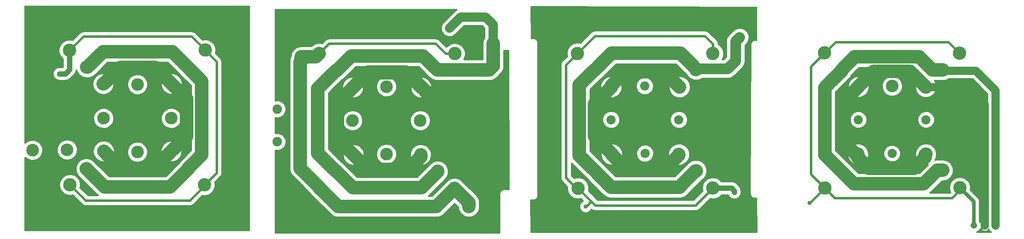
<source format=gbr>
G04 #@! TF.FileFunction,Copper,L2,Bot,Signal*
%FSLAX46Y46*%
G04 Gerber Fmt 4.6, Leading zero omitted, Abs format (unit mm)*
G04 Created by KiCad (PCBNEW 4.0.6) date 05/08/17 10:58:46*
%MOMM*%
%LPD*%
G01*
G04 APERTURE LIST*
%ADD10C,0.100000*%
%ADD11C,2.540000*%
%ADD12C,3.175000*%
%ADD13C,1.524000*%
%ADD14C,2.184400*%
%ADD15C,3.000000*%
%ADD16C,2.250000*%
%ADD17C,1.006400*%
%ADD18C,0.609600*%
%ADD19C,0.812800*%
%ADD20C,3.200000*%
%ADD21C,1.930400*%
%ADD22C,1.270000*%
%ADD23C,2.540000*%
%ADD24C,2.184400*%
%ADD25C,0.406400*%
G04 APERTURE END LIST*
D10*
D11*
X225707100Y-117285900D03*
D12*
X225707100Y-117285900D03*
D11*
X249703100Y-117110900D03*
D12*
X249703100Y-117110900D03*
D11*
X249700100Y-93294900D03*
D12*
X249700100Y-93294900D03*
D11*
X225779100Y-93237900D03*
D12*
X225779100Y-93237900D03*
D11*
X245730100Y-113257900D03*
D12*
X245730100Y-113257900D03*
D11*
X229670100Y-113285900D03*
D12*
X229670100Y-113285900D03*
D11*
X245697100Y-97322900D03*
D12*
X245697100Y-97322900D03*
D11*
X229771100Y-97283900D03*
D12*
X229771100Y-97283900D03*
D11*
X253761100Y-121206900D03*
D12*
X253761100Y-121206900D03*
D11*
X221799100Y-121302900D03*
D12*
X221799100Y-121302900D03*
D11*
X253667100Y-89292900D03*
D12*
X253667100Y-89292900D03*
D11*
X221779100Y-89231900D03*
D12*
X221779100Y-89231900D03*
D11*
X191385100Y-93155900D03*
D12*
X191385100Y-93155900D03*
D11*
X167376100Y-117190900D03*
D12*
X167376100Y-117190900D03*
D11*
X171471100Y-113312900D03*
D12*
X171471100Y-113312900D03*
D11*
X187502100Y-97344900D03*
D12*
X187502100Y-97344900D03*
D11*
X195380100Y-89398900D03*
D12*
X195380100Y-89398900D03*
D11*
X163489100Y-121348900D03*
D12*
X163489100Y-121348900D03*
D11*
X130325100Y-117333900D03*
D12*
X130325100Y-117333900D03*
D11*
X106321100Y-117338900D03*
D12*
X106321100Y-117338900D03*
D11*
X130194100Y-93289900D03*
D12*
X130194100Y-93289900D03*
D11*
X106259100Y-93409900D03*
D12*
X106259100Y-93409900D03*
D11*
X126306100Y-113411900D03*
D12*
X126306100Y-113411900D03*
D11*
X110398100Y-113399900D03*
D12*
X110398100Y-113399900D03*
D11*
X126394100Y-97417900D03*
D12*
X126394100Y-97417900D03*
D11*
X110263100Y-97419900D03*
D12*
X110263100Y-97419900D03*
D11*
X134288100Y-121406900D03*
D12*
X134288100Y-121406900D03*
D11*
X102400100Y-121407900D03*
D12*
X102400100Y-121407900D03*
D11*
X134339100Y-89424900D03*
D12*
X134339100Y-89424900D03*
D11*
X102272100Y-89399900D03*
D12*
X102272100Y-89399900D03*
D11*
X71401300Y-116571300D03*
D12*
X71401300Y-116571300D03*
D11*
X47261300Y-116752300D03*
D12*
X47261300Y-116752300D03*
D11*
X71290300Y-92702300D03*
D12*
X71290300Y-92702300D03*
D11*
X47340300Y-92642300D03*
D12*
X47340300Y-92642300D03*
D11*
X67356300Y-112598300D03*
D12*
X67356300Y-112598300D03*
D11*
X51364300Y-112586300D03*
D12*
X51364300Y-112586300D03*
D11*
X67405300Y-96581300D03*
D12*
X67405300Y-96581300D03*
D11*
X51258300Y-96607300D03*
D12*
X51258300Y-96607300D03*
D11*
X43241300Y-88630300D03*
D12*
X43241300Y-88630300D03*
D11*
X43386300Y-120553300D03*
D12*
X43386300Y-120553300D03*
D11*
X75205300Y-120580300D03*
D12*
X75205300Y-120580300D03*
D11*
X75370300Y-88548300D03*
D12*
X75370300Y-88548300D03*
D11*
X187325100Y-113335900D03*
D12*
X187325100Y-113335900D03*
D11*
X171340500Y-97318500D03*
D12*
X171340500Y-97318500D03*
D11*
X167453500Y-93243700D03*
D12*
X167453500Y-93243700D03*
D11*
X191409300Y-117206700D03*
D12*
X191409300Y-117206700D03*
D11*
X163367300Y-89364100D03*
D12*
X163367300Y-89364100D03*
D11*
X195379300Y-121331900D03*
D12*
X195379300Y-121331900D03*
D13*
X262165100Y-130188900D03*
X259625100Y-130188900D03*
X257085100Y-130188900D03*
D14*
X245755100Y-105089900D03*
X229753100Y-105089900D03*
X237728700Y-113090900D03*
X171307700Y-105089900D03*
X179257700Y-97113500D03*
X187309700Y-105089900D03*
X179308700Y-113090900D03*
D15*
X110188100Y-105272900D03*
X118189100Y-97246500D03*
X126190100Y-105272900D03*
X118189100Y-113273900D03*
X51333700Y-104744900D03*
X59334700Y-96743900D03*
X67335700Y-104744900D03*
X59334700Y-112771300D03*
X237761100Y-97108900D03*
D16*
X92380100Y-102598900D03*
X92380100Y-110332900D03*
D15*
X34515100Y-112298900D03*
X42719100Y-112232900D03*
D17*
X218230100Y-124855900D03*
X240254100Y-93581900D03*
X178435100Y-93406900D03*
X135635100Y-97457900D03*
X70962100Y-101268900D03*
X60193100Y-117182900D03*
X236378100Y-90185900D03*
X201688100Y-85543900D03*
X171363300Y-89333900D03*
X200429100Y-122324900D03*
X165296100Y-125708900D03*
X143477100Y-86995900D03*
X133095100Y-83372900D03*
X98090100Y-90185900D03*
X137696100Y-125708900D03*
X74554100Y-95963900D03*
X64568100Y-121066900D03*
X49653000Y-119144000D03*
X40890100Y-94183900D03*
D18*
X253761100Y-121206900D02*
X253761100Y-121801900D01*
X253761100Y-121801900D02*
X251891100Y-123671900D01*
X251891100Y-123671900D02*
X224168100Y-123671900D01*
X224168100Y-123671900D02*
X221799100Y-121302900D01*
X221779100Y-89231900D02*
X221809100Y-89231900D01*
X221809100Y-89231900D02*
X224351100Y-86689900D01*
X224351100Y-86689900D02*
X251064100Y-86689900D01*
X251064100Y-86689900D02*
X253667100Y-89292900D01*
X218230100Y-124855900D02*
X218246100Y-124855900D01*
X218246100Y-124855900D02*
X221799100Y-121302900D01*
X224168100Y-123671900D02*
X224149100Y-123671900D01*
X224149100Y-123671900D02*
X218513100Y-118035900D01*
X218513100Y-118035900D02*
X218513100Y-92497900D01*
X218513100Y-92497900D02*
X221779100Y-89231900D01*
D19*
X257085100Y-130188900D02*
X257085100Y-124530900D01*
X257085100Y-124530900D02*
X253761100Y-121206900D01*
D20*
X229670100Y-113285900D02*
X229670100Y-114077900D01*
X229670100Y-114077900D02*
X232231100Y-116638900D01*
X232231100Y-116638900D02*
X242891100Y-116638900D01*
X242891100Y-116638900D02*
X245520100Y-114009900D01*
X245520100Y-114009900D02*
X245520100Y-113467900D01*
X245520100Y-113467900D02*
X245730100Y-113257900D01*
X229670100Y-113285900D02*
X229159100Y-113285900D01*
X229159100Y-113285900D02*
X227528100Y-111654900D01*
X227528100Y-111654900D02*
X227528100Y-111652900D01*
X227528100Y-111652900D02*
X226380100Y-110504900D01*
X226380100Y-110504900D02*
X226380100Y-100674900D01*
X226380100Y-100674900D02*
X229771100Y-97283900D01*
X229771100Y-97283900D02*
X229771100Y-97190900D01*
X229771100Y-97190900D02*
X233380100Y-93581900D01*
X233380100Y-93581900D02*
X240254100Y-93581900D01*
X240254100Y-93581900D02*
X241956100Y-93581900D01*
X241956100Y-93581900D02*
X245697100Y-97322900D01*
D21*
X259625100Y-130188900D02*
X259625100Y-101434900D01*
X259625100Y-101434900D02*
X255538100Y-97347900D01*
X255538100Y-97347900D02*
X245722100Y-97347900D01*
X245722100Y-97347900D02*
X245697100Y-97322900D01*
D20*
X187325100Y-113335900D02*
X187325100Y-113476900D01*
X187325100Y-113476900D02*
X183835100Y-116966900D01*
X183835100Y-116966900D02*
X175125100Y-116966900D01*
X175125100Y-116966900D02*
X171471100Y-113312900D01*
X171471100Y-113312900D02*
X171471100Y-113177900D01*
X171471100Y-113177900D02*
X168360100Y-110066900D01*
X168360100Y-110066900D02*
X168360100Y-110010900D01*
X168360100Y-110010900D02*
X167375100Y-109025900D01*
X167375100Y-109025900D02*
X167375100Y-101283900D01*
X167375100Y-101283900D02*
X171340500Y-97318500D01*
X171340500Y-97318500D02*
X171340500Y-97004500D01*
X171340500Y-97004500D02*
X174654100Y-93690900D01*
X174654100Y-93690900D02*
X183848100Y-93690900D01*
X183848100Y-93690900D02*
X187502100Y-97344900D01*
D22*
X174654100Y-93690900D02*
X178151100Y-93690900D01*
X178151100Y-93690900D02*
X178435100Y-93406900D01*
D20*
X110263100Y-97419900D02*
X110337100Y-97419900D01*
X110337100Y-97419900D02*
X113931100Y-93825900D01*
X113931100Y-93825900D02*
X122802100Y-93825900D01*
X122802100Y-93825900D02*
X126394100Y-97417900D01*
D23*
X113931100Y-93825900D02*
X122798100Y-93825900D01*
X122798100Y-93825900D02*
X127433100Y-98460900D01*
X127433100Y-98460900D02*
X134632100Y-98460900D01*
X134632100Y-98460900D02*
X135635100Y-97457900D01*
D20*
X126306100Y-113411900D02*
X126306100Y-113920900D01*
X126306100Y-113920900D02*
X123328100Y-116898900D01*
X123328100Y-116898900D02*
X113897100Y-116898900D01*
X113897100Y-116898900D02*
X110398100Y-113399900D01*
X127433100Y-98460900D02*
X127433100Y-98268900D01*
X127433100Y-98268900D02*
X123139100Y-93974900D01*
X123139100Y-93974900D02*
X113797100Y-93974900D01*
X113797100Y-93974900D02*
X106597100Y-101174900D01*
X106597100Y-101174900D02*
X106597100Y-109598900D01*
X106597100Y-109598900D02*
X110398100Y-113399900D01*
X51364300Y-112586300D02*
X51364300Y-112613100D01*
X51364300Y-112613100D02*
X54798100Y-116046900D01*
X54798100Y-116046900D02*
X54798100Y-116048900D01*
X54798100Y-116048900D02*
X55932100Y-117182900D01*
X55932100Y-117182900D02*
X60193100Y-117182900D01*
X60193100Y-117182900D02*
X62771700Y-117182900D01*
X62771700Y-117182900D02*
X67356300Y-112598300D01*
X67405300Y-96581300D02*
X67410500Y-96581300D01*
X67410500Y-96581300D02*
X70962100Y-100132900D01*
X70962100Y-100132900D02*
X70962100Y-101268900D01*
X70962100Y-101268900D02*
X70962100Y-108992500D01*
X70962100Y-108992500D02*
X67356300Y-112598300D01*
X51258300Y-96607300D02*
X51314700Y-96607300D01*
X51314700Y-96607300D02*
X54515100Y-93406900D01*
X54515100Y-93406900D02*
X54515100Y-93404900D01*
X54515100Y-93404900D02*
X55271100Y-92648900D01*
X55271100Y-92648900D02*
X63478100Y-92648900D01*
X63478100Y-92648900D02*
X67410500Y-96581300D01*
X249703100Y-117110900D02*
X248443100Y-117110900D01*
X248443100Y-117110900D02*
X245246100Y-120307900D01*
X245246100Y-120307900D02*
X228729100Y-120307900D01*
X228729100Y-120307900D02*
X225707100Y-117285900D01*
X249700100Y-93294900D02*
X247207100Y-93294900D01*
X247207100Y-93294900D02*
X244098100Y-90185900D01*
X244098100Y-90185900D02*
X236378100Y-90185900D01*
X236378100Y-90185900D02*
X228831100Y-90185900D01*
X228831100Y-90185900D02*
X225779100Y-93237900D01*
X225779100Y-93237900D02*
X225779100Y-93519900D01*
X225779100Y-93519900D02*
X222861100Y-96437900D01*
X222861100Y-96437900D02*
X222861100Y-96439900D01*
X222861100Y-96439900D02*
X221821100Y-97479900D01*
X221821100Y-97479900D02*
X221821100Y-113399900D01*
X221821100Y-113399900D02*
X225707100Y-117285900D01*
D21*
X262165100Y-130188900D02*
X262165100Y-98111900D01*
X262165100Y-98111900D02*
X257489100Y-93435900D01*
X257489100Y-93435900D02*
X249841100Y-93435900D01*
X249841100Y-93435900D02*
X249700100Y-93294900D01*
D20*
X191409300Y-117206700D02*
X191311300Y-117206700D01*
X191311300Y-117206700D02*
X188265100Y-120252900D01*
X188265100Y-120252900D02*
X188265100Y-120309900D01*
X188265100Y-120309900D02*
X187445100Y-121129900D01*
X187445100Y-121129900D02*
X171315100Y-121129900D01*
X171315100Y-121129900D02*
X167376100Y-117190900D01*
X191385100Y-93155900D02*
X191385100Y-93019900D01*
X191385100Y-93019900D02*
X187699100Y-89333900D01*
X187699100Y-89333900D02*
X171363300Y-89333900D01*
X171363300Y-89333900D02*
X167453500Y-93243700D01*
X167453500Y-93243700D02*
X167357300Y-93243700D01*
X167357300Y-93243700D02*
X163784100Y-96816900D01*
X163784100Y-96816900D02*
X163784100Y-113598900D01*
X163784100Y-113598900D02*
X167376100Y-117190900D01*
D23*
X191385100Y-93019900D02*
X198856100Y-93019900D01*
X198856100Y-93019900D02*
X200743100Y-91132900D01*
X200743100Y-91132900D02*
X200743100Y-86488900D01*
X200743100Y-86488900D02*
X201688100Y-85543900D01*
D18*
X195380100Y-89398900D02*
X195380100Y-87105900D01*
X195380100Y-87105900D02*
X193503100Y-85228900D01*
X193503100Y-85228900D02*
X167502500Y-85228900D01*
X167502500Y-85228900D02*
X163367300Y-89364100D01*
X163489100Y-121348900D02*
X163097100Y-121348900D01*
X163097100Y-121348900D02*
X160924100Y-119175900D01*
X160924100Y-119175900D02*
X160924100Y-119129900D01*
X160924100Y-119129900D02*
X160651100Y-118856900D01*
X160651100Y-118856900D02*
X160651100Y-92080300D01*
X160651100Y-92080300D02*
X163367300Y-89364100D01*
D22*
X200429100Y-122324900D02*
X200429100Y-121958900D01*
X200429100Y-121958900D02*
X199791100Y-121320900D01*
X199791100Y-121320900D02*
X195390300Y-121320900D01*
X195390300Y-121320900D02*
X195379300Y-121331900D01*
D18*
X163489100Y-121348900D02*
X166619100Y-124478900D01*
X166619100Y-124478900D02*
X167565100Y-125424900D01*
X167565100Y-125424900D02*
X191286300Y-125424900D01*
X191286300Y-125424900D02*
X195379300Y-121331900D01*
X165296100Y-125708900D02*
X165389100Y-125708900D01*
X165389100Y-125708900D02*
X166619100Y-124478900D01*
D20*
X130194100Y-93289900D02*
X142467100Y-93289900D01*
X142467100Y-93289900D02*
X143439100Y-92317900D01*
X143439100Y-92317900D02*
X143439100Y-87033900D01*
X143439100Y-87033900D02*
X143477100Y-86995900D01*
D24*
X133095100Y-83372900D02*
X133095100Y-83369900D01*
X133095100Y-83369900D02*
X135721100Y-80743900D01*
X135721100Y-80743900D02*
X141625100Y-80743900D01*
X141625100Y-80743900D02*
X143400100Y-82518900D01*
X143400100Y-82518900D02*
X143400100Y-86918900D01*
X143400100Y-86918900D02*
X143477100Y-86995900D01*
D20*
X130325100Y-117333900D02*
X130325100Y-117380900D01*
X130325100Y-117380900D02*
X126466100Y-121239900D01*
X126466100Y-121239900D02*
X110222100Y-121239900D01*
X110222100Y-121239900D02*
X106321100Y-117338900D01*
X106321100Y-117338900D02*
X106236100Y-117338900D01*
X106236100Y-117338900D02*
X101985100Y-113087900D01*
X101985100Y-113087900D02*
X101985100Y-97683900D01*
X101985100Y-97683900D02*
X106259100Y-93409900D01*
X106259100Y-93409900D02*
X106464100Y-93409900D01*
X106464100Y-93409900D02*
X109927100Y-89946900D01*
X109927100Y-89946900D02*
X126851100Y-89946900D01*
X126851100Y-89946900D02*
X130194100Y-93289900D01*
D18*
X134339100Y-89424900D02*
X132184100Y-89424900D01*
X132184100Y-89424900D02*
X129814100Y-87054900D01*
X129814100Y-87054900D02*
X104617100Y-87054900D01*
X104617100Y-87054900D02*
X102272100Y-89399900D01*
D20*
X98090100Y-90185900D02*
X98941100Y-90185900D01*
X98941100Y-90185900D02*
X101486100Y-90185900D01*
X101486100Y-90185900D02*
X102272100Y-89399900D01*
X102400100Y-121407900D02*
X102400100Y-121210900D01*
X102400100Y-121210900D02*
X98941100Y-117751900D01*
X98941100Y-117751900D02*
X98941100Y-117748900D01*
X98941100Y-117748900D02*
X97807100Y-116614900D01*
X97807100Y-116614900D02*
X97807100Y-91319900D01*
X97807100Y-91319900D02*
X98941100Y-90185900D01*
X102400100Y-121407900D02*
X102486100Y-121407900D01*
X102486100Y-121407900D02*
X106787100Y-125708900D01*
X106787100Y-125708900D02*
X129986100Y-125708900D01*
X129986100Y-125708900D02*
X134288100Y-121406900D01*
X137696100Y-125708900D02*
X137696100Y-124814900D01*
X137696100Y-124814900D02*
X134288100Y-121406900D01*
X71401300Y-116571300D02*
X71401300Y-116751700D01*
X71401300Y-116751700D02*
X67086100Y-121066900D01*
X67086100Y-121066900D02*
X64568100Y-121066900D01*
X64568100Y-121066900D02*
X51575900Y-121066900D01*
X51575900Y-121066900D02*
X49653000Y-119144000D01*
X49653000Y-119144000D02*
X47261300Y-116752300D01*
X71290300Y-92702300D02*
X71292500Y-92702300D01*
X71292500Y-92702300D02*
X74554100Y-95963900D01*
X74554100Y-95963900D02*
X74554100Y-113418500D01*
X74554100Y-113418500D02*
X71401300Y-116571300D01*
X47340300Y-92642300D02*
X47518700Y-92642300D01*
X47518700Y-92642300D02*
X51206100Y-88954900D01*
X51206100Y-88954900D02*
X67545100Y-88954900D01*
X67545100Y-88954900D02*
X71292500Y-92702300D01*
D18*
X43241300Y-88630300D02*
X43299700Y-88630300D01*
X43299700Y-88630300D02*
X46575100Y-85354900D01*
X46575100Y-85354900D02*
X72176900Y-85354900D01*
X72176900Y-85354900D02*
X75370300Y-88548300D01*
X75370300Y-88548300D02*
X75370300Y-88642100D01*
X75370300Y-88642100D02*
X78051100Y-91322900D01*
X78051100Y-91322900D02*
X78051100Y-117734500D01*
X78051100Y-117734500D02*
X75205300Y-120580300D01*
X75205300Y-120580300D02*
X75205300Y-120800700D01*
X75205300Y-120800700D02*
X71718100Y-124287900D01*
X71718100Y-124287900D02*
X47120900Y-124287900D01*
X47120900Y-124287900D02*
X43386300Y-120553300D01*
D22*
X40890100Y-94183900D02*
X42311100Y-94183900D01*
X42311100Y-94183900D02*
X43296100Y-93198900D01*
X43296100Y-93198900D02*
X43296100Y-88685100D01*
X43296100Y-88685100D02*
X43241300Y-88630300D01*
D25*
G36*
X245118830Y-94834370D02*
X244972880Y-94862211D01*
X244508722Y-95049743D01*
X244089829Y-95323858D01*
X243732157Y-95674117D01*
X243449329Y-96087177D01*
X243252117Y-96547306D01*
X243148035Y-97036977D01*
X243141045Y-97537538D01*
X243231415Y-98029924D01*
X243415702Y-98495379D01*
X243686886Y-98916176D01*
X244034639Y-99276285D01*
X244445715Y-99561990D01*
X244904456Y-99762408D01*
X245393388Y-99869907D01*
X245893888Y-99880391D01*
X246386893Y-99793461D01*
X246853624Y-99612428D01*
X247276303Y-99344188D01*
X247638831Y-98998957D01*
X247927399Y-98589886D01*
X248131015Y-98132556D01*
X248241925Y-97644386D01*
X248249909Y-97072595D01*
X248152673Y-96581519D01*
X247961906Y-96118681D01*
X247790104Y-95860100D01*
X249700100Y-95860100D01*
X249799523Y-95850351D01*
X249896888Y-95852391D01*
X250044907Y-95826291D01*
X250198350Y-95811246D01*
X250293984Y-95782372D01*
X250389893Y-95765461D01*
X250530027Y-95711107D01*
X250677622Y-95666545D01*
X250765826Y-95619646D01*
X250856624Y-95584428D01*
X250983527Y-95503893D01*
X251119660Y-95431510D01*
X251197077Y-95368370D01*
X251200339Y-95366300D01*
X256689502Y-95366300D01*
X260234700Y-98911498D01*
X260234700Y-128900702D01*
X260200351Y-128881369D01*
X259934211Y-128794267D01*
X259656192Y-128760760D01*
X259376978Y-128782136D01*
X259107300Y-128857572D01*
X258857520Y-128984171D01*
X258805815Y-129018719D01*
X258749467Y-129277912D01*
X259625100Y-130153545D01*
X259639243Y-130139403D01*
X259674598Y-130174758D01*
X259660455Y-130188900D01*
X259674598Y-130203043D01*
X259639243Y-130238398D01*
X259625100Y-130224255D01*
X258749467Y-131099888D01*
X258805815Y-131359081D01*
X259049849Y-131496431D01*
X259315989Y-131583533D01*
X259594008Y-131617040D01*
X259873222Y-131595664D01*
X260142900Y-131520228D01*
X260392680Y-131393629D01*
X260444385Y-131359081D01*
X260492859Y-131136106D01*
X260557229Y-131257167D01*
X260795345Y-131549126D01*
X261029336Y-131742700D01*
X257855594Y-131742700D01*
X257867624Y-131738034D01*
X258153616Y-131556538D01*
X258398908Y-131322949D01*
X258594158Y-131046164D01*
X258597287Y-131039136D01*
X258714112Y-131064533D01*
X259589745Y-130188900D01*
X258714112Y-129313267D01*
X258594379Y-129339297D01*
X258456700Y-129132073D01*
X258456700Y-124530900D01*
X258444342Y-124404862D01*
X258433295Y-124278592D01*
X258431281Y-124271661D01*
X258430578Y-124264488D01*
X258393973Y-124143247D01*
X258358611Y-124021532D01*
X258355291Y-124015128D01*
X258353207Y-124008224D01*
X258293725Y-123896353D01*
X258235421Y-123783874D01*
X258230922Y-123778238D01*
X258227535Y-123771868D01*
X258147451Y-123673676D01*
X258068415Y-123574669D01*
X258058511Y-123564625D01*
X258058347Y-123564424D01*
X258058161Y-123564270D01*
X258054968Y-123561032D01*
X256253420Y-121759484D01*
X256305925Y-121528386D01*
X256313909Y-120956595D01*
X256216673Y-120465519D01*
X256025906Y-120002681D01*
X255748872Y-119585713D01*
X255396125Y-119230494D01*
X254981100Y-118950557D01*
X254519606Y-118756562D01*
X254029221Y-118655901D01*
X253528623Y-118652406D01*
X253036880Y-118746211D01*
X252572722Y-118933743D01*
X252153829Y-119207858D01*
X251796157Y-119558117D01*
X251513329Y-119971177D01*
X251316117Y-120431306D01*
X251212035Y-120920977D01*
X251205045Y-121421538D01*
X251295415Y-121913924D01*
X251453570Y-122313378D01*
X251365048Y-122401900D01*
X246717905Y-122401900D01*
X246849304Y-122294733D01*
X247034468Y-122146919D01*
X247053236Y-122128410D01*
X247053628Y-122128091D01*
X247053928Y-122127728D01*
X247059970Y-122121770D01*
X249505640Y-119676100D01*
X249703100Y-119676100D01*
X249802523Y-119666351D01*
X249899888Y-119668391D01*
X250047907Y-119642291D01*
X250201350Y-119627246D01*
X250296984Y-119598372D01*
X250392893Y-119581461D01*
X250533027Y-119527107D01*
X250680622Y-119482545D01*
X250768826Y-119435646D01*
X250859624Y-119400428D01*
X250986527Y-119319893D01*
X251122660Y-119247510D01*
X251200077Y-119184370D01*
X251282303Y-119132188D01*
X251391146Y-119028538D01*
X251510628Y-118931091D01*
X251574307Y-118854116D01*
X251644831Y-118786957D01*
X251731469Y-118664139D01*
X251829747Y-118545342D01*
X251877261Y-118457467D01*
X251933399Y-118377886D01*
X251994534Y-118240575D01*
X252067863Y-118104955D01*
X252097403Y-118009525D01*
X252137015Y-117920556D01*
X252170315Y-117773985D01*
X252215906Y-117626705D01*
X252226348Y-117527358D01*
X252247925Y-117432386D01*
X252249701Y-117305162D01*
X252268237Y-117128808D01*
X252254302Y-116975687D01*
X252255909Y-116860595D01*
X252233552Y-116747686D01*
X252222863Y-116630229D01*
X252184457Y-116499735D01*
X252158673Y-116369519D01*
X252114813Y-116263106D01*
X252081512Y-116149959D01*
X252018493Y-116029414D01*
X251967906Y-115906681D01*
X251904209Y-115810810D01*
X251849568Y-115706291D01*
X251764333Y-115600280D01*
X251690872Y-115489713D01*
X251609768Y-115408041D01*
X251535865Y-115316124D01*
X251431666Y-115228691D01*
X251338125Y-115134494D01*
X251242700Y-115070129D01*
X251152353Y-114994319D01*
X251033150Y-114928787D01*
X250923100Y-114854557D01*
X250816998Y-114809956D01*
X250713640Y-114753134D01*
X250583980Y-114712004D01*
X250461606Y-114660562D01*
X250348855Y-114637418D01*
X250236435Y-114601756D01*
X250101256Y-114586593D01*
X249971221Y-114559901D01*
X249856128Y-114559097D01*
X249738916Y-114545950D01*
X249703100Y-114545700D01*
X248443100Y-114545700D01*
X248207283Y-114568822D01*
X247971228Y-114589474D01*
X247958273Y-114593238D01*
X247944850Y-114594554D01*
X247902162Y-114607442D01*
X247960399Y-114524886D01*
X248164015Y-114067556D01*
X248274925Y-113579386D01*
X248282909Y-113007595D01*
X248185673Y-112516519D01*
X247994906Y-112053681D01*
X247717872Y-111636713D01*
X247365125Y-111281494D01*
X246950100Y-111001557D01*
X246488606Y-110807562D01*
X245998221Y-110706901D01*
X245497623Y-110703406D01*
X245005880Y-110797211D01*
X244541722Y-110984743D01*
X244122829Y-111258858D01*
X243765157Y-111609117D01*
X243482329Y-112022177D01*
X243285117Y-112482306D01*
X243181035Y-112971977D01*
X243174045Y-113472538D01*
X243264415Y-113964924D01*
X243448702Y-114430379D01*
X243719886Y-114851176D01*
X244067639Y-115211285D01*
X244478715Y-115496990D01*
X244937456Y-115697408D01*
X245426388Y-115804907D01*
X245926888Y-115815391D01*
X246150255Y-115776005D01*
X244183560Y-117742700D01*
X229791641Y-117742700D01*
X227520970Y-115472030D01*
X225549478Y-113500538D01*
X227114045Y-113500538D01*
X227204415Y-113992924D01*
X227388702Y-114458379D01*
X227659886Y-114879176D01*
X228007639Y-115239285D01*
X228418715Y-115524990D01*
X228877456Y-115725408D01*
X229366388Y-115832907D01*
X229866888Y-115843391D01*
X230359893Y-115756461D01*
X230826624Y-115575428D01*
X231249303Y-115307188D01*
X231611831Y-114961957D01*
X231900399Y-114552886D01*
X232104015Y-114095556D01*
X232214925Y-113607386D01*
X232219721Y-113263892D01*
X235668596Y-113263892D01*
X235741431Y-113660740D01*
X235889961Y-114035884D01*
X236108527Y-114375033D01*
X236388806Y-114665270D01*
X236720121Y-114895540D01*
X237089852Y-115057071D01*
X237483917Y-115143712D01*
X237887305Y-115152162D01*
X238284653Y-115082099D01*
X238660824Y-114936192D01*
X239001491Y-114719998D01*
X239293678Y-114441752D01*
X239526255Y-114112053D01*
X239690364Y-113743459D01*
X239779753Y-113350008D01*
X239786188Y-112889162D01*
X239707819Y-112493369D01*
X239554066Y-112120336D01*
X239330785Y-111784271D01*
X239046482Y-111497976D01*
X238711984Y-111272354D01*
X238340034Y-111116001D01*
X237944797Y-111034870D01*
X237541330Y-111032053D01*
X237145000Y-111107657D01*
X236770903Y-111258803D01*
X236433287Y-111479732D01*
X236145014Y-111762030D01*
X235917063Y-112094944D01*
X235758117Y-112465794D01*
X235674229Y-112860454D01*
X235668596Y-113263892D01*
X232219721Y-113263892D01*
X232222909Y-113035595D01*
X232125673Y-112544519D01*
X231934906Y-112081681D01*
X231657872Y-111664713D01*
X231305125Y-111309494D01*
X230890100Y-111029557D01*
X230428606Y-110835562D01*
X229938221Y-110734901D01*
X229437623Y-110731406D01*
X228945880Y-110825211D01*
X228481722Y-111012743D01*
X228062829Y-111286858D01*
X227705157Y-111637117D01*
X227422329Y-112050177D01*
X227225117Y-112510306D01*
X227121035Y-112999977D01*
X227114045Y-113500538D01*
X225549478Y-113500538D01*
X224386300Y-112337360D01*
X224386300Y-105262892D01*
X227692996Y-105262892D01*
X227765831Y-105659740D01*
X227914361Y-106034884D01*
X228132927Y-106374033D01*
X228413206Y-106664270D01*
X228744521Y-106894540D01*
X229114252Y-107056071D01*
X229508317Y-107142712D01*
X229911705Y-107151162D01*
X230309053Y-107081099D01*
X230685224Y-106935192D01*
X231025891Y-106718998D01*
X231318078Y-106440752D01*
X231550655Y-106111053D01*
X231714764Y-105742459D01*
X231804153Y-105349008D01*
X231805355Y-105262892D01*
X243694996Y-105262892D01*
X243767831Y-105659740D01*
X243916361Y-106034884D01*
X244134927Y-106374033D01*
X244415206Y-106664270D01*
X244746521Y-106894540D01*
X245116252Y-107056071D01*
X245510317Y-107142712D01*
X245913705Y-107151162D01*
X246311053Y-107081099D01*
X246687224Y-106935192D01*
X247027891Y-106718998D01*
X247320078Y-106440752D01*
X247552655Y-106111053D01*
X247716764Y-105742459D01*
X247806153Y-105349008D01*
X247812588Y-104888162D01*
X247734219Y-104492369D01*
X247580466Y-104119336D01*
X247357185Y-103783271D01*
X247072882Y-103496976D01*
X246738384Y-103271354D01*
X246366434Y-103115001D01*
X245971197Y-103033870D01*
X245567730Y-103031053D01*
X245171400Y-103106657D01*
X244797303Y-103257803D01*
X244459687Y-103478732D01*
X244171414Y-103761030D01*
X243943463Y-104093944D01*
X243784517Y-104464794D01*
X243700629Y-104859454D01*
X243694996Y-105262892D01*
X231805355Y-105262892D01*
X231810588Y-104888162D01*
X231732219Y-104492369D01*
X231578466Y-104119336D01*
X231355185Y-103783271D01*
X231070882Y-103496976D01*
X230736384Y-103271354D01*
X230364434Y-103115001D01*
X229969197Y-103033870D01*
X229565730Y-103031053D01*
X229169400Y-103106657D01*
X228795303Y-103257803D01*
X228457687Y-103478732D01*
X228169414Y-103761030D01*
X227941463Y-104093944D01*
X227782517Y-104464794D01*
X227698629Y-104859454D01*
X227692996Y-105262892D01*
X224386300Y-105262892D01*
X224386300Y-98542440D01*
X224674970Y-98253770D01*
X224684169Y-98242571D01*
X225428202Y-97498538D01*
X227215045Y-97498538D01*
X227305415Y-97990924D01*
X227489702Y-98456379D01*
X227760886Y-98877176D01*
X228108639Y-99237285D01*
X228519715Y-99522990D01*
X228978456Y-99723408D01*
X229467388Y-99830907D01*
X229967888Y-99841391D01*
X230460893Y-99754461D01*
X230927624Y-99573428D01*
X231350303Y-99305188D01*
X231712831Y-98959957D01*
X232001399Y-98550886D01*
X232205015Y-98093556D01*
X232315925Y-97605386D01*
X232319963Y-97316181D01*
X235292660Y-97316181D01*
X235379932Y-97791689D01*
X235557902Y-98241190D01*
X235819791Y-98647563D01*
X236155624Y-98995328D01*
X236552609Y-99271240D01*
X236995625Y-99464789D01*
X237467798Y-99568603D01*
X237951143Y-99578727D01*
X238427249Y-99494777D01*
X238877981Y-99319949D01*
X239286172Y-99060904D01*
X239636274Y-98727506D01*
X239914950Y-98332457D01*
X240111587Y-97890803D01*
X240218695Y-97419366D01*
X240226406Y-96867175D01*
X240132503Y-96392931D01*
X239948274Y-95945959D01*
X239680737Y-95543283D01*
X239340081Y-95200240D01*
X238939282Y-94929898D01*
X238493607Y-94742553D01*
X238020030Y-94645342D01*
X237536591Y-94641967D01*
X237061704Y-94732556D01*
X236613456Y-94913660D01*
X236208922Y-95178380D01*
X235863510Y-95516633D01*
X235590376Y-95915534D01*
X235399925Y-96359891D01*
X235299410Y-96832777D01*
X235292660Y-97316181D01*
X232319963Y-97316181D01*
X232323909Y-97033595D01*
X232226673Y-96542519D01*
X232035906Y-96079681D01*
X231758872Y-95662713D01*
X231406125Y-95307494D01*
X230991100Y-95027557D01*
X230529606Y-94833562D01*
X230039221Y-94732901D01*
X229538623Y-94729406D01*
X229046880Y-94823211D01*
X228582722Y-95010743D01*
X228163829Y-95284858D01*
X227806157Y-95635117D01*
X227523329Y-96048177D01*
X227326117Y-96508306D01*
X227222035Y-96997977D01*
X227215045Y-97498538D01*
X225428202Y-97498538D01*
X227592970Y-95333770D01*
X227743365Y-95150676D01*
X227895681Y-94969153D01*
X227902180Y-94957331D01*
X227910741Y-94946909D01*
X228022702Y-94738103D01*
X228136866Y-94530440D01*
X228140945Y-94517582D01*
X228147319Y-94505694D01*
X228150962Y-94493778D01*
X229893640Y-92751100D01*
X243035560Y-92751100D01*
X245118830Y-94834370D01*
X245118830Y-94834370D01*
G37*
X245118830Y-94834370D02*
X244972880Y-94862211D01*
X244508722Y-95049743D01*
X244089829Y-95323858D01*
X243732157Y-95674117D01*
X243449329Y-96087177D01*
X243252117Y-96547306D01*
X243148035Y-97036977D01*
X243141045Y-97537538D01*
X243231415Y-98029924D01*
X243415702Y-98495379D01*
X243686886Y-98916176D01*
X244034639Y-99276285D01*
X244445715Y-99561990D01*
X244904456Y-99762408D01*
X245393388Y-99869907D01*
X245893888Y-99880391D01*
X246386893Y-99793461D01*
X246853624Y-99612428D01*
X247276303Y-99344188D01*
X247638831Y-98998957D01*
X247927399Y-98589886D01*
X248131015Y-98132556D01*
X248241925Y-97644386D01*
X248249909Y-97072595D01*
X248152673Y-96581519D01*
X247961906Y-96118681D01*
X247790104Y-95860100D01*
X249700100Y-95860100D01*
X249799523Y-95850351D01*
X249896888Y-95852391D01*
X250044907Y-95826291D01*
X250198350Y-95811246D01*
X250293984Y-95782372D01*
X250389893Y-95765461D01*
X250530027Y-95711107D01*
X250677622Y-95666545D01*
X250765826Y-95619646D01*
X250856624Y-95584428D01*
X250983527Y-95503893D01*
X251119660Y-95431510D01*
X251197077Y-95368370D01*
X251200339Y-95366300D01*
X256689502Y-95366300D01*
X260234700Y-98911498D01*
X260234700Y-128900702D01*
X260200351Y-128881369D01*
X259934211Y-128794267D01*
X259656192Y-128760760D01*
X259376978Y-128782136D01*
X259107300Y-128857572D01*
X258857520Y-128984171D01*
X258805815Y-129018719D01*
X258749467Y-129277912D01*
X259625100Y-130153545D01*
X259639243Y-130139403D01*
X259674598Y-130174758D01*
X259660455Y-130188900D01*
X259674598Y-130203043D01*
X259639243Y-130238398D01*
X259625100Y-130224255D01*
X258749467Y-131099888D01*
X258805815Y-131359081D01*
X259049849Y-131496431D01*
X259315989Y-131583533D01*
X259594008Y-131617040D01*
X259873222Y-131595664D01*
X260142900Y-131520228D01*
X260392680Y-131393629D01*
X260444385Y-131359081D01*
X260492859Y-131136106D01*
X260557229Y-131257167D01*
X260795345Y-131549126D01*
X261029336Y-131742700D01*
X257855594Y-131742700D01*
X257867624Y-131738034D01*
X258153616Y-131556538D01*
X258398908Y-131322949D01*
X258594158Y-131046164D01*
X258597287Y-131039136D01*
X258714112Y-131064533D01*
X259589745Y-130188900D01*
X258714112Y-129313267D01*
X258594379Y-129339297D01*
X258456700Y-129132073D01*
X258456700Y-124530900D01*
X258444342Y-124404862D01*
X258433295Y-124278592D01*
X258431281Y-124271661D01*
X258430578Y-124264488D01*
X258393973Y-124143247D01*
X258358611Y-124021532D01*
X258355291Y-124015128D01*
X258353207Y-124008224D01*
X258293725Y-123896353D01*
X258235421Y-123783874D01*
X258230922Y-123778238D01*
X258227535Y-123771868D01*
X258147451Y-123673676D01*
X258068415Y-123574669D01*
X258058511Y-123564625D01*
X258058347Y-123564424D01*
X258058161Y-123564270D01*
X258054968Y-123561032D01*
X256253420Y-121759484D01*
X256305925Y-121528386D01*
X256313909Y-120956595D01*
X256216673Y-120465519D01*
X256025906Y-120002681D01*
X255748872Y-119585713D01*
X255396125Y-119230494D01*
X254981100Y-118950557D01*
X254519606Y-118756562D01*
X254029221Y-118655901D01*
X253528623Y-118652406D01*
X253036880Y-118746211D01*
X252572722Y-118933743D01*
X252153829Y-119207858D01*
X251796157Y-119558117D01*
X251513329Y-119971177D01*
X251316117Y-120431306D01*
X251212035Y-120920977D01*
X251205045Y-121421538D01*
X251295415Y-121913924D01*
X251453570Y-122313378D01*
X251365048Y-122401900D01*
X246717905Y-122401900D01*
X246849304Y-122294733D01*
X247034468Y-122146919D01*
X247053236Y-122128410D01*
X247053628Y-122128091D01*
X247053928Y-122127728D01*
X247059970Y-122121770D01*
X249505640Y-119676100D01*
X249703100Y-119676100D01*
X249802523Y-119666351D01*
X249899888Y-119668391D01*
X250047907Y-119642291D01*
X250201350Y-119627246D01*
X250296984Y-119598372D01*
X250392893Y-119581461D01*
X250533027Y-119527107D01*
X250680622Y-119482545D01*
X250768826Y-119435646D01*
X250859624Y-119400428D01*
X250986527Y-119319893D01*
X251122660Y-119247510D01*
X251200077Y-119184370D01*
X251282303Y-119132188D01*
X251391146Y-119028538D01*
X251510628Y-118931091D01*
X251574307Y-118854116D01*
X251644831Y-118786957D01*
X251731469Y-118664139D01*
X251829747Y-118545342D01*
X251877261Y-118457467D01*
X251933399Y-118377886D01*
X251994534Y-118240575D01*
X252067863Y-118104955D01*
X252097403Y-118009525D01*
X252137015Y-117920556D01*
X252170315Y-117773985D01*
X252215906Y-117626705D01*
X252226348Y-117527358D01*
X252247925Y-117432386D01*
X252249701Y-117305162D01*
X252268237Y-117128808D01*
X252254302Y-116975687D01*
X252255909Y-116860595D01*
X252233552Y-116747686D01*
X252222863Y-116630229D01*
X252184457Y-116499735D01*
X252158673Y-116369519D01*
X252114813Y-116263106D01*
X252081512Y-116149959D01*
X252018493Y-116029414D01*
X251967906Y-115906681D01*
X251904209Y-115810810D01*
X251849568Y-115706291D01*
X251764333Y-115600280D01*
X251690872Y-115489713D01*
X251609768Y-115408041D01*
X251535865Y-115316124D01*
X251431666Y-115228691D01*
X251338125Y-115134494D01*
X251242700Y-115070129D01*
X251152353Y-114994319D01*
X251033150Y-114928787D01*
X250923100Y-114854557D01*
X250816998Y-114809956D01*
X250713640Y-114753134D01*
X250583980Y-114712004D01*
X250461606Y-114660562D01*
X250348855Y-114637418D01*
X250236435Y-114601756D01*
X250101256Y-114586593D01*
X249971221Y-114559901D01*
X249856128Y-114559097D01*
X249738916Y-114545950D01*
X249703100Y-114545700D01*
X248443100Y-114545700D01*
X248207283Y-114568822D01*
X247971228Y-114589474D01*
X247958273Y-114593238D01*
X247944850Y-114594554D01*
X247902162Y-114607442D01*
X247960399Y-114524886D01*
X248164015Y-114067556D01*
X248274925Y-113579386D01*
X248282909Y-113007595D01*
X248185673Y-112516519D01*
X247994906Y-112053681D01*
X247717872Y-111636713D01*
X247365125Y-111281494D01*
X246950100Y-111001557D01*
X246488606Y-110807562D01*
X245998221Y-110706901D01*
X245497623Y-110703406D01*
X245005880Y-110797211D01*
X244541722Y-110984743D01*
X244122829Y-111258858D01*
X243765157Y-111609117D01*
X243482329Y-112022177D01*
X243285117Y-112482306D01*
X243181035Y-112971977D01*
X243174045Y-113472538D01*
X243264415Y-113964924D01*
X243448702Y-114430379D01*
X243719886Y-114851176D01*
X244067639Y-115211285D01*
X244478715Y-115496990D01*
X244937456Y-115697408D01*
X245426388Y-115804907D01*
X245926888Y-115815391D01*
X246150255Y-115776005D01*
X244183560Y-117742700D01*
X229791641Y-117742700D01*
X227520970Y-115472030D01*
X225549478Y-113500538D01*
X227114045Y-113500538D01*
X227204415Y-113992924D01*
X227388702Y-114458379D01*
X227659886Y-114879176D01*
X228007639Y-115239285D01*
X228418715Y-115524990D01*
X228877456Y-115725408D01*
X229366388Y-115832907D01*
X229866888Y-115843391D01*
X230359893Y-115756461D01*
X230826624Y-115575428D01*
X231249303Y-115307188D01*
X231611831Y-114961957D01*
X231900399Y-114552886D01*
X232104015Y-114095556D01*
X232214925Y-113607386D01*
X232219721Y-113263892D01*
X235668596Y-113263892D01*
X235741431Y-113660740D01*
X235889961Y-114035884D01*
X236108527Y-114375033D01*
X236388806Y-114665270D01*
X236720121Y-114895540D01*
X237089852Y-115057071D01*
X237483917Y-115143712D01*
X237887305Y-115152162D01*
X238284653Y-115082099D01*
X238660824Y-114936192D01*
X239001491Y-114719998D01*
X239293678Y-114441752D01*
X239526255Y-114112053D01*
X239690364Y-113743459D01*
X239779753Y-113350008D01*
X239786188Y-112889162D01*
X239707819Y-112493369D01*
X239554066Y-112120336D01*
X239330785Y-111784271D01*
X239046482Y-111497976D01*
X238711984Y-111272354D01*
X238340034Y-111116001D01*
X237944797Y-111034870D01*
X237541330Y-111032053D01*
X237145000Y-111107657D01*
X236770903Y-111258803D01*
X236433287Y-111479732D01*
X236145014Y-111762030D01*
X235917063Y-112094944D01*
X235758117Y-112465794D01*
X235674229Y-112860454D01*
X235668596Y-113263892D01*
X232219721Y-113263892D01*
X232222909Y-113035595D01*
X232125673Y-112544519D01*
X231934906Y-112081681D01*
X231657872Y-111664713D01*
X231305125Y-111309494D01*
X230890100Y-111029557D01*
X230428606Y-110835562D01*
X229938221Y-110734901D01*
X229437623Y-110731406D01*
X228945880Y-110825211D01*
X228481722Y-111012743D01*
X228062829Y-111286858D01*
X227705157Y-111637117D01*
X227422329Y-112050177D01*
X227225117Y-112510306D01*
X227121035Y-112999977D01*
X227114045Y-113500538D01*
X225549478Y-113500538D01*
X224386300Y-112337360D01*
X224386300Y-105262892D01*
X227692996Y-105262892D01*
X227765831Y-105659740D01*
X227914361Y-106034884D01*
X228132927Y-106374033D01*
X228413206Y-106664270D01*
X228744521Y-106894540D01*
X229114252Y-107056071D01*
X229508317Y-107142712D01*
X229911705Y-107151162D01*
X230309053Y-107081099D01*
X230685224Y-106935192D01*
X231025891Y-106718998D01*
X231318078Y-106440752D01*
X231550655Y-106111053D01*
X231714764Y-105742459D01*
X231804153Y-105349008D01*
X231805355Y-105262892D01*
X243694996Y-105262892D01*
X243767831Y-105659740D01*
X243916361Y-106034884D01*
X244134927Y-106374033D01*
X244415206Y-106664270D01*
X244746521Y-106894540D01*
X245116252Y-107056071D01*
X245510317Y-107142712D01*
X245913705Y-107151162D01*
X246311053Y-107081099D01*
X246687224Y-106935192D01*
X247027891Y-106718998D01*
X247320078Y-106440752D01*
X247552655Y-106111053D01*
X247716764Y-105742459D01*
X247806153Y-105349008D01*
X247812588Y-104888162D01*
X247734219Y-104492369D01*
X247580466Y-104119336D01*
X247357185Y-103783271D01*
X247072882Y-103496976D01*
X246738384Y-103271354D01*
X246366434Y-103115001D01*
X245971197Y-103033870D01*
X245567730Y-103031053D01*
X245171400Y-103106657D01*
X244797303Y-103257803D01*
X244459687Y-103478732D01*
X244171414Y-103761030D01*
X243943463Y-104093944D01*
X243784517Y-104464794D01*
X243700629Y-104859454D01*
X243694996Y-105262892D01*
X231805355Y-105262892D01*
X231810588Y-104888162D01*
X231732219Y-104492369D01*
X231578466Y-104119336D01*
X231355185Y-103783271D01*
X231070882Y-103496976D01*
X230736384Y-103271354D01*
X230364434Y-103115001D01*
X229969197Y-103033870D01*
X229565730Y-103031053D01*
X229169400Y-103106657D01*
X228795303Y-103257803D01*
X228457687Y-103478732D01*
X228169414Y-103761030D01*
X227941463Y-104093944D01*
X227782517Y-104464794D01*
X227698629Y-104859454D01*
X227692996Y-105262892D01*
X224386300Y-105262892D01*
X224386300Y-98542440D01*
X224674970Y-98253770D01*
X224684169Y-98242571D01*
X225428202Y-97498538D01*
X227215045Y-97498538D01*
X227305415Y-97990924D01*
X227489702Y-98456379D01*
X227760886Y-98877176D01*
X228108639Y-99237285D01*
X228519715Y-99522990D01*
X228978456Y-99723408D01*
X229467388Y-99830907D01*
X229967888Y-99841391D01*
X230460893Y-99754461D01*
X230927624Y-99573428D01*
X231350303Y-99305188D01*
X231712831Y-98959957D01*
X232001399Y-98550886D01*
X232205015Y-98093556D01*
X232315925Y-97605386D01*
X232319963Y-97316181D01*
X235292660Y-97316181D01*
X235379932Y-97791689D01*
X235557902Y-98241190D01*
X235819791Y-98647563D01*
X236155624Y-98995328D01*
X236552609Y-99271240D01*
X236995625Y-99464789D01*
X237467798Y-99568603D01*
X237951143Y-99578727D01*
X238427249Y-99494777D01*
X238877981Y-99319949D01*
X239286172Y-99060904D01*
X239636274Y-98727506D01*
X239914950Y-98332457D01*
X240111587Y-97890803D01*
X240218695Y-97419366D01*
X240226406Y-96867175D01*
X240132503Y-96392931D01*
X239948274Y-95945959D01*
X239680737Y-95543283D01*
X239340081Y-95200240D01*
X238939282Y-94929898D01*
X238493607Y-94742553D01*
X238020030Y-94645342D01*
X237536591Y-94641967D01*
X237061704Y-94732556D01*
X236613456Y-94913660D01*
X236208922Y-95178380D01*
X235863510Y-95516633D01*
X235590376Y-95915534D01*
X235399925Y-96359891D01*
X235299410Y-96832777D01*
X235292660Y-97316181D01*
X232319963Y-97316181D01*
X232323909Y-97033595D01*
X232226673Y-96542519D01*
X232035906Y-96079681D01*
X231758872Y-95662713D01*
X231406125Y-95307494D01*
X230991100Y-95027557D01*
X230529606Y-94833562D01*
X230039221Y-94732901D01*
X229538623Y-94729406D01*
X229046880Y-94823211D01*
X228582722Y-95010743D01*
X228163829Y-95284858D01*
X227806157Y-95635117D01*
X227523329Y-96048177D01*
X227326117Y-96508306D01*
X227222035Y-96997977D01*
X227215045Y-97498538D01*
X225428202Y-97498538D01*
X227592970Y-95333770D01*
X227743365Y-95150676D01*
X227895681Y-94969153D01*
X227902180Y-94957331D01*
X227910741Y-94946909D01*
X228022702Y-94738103D01*
X228136866Y-94530440D01*
X228140945Y-94517582D01*
X228147319Y-94505694D01*
X228150962Y-94493778D01*
X229893640Y-92751100D01*
X243035560Y-92751100D01*
X245118830Y-94834370D01*
G36*
X205605100Y-78440309D02*
X205605100Y-86135136D01*
X205375580Y-86117947D01*
X205340159Y-86118761D01*
X205304944Y-86114955D01*
X205233964Y-86121203D01*
X205162710Y-86122841D01*
X205128124Y-86130519D01*
X205092838Y-86133625D01*
X205024424Y-86153540D01*
X204954845Y-86168987D01*
X204922407Y-86183238D01*
X204888398Y-86193138D01*
X204825152Y-86225965D01*
X204759903Y-86254630D01*
X204730853Y-86274908D01*
X204699412Y-86291227D01*
X204643747Y-86335712D01*
X204585307Y-86376506D01*
X204560749Y-86402041D01*
X204533076Y-86424156D01*
X204487104Y-86478615D01*
X204437709Y-86529975D01*
X204418582Y-86559788D01*
X204395728Y-86586861D01*
X204361211Y-86649209D01*
X204322731Y-86709187D01*
X204309756Y-86742153D01*
X204292599Y-86773145D01*
X204270853Y-86841000D01*
X204244751Y-86907321D01*
X204238426Y-86942183D01*
X204227617Y-86975912D01*
X204219464Y-87046708D01*
X204206743Y-87116826D01*
X204207310Y-87152241D01*
X204203256Y-87187440D01*
X204203105Y-87202673D01*
X204098105Y-122695672D01*
X204107106Y-122790357D01*
X204114125Y-122885203D01*
X204117172Y-122896241D01*
X204118256Y-122907643D01*
X204145476Y-122998774D01*
X204170783Y-123090452D01*
X204175916Y-123100689D01*
X204179194Y-123111662D01*
X204223598Y-123195773D01*
X204266230Y-123280786D01*
X204273254Y-123289831D01*
X204278601Y-123299959D01*
X204338488Y-123373833D01*
X204396828Y-123448958D01*
X204405477Y-123456468D01*
X204412687Y-123465362D01*
X204485765Y-123526182D01*
X204557604Y-123588560D01*
X204567550Y-123594249D01*
X204576348Y-123601571D01*
X204659843Y-123647037D01*
X204742433Y-123694275D01*
X204753291Y-123697922D01*
X204763347Y-123703398D01*
X204854128Y-123731794D01*
X204944276Y-123762075D01*
X204955630Y-123763543D01*
X204966563Y-123766963D01*
X205061126Y-123777185D01*
X205155444Y-123789381D01*
X205170673Y-123789744D01*
X205612914Y-123797215D01*
X205696327Y-131734900D01*
X152376222Y-131734900D01*
X152292448Y-124182524D01*
X152880686Y-124209735D01*
X152902134Y-124208629D01*
X152923483Y-124210873D01*
X153008272Y-124203157D01*
X153093330Y-124198771D01*
X153114153Y-124193521D01*
X153135533Y-124191575D01*
X153217212Y-124167536D01*
X153299794Y-124146714D01*
X153319199Y-124137520D01*
X153339796Y-124131458D01*
X153415263Y-124092004D01*
X153492214Y-124055545D01*
X153509462Y-124042758D01*
X153528491Y-124032810D01*
X153594856Y-123979451D01*
X153663263Y-123928738D01*
X153677699Y-123912845D01*
X153694433Y-123899390D01*
X153749176Y-123834150D01*
X153806423Y-123771122D01*
X153817496Y-123752729D01*
X153831299Y-123736279D01*
X153872327Y-123661650D01*
X153916242Y-123588703D01*
X153923532Y-123568509D01*
X153933877Y-123549691D01*
X153959627Y-123468517D01*
X153988538Y-123388426D01*
X153991767Y-123367199D01*
X153998259Y-123346732D01*
X154007753Y-123262089D01*
X154020555Y-123177921D01*
X154019600Y-123156479D01*
X154021994Y-123135133D01*
X154022100Y-123119900D01*
X154022100Y-92080300D01*
X159330300Y-92080300D01*
X159330300Y-118856900D01*
X159342206Y-118978328D01*
X159352839Y-119099863D01*
X159354776Y-119106530D01*
X159355454Y-119113445D01*
X159390720Y-119230251D01*
X159424756Y-119347403D01*
X159427953Y-119353571D01*
X159429960Y-119360218D01*
X159487232Y-119467930D01*
X159543384Y-119576259D01*
X159547717Y-119581687D01*
X159550978Y-119587820D01*
X159628102Y-119682384D01*
X159704205Y-119777716D01*
X159713739Y-119787384D01*
X159713899Y-119787581D01*
X159714081Y-119787731D01*
X159717153Y-119790847D01*
X159810808Y-119884501D01*
X159816384Y-119895259D01*
X159820717Y-119900687D01*
X159823978Y-119906820D01*
X159901102Y-120001384D01*
X159977205Y-120096716D01*
X159986739Y-120106384D01*
X159986899Y-120106581D01*
X159987081Y-120106731D01*
X159990153Y-120109847D01*
X160897771Y-121017465D01*
X160889307Y-121057286D01*
X160882178Y-121567809D01*
X160974346Y-122069994D01*
X161162300Y-122544713D01*
X161438882Y-122973883D01*
X161793555Y-123341158D01*
X162212812Y-123632549D01*
X162680682Y-123836956D01*
X163179344Y-123946594D01*
X163689804Y-123957287D01*
X164148681Y-123876375D01*
X164617000Y-124344694D01*
X164588855Y-124356065D01*
X164339557Y-124519201D01*
X164126694Y-124727652D01*
X163958373Y-124973478D01*
X163841006Y-125247317D01*
X163779063Y-125538737D01*
X163774903Y-125836638D01*
X163828685Y-126129674D01*
X163938361Y-126406683D01*
X164099752Y-126657114D01*
X164306712Y-126871427D01*
X164551357Y-127041460D01*
X164824370Y-127160736D01*
X165115350Y-127224712D01*
X165413216Y-127230952D01*
X165706620Y-127179217D01*
X165984388Y-127071478D01*
X166235939Y-126911839D01*
X166451692Y-126706380D01*
X166623428Y-126462927D01*
X166659427Y-126382072D01*
X166725470Y-126436320D01*
X166818892Y-126514710D01*
X166824975Y-126518054D01*
X166830345Y-126522465D01*
X166937897Y-126580133D01*
X167044782Y-126638894D01*
X167051402Y-126640994D01*
X167057523Y-126644276D01*
X167174190Y-126679945D01*
X167290490Y-126716837D01*
X167297393Y-126717611D01*
X167304035Y-126719642D01*
X167425430Y-126731973D01*
X167546659Y-126745571D01*
X167560234Y-126745666D01*
X167560490Y-126745692D01*
X167560729Y-126745669D01*
X167565100Y-126745700D01*
X191286300Y-126745700D01*
X191407728Y-126733794D01*
X191529263Y-126723161D01*
X191535930Y-126721224D01*
X191542845Y-126720546D01*
X191659651Y-126685280D01*
X191776803Y-126651244D01*
X191782971Y-126648047D01*
X191789618Y-126646040D01*
X191897330Y-126588768D01*
X192005659Y-126532616D01*
X192011087Y-126528283D01*
X192017220Y-126525022D01*
X192111784Y-126447898D01*
X192207116Y-126371795D01*
X192216784Y-126362261D01*
X192216981Y-126362101D01*
X192217131Y-126361919D01*
X192220247Y-126358847D01*
X194725207Y-123853887D01*
X195069544Y-123929594D01*
X195580004Y-123940287D01*
X196082820Y-123851627D01*
X196558839Y-123666991D01*
X196989930Y-123393413D01*
X197359672Y-123041312D01*
X197408637Y-122971900D01*
X198912167Y-122971900D01*
X199053947Y-123238549D01*
X199257599Y-123488251D01*
X199505873Y-123693641D01*
X199789312Y-123846896D01*
X200097120Y-123942179D01*
X200417574Y-123975860D01*
X200738467Y-123946656D01*
X201047575Y-123855681D01*
X201333127Y-123706398D01*
X201584244Y-123504494D01*
X201791362Y-123257661D01*
X201946592Y-122975298D01*
X202044022Y-122668162D01*
X202079939Y-122347952D01*
X202080100Y-122324900D01*
X202080100Y-121958900D01*
X202065214Y-121807082D01*
X202051926Y-121655197D01*
X202049504Y-121646862D01*
X202048657Y-121638219D01*
X202004563Y-121492173D01*
X201962030Y-121345772D01*
X201958036Y-121338067D01*
X201955526Y-121329753D01*
X201883927Y-121195096D01*
X201813745Y-121059700D01*
X201808327Y-121052913D01*
X201804253Y-121045251D01*
X201707873Y-120927078D01*
X201612719Y-120807881D01*
X201600805Y-120795799D01*
X201600601Y-120795549D01*
X201600369Y-120795357D01*
X201596533Y-120791467D01*
X200958533Y-120153467D01*
X200840701Y-120056678D01*
X200723861Y-119958638D01*
X200716252Y-119954455D01*
X200709544Y-119948945D01*
X200575126Y-119876871D01*
X200441498Y-119803408D01*
X200433226Y-119800784D01*
X200425572Y-119796680D01*
X200279738Y-119752094D01*
X200134362Y-119705978D01*
X200125731Y-119705010D01*
X200117433Y-119702473D01*
X199965748Y-119687065D01*
X199814152Y-119670061D01*
X199797183Y-119669942D01*
X199796863Y-119669910D01*
X199796565Y-119669938D01*
X199791100Y-119669900D01*
X197398139Y-119669900D01*
X197046863Y-119316163D01*
X196623579Y-119030654D01*
X196152901Y-118832799D01*
X195652757Y-118730134D01*
X195142196Y-118726570D01*
X194640667Y-118822242D01*
X194167273Y-119013505D01*
X193740044Y-119293076D01*
X193375253Y-119650305D01*
X193086797Y-120071586D01*
X192885661Y-120540871D01*
X192779507Y-121040286D01*
X192772378Y-121550809D01*
X192853034Y-121990272D01*
X190739206Y-124104100D01*
X168112194Y-124104100D01*
X167553047Y-123544953D01*
X167553041Y-123544948D01*
X166010572Y-122002479D01*
X166084568Y-121676784D01*
X166092711Y-121093614D01*
X165993541Y-120592765D01*
X165798977Y-120120717D01*
X165516430Y-119695450D01*
X165156663Y-119333163D01*
X164733379Y-119047654D01*
X164262701Y-118849799D01*
X163762557Y-118747134D01*
X163251996Y-118743570D01*
X162750467Y-118839242D01*
X162540263Y-118924169D01*
X162037392Y-118421298D01*
X162031816Y-118410541D01*
X162027483Y-118405113D01*
X162024222Y-118398980D01*
X161971900Y-118334827D01*
X161971900Y-115486282D01*
X169465309Y-122979691D01*
X169652009Y-123133048D01*
X169837146Y-123288397D01*
X169849201Y-123295024D01*
X169859830Y-123303755D01*
X170072743Y-123417917D01*
X170284548Y-123534358D01*
X170297665Y-123538519D01*
X170309784Y-123545017D01*
X170540816Y-123615651D01*
X170771203Y-123688734D01*
X170784874Y-123690267D01*
X170798028Y-123694289D01*
X171038424Y-123718708D01*
X171278575Y-123745645D01*
X171305463Y-123745833D01*
X171305968Y-123745884D01*
X171306438Y-123745840D01*
X171315100Y-123745900D01*
X187445100Y-123745900D01*
X187685581Y-123722321D01*
X187926317Y-123701259D01*
X187939526Y-123697421D01*
X187953217Y-123696079D01*
X188184534Y-123626240D01*
X188416598Y-123558819D01*
X188428813Y-123552487D01*
X188441980Y-123548512D01*
X188655321Y-123435077D01*
X188869876Y-123323862D01*
X188880627Y-123315280D01*
X188892772Y-123308822D01*
X189080026Y-123156102D01*
X189268884Y-123005338D01*
X189288027Y-122986460D01*
X189288423Y-122986137D01*
X189288726Y-122985770D01*
X189294891Y-122979691D01*
X190114891Y-122159691D01*
X190268248Y-121972991D01*
X190391623Y-121825959D01*
X192803563Y-119414020D01*
X192856972Y-119385622D01*
X192934297Y-119322557D01*
X193019930Y-119268213D01*
X193133283Y-119160269D01*
X193252623Y-119062937D01*
X193316228Y-118986052D01*
X193389672Y-118916112D01*
X193479897Y-118788210D01*
X193578062Y-118669549D01*
X193625522Y-118581774D01*
X193683983Y-118498900D01*
X193747647Y-118355908D01*
X193820894Y-118220441D01*
X193850401Y-118125119D01*
X193891652Y-118032468D01*
X193926329Y-117879835D01*
X193971869Y-117732720D01*
X193982299Y-117633480D01*
X194004768Y-117534584D01*
X194006618Y-117402104D01*
X194025236Y-117224963D01*
X194011239Y-117071162D01*
X194012911Y-116951414D01*
X193989649Y-116833933D01*
X193978963Y-116716510D01*
X193940569Y-116586059D01*
X193913741Y-116450565D01*
X193868103Y-116339838D01*
X193834813Y-116226729D01*
X193771813Y-116106221D01*
X193719177Y-115978517D01*
X193652899Y-115878761D01*
X193598275Y-115774275D01*
X193513069Y-115668300D01*
X193436630Y-115553250D01*
X193352243Y-115468272D01*
X193278361Y-115376381D01*
X193174186Y-115288968D01*
X193076863Y-115190963D01*
X192977581Y-115123996D01*
X192887254Y-115048203D01*
X192768085Y-114982689D01*
X192653579Y-114905454D01*
X192543176Y-114859045D01*
X192439852Y-114802242D01*
X192310233Y-114761124D01*
X192182901Y-114707599D01*
X192065584Y-114683517D01*
X191953197Y-114647866D01*
X191818062Y-114632708D01*
X191682757Y-114604934D01*
X191562997Y-114604098D01*
X191445825Y-114590955D01*
X191409300Y-114590700D01*
X191311300Y-114590700D01*
X191200466Y-114601567D01*
X191172196Y-114601370D01*
X191140170Y-114607479D01*
X191070778Y-114614283D01*
X190830083Y-114635341D01*
X190816874Y-114639179D01*
X190803183Y-114640521D01*
X190571866Y-114710360D01*
X190339802Y-114777781D01*
X190327587Y-114784113D01*
X190314420Y-114788088D01*
X190101079Y-114901523D01*
X189886524Y-115012738D01*
X189875773Y-115021320D01*
X189863628Y-115027778D01*
X189676374Y-115180498D01*
X189487516Y-115331262D01*
X189468369Y-115350144D01*
X189467977Y-115350463D01*
X189467677Y-115350826D01*
X189461508Y-115356909D01*
X186415309Y-118403109D01*
X186324304Y-118513900D01*
X172398682Y-118513900D01*
X167416591Y-113531809D01*
X168864178Y-113531809D01*
X168956346Y-114033994D01*
X169144300Y-114508713D01*
X169420882Y-114937883D01*
X169775555Y-115305158D01*
X170194812Y-115596549D01*
X170662682Y-115800956D01*
X171161344Y-115910594D01*
X171671804Y-115921287D01*
X172174620Y-115832627D01*
X172650639Y-115647991D01*
X173081730Y-115374413D01*
X173451472Y-115022312D01*
X173745783Y-114605100D01*
X173953452Y-114138668D01*
X174066568Y-113640784D01*
X174071771Y-113268163D01*
X177197729Y-113268163D01*
X177272362Y-113674810D01*
X177424559Y-114059217D01*
X177648523Y-114406740D01*
X177935722Y-114704144D01*
X178275218Y-114940099D01*
X178654078Y-115105619D01*
X179057873Y-115194399D01*
X179471222Y-115203058D01*
X179878380Y-115131265D01*
X180263839Y-114981755D01*
X180612918Y-114760223D01*
X180912319Y-114475107D01*
X181150639Y-114137267D01*
X181318800Y-113759571D01*
X181365320Y-113554809D01*
X184718178Y-113554809D01*
X184810346Y-114056994D01*
X184998300Y-114531713D01*
X185274882Y-114960883D01*
X185629555Y-115328158D01*
X186048812Y-115619549D01*
X186516682Y-115823956D01*
X187015344Y-115933594D01*
X187525804Y-115944287D01*
X188028620Y-115855627D01*
X188504639Y-115670991D01*
X188935730Y-115397413D01*
X189305472Y-115045312D01*
X189599783Y-114628100D01*
X189807452Y-114161668D01*
X189920568Y-113663784D01*
X189928711Y-113080614D01*
X189829541Y-112579765D01*
X189634977Y-112107717D01*
X189352430Y-111682450D01*
X188992663Y-111320163D01*
X188569379Y-111034654D01*
X188098701Y-110836799D01*
X187598557Y-110734134D01*
X187087996Y-110730570D01*
X186586467Y-110826242D01*
X186113073Y-111017505D01*
X185685844Y-111297076D01*
X185321053Y-111654305D01*
X185032597Y-112075586D01*
X184831461Y-112544871D01*
X184725307Y-113044286D01*
X184718178Y-113554809D01*
X181365320Y-113554809D01*
X181410397Y-113356406D01*
X181416991Y-112884180D01*
X181336687Y-112478615D01*
X181179137Y-112096371D01*
X180950343Y-111752008D01*
X180659020Y-111458644D01*
X180316263Y-111227452D01*
X179935128Y-111067237D01*
X179530133Y-110984104D01*
X179116704Y-110981217D01*
X178710588Y-111058688D01*
X178327253Y-111213565D01*
X177981302Y-111439950D01*
X177685911Y-111729218D01*
X177452331Y-112070353D01*
X177289460Y-112450359D01*
X177203501Y-112854764D01*
X177197729Y-113268163D01*
X174071771Y-113268163D01*
X174074711Y-113057614D01*
X173975541Y-112556765D01*
X173780977Y-112084717D01*
X173498430Y-111659450D01*
X173138663Y-111297163D01*
X172715379Y-111011654D01*
X172244701Y-110813799D01*
X171744557Y-110711134D01*
X171233996Y-110707570D01*
X170732467Y-110803242D01*
X170259073Y-110994505D01*
X169831844Y-111274076D01*
X169467053Y-111631305D01*
X169178597Y-112052586D01*
X168977461Y-112521871D01*
X168871307Y-113021286D01*
X168864178Y-113531809D01*
X167416591Y-113531809D01*
X166400100Y-112515318D01*
X166400100Y-105267163D01*
X169196729Y-105267163D01*
X169271362Y-105673810D01*
X169423559Y-106058217D01*
X169647523Y-106405740D01*
X169934722Y-106703144D01*
X170274218Y-106939099D01*
X170653078Y-107104619D01*
X171056873Y-107193399D01*
X171470222Y-107202058D01*
X171877380Y-107130265D01*
X172262839Y-106980755D01*
X172611918Y-106759223D01*
X172911319Y-106474107D01*
X173149639Y-106136267D01*
X173317800Y-105758571D01*
X173409397Y-105355406D01*
X173410629Y-105267163D01*
X185198729Y-105267163D01*
X185273362Y-105673810D01*
X185425559Y-106058217D01*
X185649523Y-106405740D01*
X185936722Y-106703144D01*
X186276218Y-106939099D01*
X186655078Y-107104619D01*
X187058873Y-107193399D01*
X187472222Y-107202058D01*
X187879380Y-107130265D01*
X188264839Y-106980755D01*
X188613918Y-106759223D01*
X188913319Y-106474107D01*
X189151639Y-106136267D01*
X189319800Y-105758571D01*
X189411397Y-105355406D01*
X189417991Y-104883180D01*
X189337687Y-104477615D01*
X189180137Y-104095371D01*
X188951343Y-103751008D01*
X188660020Y-103457644D01*
X188317263Y-103226452D01*
X187936128Y-103066237D01*
X187531133Y-102983104D01*
X187117704Y-102980217D01*
X186711588Y-103057688D01*
X186328253Y-103212565D01*
X185982302Y-103438950D01*
X185686911Y-103728218D01*
X185453331Y-104069353D01*
X185290460Y-104449359D01*
X185204501Y-104853764D01*
X185198729Y-105267163D01*
X173410629Y-105267163D01*
X173415991Y-104883180D01*
X173335687Y-104477615D01*
X173178137Y-104095371D01*
X172949343Y-103751008D01*
X172658020Y-103457644D01*
X172315263Y-103226452D01*
X171934128Y-103066237D01*
X171529133Y-102983104D01*
X171115704Y-102980217D01*
X170709588Y-103057688D01*
X170326253Y-103212565D01*
X169980302Y-103438950D01*
X169684911Y-103728218D01*
X169451331Y-104069353D01*
X169288460Y-104449359D01*
X169202501Y-104853764D01*
X169196729Y-105267163D01*
X166400100Y-105267163D01*
X166400100Y-97900482D01*
X166763173Y-97537409D01*
X168733578Y-97537409D01*
X168825746Y-98039594D01*
X169013700Y-98514313D01*
X169290282Y-98943483D01*
X169644955Y-99310758D01*
X170064212Y-99602149D01*
X170532082Y-99806556D01*
X171030744Y-99916194D01*
X171541204Y-99926887D01*
X172044020Y-99838227D01*
X172520039Y-99653591D01*
X172951130Y-99380013D01*
X173320872Y-99027912D01*
X173615183Y-98610700D01*
X173822852Y-98144268D01*
X173935968Y-97646384D01*
X173940933Y-97290763D01*
X177146729Y-97290763D01*
X177221362Y-97697410D01*
X177373559Y-98081817D01*
X177597523Y-98429340D01*
X177884722Y-98726744D01*
X178224218Y-98962699D01*
X178603078Y-99128219D01*
X179006873Y-99216999D01*
X179420222Y-99225658D01*
X179827380Y-99153865D01*
X180212839Y-99004355D01*
X180561918Y-98782823D01*
X180861319Y-98497707D01*
X181099639Y-98159867D01*
X181267800Y-97782171D01*
X181317410Y-97563809D01*
X184895178Y-97563809D01*
X184987346Y-98065994D01*
X185175300Y-98540713D01*
X185451882Y-98969883D01*
X185806555Y-99337158D01*
X186225812Y-99628549D01*
X186693682Y-99832956D01*
X187192344Y-99942594D01*
X187702804Y-99953287D01*
X188205620Y-99864627D01*
X188681639Y-99679991D01*
X189112730Y-99406413D01*
X189482472Y-99054312D01*
X189776783Y-98637100D01*
X189984452Y-98170668D01*
X190097568Y-97672784D01*
X190105711Y-97089614D01*
X190006541Y-96588765D01*
X189811977Y-96116717D01*
X189529430Y-95691450D01*
X189169663Y-95329163D01*
X188746379Y-95043654D01*
X188275701Y-94845799D01*
X187775557Y-94743134D01*
X187264996Y-94739570D01*
X186763467Y-94835242D01*
X186290073Y-95026505D01*
X185862844Y-95306076D01*
X185498053Y-95663305D01*
X185209597Y-96084586D01*
X185008461Y-96553871D01*
X184902307Y-97053286D01*
X184895178Y-97563809D01*
X181317410Y-97563809D01*
X181359397Y-97379006D01*
X181365991Y-96906780D01*
X181285687Y-96501215D01*
X181128137Y-96118971D01*
X180899343Y-95774608D01*
X180608020Y-95481244D01*
X180265263Y-95250052D01*
X179884128Y-95089837D01*
X179479133Y-95006704D01*
X179065704Y-95003817D01*
X178659588Y-95081288D01*
X178276253Y-95236165D01*
X177930302Y-95462550D01*
X177634911Y-95751818D01*
X177401331Y-96092953D01*
X177238460Y-96472959D01*
X177152501Y-96877364D01*
X177146729Y-97290763D01*
X173940933Y-97290763D01*
X173944111Y-97063214D01*
X173844941Y-96562365D01*
X173650377Y-96090317D01*
X173367830Y-95665050D01*
X173008063Y-95302763D01*
X172584779Y-95017254D01*
X172114101Y-94819399D01*
X171613957Y-94716734D01*
X171103396Y-94713170D01*
X170601867Y-94808842D01*
X170128473Y-95000105D01*
X169701244Y-95279676D01*
X169336453Y-95636905D01*
X169047997Y-96058186D01*
X168846861Y-96527471D01*
X168740707Y-97026886D01*
X168733578Y-97537409D01*
X166763173Y-97537409D01*
X168846394Y-95454188D01*
X168878276Y-95437662D01*
X168889027Y-95429080D01*
X168901172Y-95422622D01*
X168978497Y-95359557D01*
X169064130Y-95305213D01*
X169167484Y-95206790D01*
X169277284Y-95119138D01*
X169296427Y-95100260D01*
X169296823Y-95099937D01*
X169297126Y-95099570D01*
X169303291Y-95093491D01*
X172446882Y-91949900D01*
X186615518Y-91949900D01*
X189132561Y-94466943D01*
X189138107Y-94475549D01*
X189206178Y-94603572D01*
X189274974Y-94687924D01*
X189334882Y-94780883D01*
X189437218Y-94886855D01*
X189528863Y-94999223D01*
X189612733Y-95068606D01*
X189689555Y-95148158D01*
X189810526Y-95232235D01*
X189922251Y-95324662D01*
X190018002Y-95376434D01*
X190108812Y-95439549D01*
X190243806Y-95498526D01*
X190371359Y-95567494D01*
X190475345Y-95599683D01*
X190576682Y-95643956D01*
X190720558Y-95675589D01*
X190859080Y-95718469D01*
X190967338Y-95729847D01*
X191075344Y-95753594D01*
X191222630Y-95756679D01*
X191366837Y-95771836D01*
X191475236Y-95761971D01*
X191585804Y-95764287D01*
X191730890Y-95738705D01*
X191875290Y-95725563D01*
X191979709Y-95694831D01*
X192088620Y-95675627D01*
X192225968Y-95622353D01*
X192365071Y-95581413D01*
X192461536Y-95530982D01*
X192564639Y-95490991D01*
X192689025Y-95412053D01*
X192817525Y-95344875D01*
X192866000Y-95305900D01*
X198856100Y-95305900D01*
X199066234Y-95285296D01*
X199276612Y-95266890D01*
X199288156Y-95263536D01*
X199300120Y-95262363D01*
X199502287Y-95201325D01*
X199705047Y-95142418D01*
X199715718Y-95136887D01*
X199727227Y-95133412D01*
X199913678Y-95034275D01*
X200101145Y-94937101D01*
X200110540Y-94929601D01*
X200121153Y-94923958D01*
X200284798Y-94790493D01*
X200449819Y-94658758D01*
X200466546Y-94642263D01*
X200466894Y-94641979D01*
X200467161Y-94641657D01*
X200472546Y-94636346D01*
X202359546Y-92749346D01*
X202493550Y-92586207D01*
X202629309Y-92424415D01*
X202635102Y-92413877D01*
X202642730Y-92404591D01*
X202742499Y-92218524D01*
X202844243Y-92033451D01*
X202847878Y-92021992D01*
X202853558Y-92011399D01*
X202915302Y-91809443D01*
X202979145Y-91608186D01*
X202980485Y-91596243D01*
X202984000Y-91584745D01*
X203005342Y-91374634D01*
X203028877Y-91164818D01*
X203029041Y-91141321D01*
X203029086Y-91140880D01*
X203029047Y-91140469D01*
X203029100Y-91132900D01*
X203029100Y-87435792D01*
X203304546Y-87160346D01*
X203587730Y-86815591D01*
X203798559Y-86422399D01*
X203929000Y-85995745D01*
X203974087Y-85551880D01*
X203932100Y-85107710D01*
X203804640Y-84680156D01*
X203596562Y-84285501D01*
X203315791Y-83938778D01*
X202973023Y-83653193D01*
X202581311Y-83439626D01*
X202155578Y-83306209D01*
X201712039Y-83258025D01*
X201267588Y-83296910D01*
X200839153Y-83421382D01*
X200443056Y-83626699D01*
X200094381Y-83905042D01*
X200071654Y-83927454D01*
X199126654Y-84872454D01*
X198992650Y-85035593D01*
X198856891Y-85197385D01*
X198851098Y-85207923D01*
X198843470Y-85217209D01*
X198743701Y-85403276D01*
X198641957Y-85588349D01*
X198638322Y-85599808D01*
X198632642Y-85610401D01*
X198570898Y-85812357D01*
X198507055Y-86013614D01*
X198505715Y-86025557D01*
X198502200Y-86037055D01*
X198480858Y-86247166D01*
X198457323Y-86456982D01*
X198457159Y-86480479D01*
X198457114Y-86480920D01*
X198457153Y-86481331D01*
X198457100Y-86488900D01*
X198457100Y-90186008D01*
X197909208Y-90733900D01*
X197624591Y-90733900D01*
X197654783Y-90691100D01*
X197862452Y-90224668D01*
X197975568Y-89726784D01*
X197983711Y-89143614D01*
X197884541Y-88642765D01*
X197689977Y-88170717D01*
X197407430Y-87745450D01*
X197047663Y-87383163D01*
X196700900Y-87149268D01*
X196700900Y-87105900D01*
X196688994Y-86984472D01*
X196678361Y-86862937D01*
X196676424Y-86856270D01*
X196675746Y-86849355D01*
X196640480Y-86732549D01*
X196606444Y-86615397D01*
X196603247Y-86609229D01*
X196601240Y-86602582D01*
X196543968Y-86494870D01*
X196487816Y-86386541D01*
X196483483Y-86381113D01*
X196480222Y-86374980D01*
X196403098Y-86280416D01*
X196326995Y-86185084D01*
X196317461Y-86175416D01*
X196317301Y-86175219D01*
X196317119Y-86175069D01*
X196314047Y-86171953D01*
X194437047Y-84294953D01*
X194342730Y-84217480D01*
X194249308Y-84139090D01*
X194243225Y-84135746D01*
X194237855Y-84131335D01*
X194130303Y-84073667D01*
X194023418Y-84014906D01*
X194016798Y-84012806D01*
X194010677Y-84009524D01*
X193894010Y-83973855D01*
X193777710Y-83936963D01*
X193770807Y-83936189D01*
X193764165Y-83934158D01*
X193642770Y-83921827D01*
X193521541Y-83908229D01*
X193507966Y-83908134D01*
X193507710Y-83908108D01*
X193507471Y-83908131D01*
X193503100Y-83908100D01*
X167502500Y-83908100D01*
X167381072Y-83920006D01*
X167259537Y-83930639D01*
X167252870Y-83932576D01*
X167245955Y-83933254D01*
X167129149Y-83968520D01*
X167011997Y-84002556D01*
X167005829Y-84005753D01*
X166999182Y-84007760D01*
X166891470Y-84065032D01*
X166783141Y-84121184D01*
X166777713Y-84125517D01*
X166771580Y-84128778D01*
X166677016Y-84205902D01*
X166581684Y-84282005D01*
X166572016Y-84291539D01*
X166571819Y-84291699D01*
X166571669Y-84291881D01*
X166568553Y-84294953D01*
X164022758Y-86840748D01*
X163640757Y-86762334D01*
X163130196Y-86758770D01*
X162628667Y-86854442D01*
X162155273Y-87045705D01*
X161728044Y-87325276D01*
X161363253Y-87682505D01*
X161074797Y-88103786D01*
X160873661Y-88573071D01*
X160767507Y-89072486D01*
X160760378Y-89583009D01*
X160841034Y-90022472D01*
X159717153Y-91146353D01*
X159639680Y-91240670D01*
X159561290Y-91334092D01*
X159557946Y-91340175D01*
X159553535Y-91345545D01*
X159495867Y-91453097D01*
X159437106Y-91559982D01*
X159435006Y-91566602D01*
X159431724Y-91572723D01*
X159396055Y-91689390D01*
X159359163Y-91805690D01*
X159358389Y-91812593D01*
X159356358Y-91819235D01*
X159344027Y-91940630D01*
X159330429Y-92061859D01*
X159330334Y-92075434D01*
X159330308Y-92075690D01*
X159330331Y-92075929D01*
X159330300Y-92080300D01*
X154022100Y-92080300D01*
X154022100Y-86782900D01*
X154020479Y-86766367D01*
X154021597Y-86749800D01*
X154010105Y-86660566D01*
X154001322Y-86570990D01*
X153996521Y-86555089D01*
X153994400Y-86538618D01*
X153965792Y-86453308D01*
X153939780Y-86367152D01*
X153931982Y-86352486D01*
X153926702Y-86336741D01*
X153882067Y-86258610D01*
X153839817Y-86179150D01*
X153829319Y-86166278D01*
X153821081Y-86151858D01*
X153762122Y-86083886D01*
X153705242Y-86014144D01*
X153692444Y-86003557D01*
X153681562Y-85991011D01*
X153610515Y-85935779D01*
X153541179Y-85878420D01*
X153526570Y-85870521D01*
X153513457Y-85860327D01*
X153433041Y-85819950D01*
X153353880Y-85777147D01*
X153338013Y-85772235D01*
X153323171Y-85764783D01*
X153236449Y-85740796D01*
X153150476Y-85714183D01*
X153133955Y-85712447D01*
X153117951Y-85708020D01*
X153028206Y-85701332D01*
X152938717Y-85691927D01*
X152922183Y-85693432D01*
X152905614Y-85692197D01*
X152890387Y-85692660D01*
X152531380Y-85706066D01*
X152448961Y-78293777D01*
X205605100Y-78440309D01*
X205605100Y-78440309D01*
G37*
X205605100Y-78440309D02*
X205605100Y-86135136D01*
X205375580Y-86117947D01*
X205340159Y-86118761D01*
X205304944Y-86114955D01*
X205233964Y-86121203D01*
X205162710Y-86122841D01*
X205128124Y-86130519D01*
X205092838Y-86133625D01*
X205024424Y-86153540D01*
X204954845Y-86168987D01*
X204922407Y-86183238D01*
X204888398Y-86193138D01*
X204825152Y-86225965D01*
X204759903Y-86254630D01*
X204730853Y-86274908D01*
X204699412Y-86291227D01*
X204643747Y-86335712D01*
X204585307Y-86376506D01*
X204560749Y-86402041D01*
X204533076Y-86424156D01*
X204487104Y-86478615D01*
X204437709Y-86529975D01*
X204418582Y-86559788D01*
X204395728Y-86586861D01*
X204361211Y-86649209D01*
X204322731Y-86709187D01*
X204309756Y-86742153D01*
X204292599Y-86773145D01*
X204270853Y-86841000D01*
X204244751Y-86907321D01*
X204238426Y-86942183D01*
X204227617Y-86975912D01*
X204219464Y-87046708D01*
X204206743Y-87116826D01*
X204207310Y-87152241D01*
X204203256Y-87187440D01*
X204203105Y-87202673D01*
X204098105Y-122695672D01*
X204107106Y-122790357D01*
X204114125Y-122885203D01*
X204117172Y-122896241D01*
X204118256Y-122907643D01*
X204145476Y-122998774D01*
X204170783Y-123090452D01*
X204175916Y-123100689D01*
X204179194Y-123111662D01*
X204223598Y-123195773D01*
X204266230Y-123280786D01*
X204273254Y-123289831D01*
X204278601Y-123299959D01*
X204338488Y-123373833D01*
X204396828Y-123448958D01*
X204405477Y-123456468D01*
X204412687Y-123465362D01*
X204485765Y-123526182D01*
X204557604Y-123588560D01*
X204567550Y-123594249D01*
X204576348Y-123601571D01*
X204659843Y-123647037D01*
X204742433Y-123694275D01*
X204753291Y-123697922D01*
X204763347Y-123703398D01*
X204854128Y-123731794D01*
X204944276Y-123762075D01*
X204955630Y-123763543D01*
X204966563Y-123766963D01*
X205061126Y-123777185D01*
X205155444Y-123789381D01*
X205170673Y-123789744D01*
X205612914Y-123797215D01*
X205696327Y-131734900D01*
X152376222Y-131734900D01*
X152292448Y-124182524D01*
X152880686Y-124209735D01*
X152902134Y-124208629D01*
X152923483Y-124210873D01*
X153008272Y-124203157D01*
X153093330Y-124198771D01*
X153114153Y-124193521D01*
X153135533Y-124191575D01*
X153217212Y-124167536D01*
X153299794Y-124146714D01*
X153319199Y-124137520D01*
X153339796Y-124131458D01*
X153415263Y-124092004D01*
X153492214Y-124055545D01*
X153509462Y-124042758D01*
X153528491Y-124032810D01*
X153594856Y-123979451D01*
X153663263Y-123928738D01*
X153677699Y-123912845D01*
X153694433Y-123899390D01*
X153749176Y-123834150D01*
X153806423Y-123771122D01*
X153817496Y-123752729D01*
X153831299Y-123736279D01*
X153872327Y-123661650D01*
X153916242Y-123588703D01*
X153923532Y-123568509D01*
X153933877Y-123549691D01*
X153959627Y-123468517D01*
X153988538Y-123388426D01*
X153991767Y-123367199D01*
X153998259Y-123346732D01*
X154007753Y-123262089D01*
X154020555Y-123177921D01*
X154019600Y-123156479D01*
X154021994Y-123135133D01*
X154022100Y-123119900D01*
X154022100Y-92080300D01*
X159330300Y-92080300D01*
X159330300Y-118856900D01*
X159342206Y-118978328D01*
X159352839Y-119099863D01*
X159354776Y-119106530D01*
X159355454Y-119113445D01*
X159390720Y-119230251D01*
X159424756Y-119347403D01*
X159427953Y-119353571D01*
X159429960Y-119360218D01*
X159487232Y-119467930D01*
X159543384Y-119576259D01*
X159547717Y-119581687D01*
X159550978Y-119587820D01*
X159628102Y-119682384D01*
X159704205Y-119777716D01*
X159713739Y-119787384D01*
X159713899Y-119787581D01*
X159714081Y-119787731D01*
X159717153Y-119790847D01*
X159810808Y-119884501D01*
X159816384Y-119895259D01*
X159820717Y-119900687D01*
X159823978Y-119906820D01*
X159901102Y-120001384D01*
X159977205Y-120096716D01*
X159986739Y-120106384D01*
X159986899Y-120106581D01*
X159987081Y-120106731D01*
X159990153Y-120109847D01*
X160897771Y-121017465D01*
X160889307Y-121057286D01*
X160882178Y-121567809D01*
X160974346Y-122069994D01*
X161162300Y-122544713D01*
X161438882Y-122973883D01*
X161793555Y-123341158D01*
X162212812Y-123632549D01*
X162680682Y-123836956D01*
X163179344Y-123946594D01*
X163689804Y-123957287D01*
X164148681Y-123876375D01*
X164617000Y-124344694D01*
X164588855Y-124356065D01*
X164339557Y-124519201D01*
X164126694Y-124727652D01*
X163958373Y-124973478D01*
X163841006Y-125247317D01*
X163779063Y-125538737D01*
X163774903Y-125836638D01*
X163828685Y-126129674D01*
X163938361Y-126406683D01*
X164099752Y-126657114D01*
X164306712Y-126871427D01*
X164551357Y-127041460D01*
X164824370Y-127160736D01*
X165115350Y-127224712D01*
X165413216Y-127230952D01*
X165706620Y-127179217D01*
X165984388Y-127071478D01*
X166235939Y-126911839D01*
X166451692Y-126706380D01*
X166623428Y-126462927D01*
X166659427Y-126382072D01*
X166725470Y-126436320D01*
X166818892Y-126514710D01*
X166824975Y-126518054D01*
X166830345Y-126522465D01*
X166937897Y-126580133D01*
X167044782Y-126638894D01*
X167051402Y-126640994D01*
X167057523Y-126644276D01*
X167174190Y-126679945D01*
X167290490Y-126716837D01*
X167297393Y-126717611D01*
X167304035Y-126719642D01*
X167425430Y-126731973D01*
X167546659Y-126745571D01*
X167560234Y-126745666D01*
X167560490Y-126745692D01*
X167560729Y-126745669D01*
X167565100Y-126745700D01*
X191286300Y-126745700D01*
X191407728Y-126733794D01*
X191529263Y-126723161D01*
X191535930Y-126721224D01*
X191542845Y-126720546D01*
X191659651Y-126685280D01*
X191776803Y-126651244D01*
X191782971Y-126648047D01*
X191789618Y-126646040D01*
X191897330Y-126588768D01*
X192005659Y-126532616D01*
X192011087Y-126528283D01*
X192017220Y-126525022D01*
X192111784Y-126447898D01*
X192207116Y-126371795D01*
X192216784Y-126362261D01*
X192216981Y-126362101D01*
X192217131Y-126361919D01*
X192220247Y-126358847D01*
X194725207Y-123853887D01*
X195069544Y-123929594D01*
X195580004Y-123940287D01*
X196082820Y-123851627D01*
X196558839Y-123666991D01*
X196989930Y-123393413D01*
X197359672Y-123041312D01*
X197408637Y-122971900D01*
X198912167Y-122971900D01*
X199053947Y-123238549D01*
X199257599Y-123488251D01*
X199505873Y-123693641D01*
X199789312Y-123846896D01*
X200097120Y-123942179D01*
X200417574Y-123975860D01*
X200738467Y-123946656D01*
X201047575Y-123855681D01*
X201333127Y-123706398D01*
X201584244Y-123504494D01*
X201791362Y-123257661D01*
X201946592Y-122975298D01*
X202044022Y-122668162D01*
X202079939Y-122347952D01*
X202080100Y-122324900D01*
X202080100Y-121958900D01*
X202065214Y-121807082D01*
X202051926Y-121655197D01*
X202049504Y-121646862D01*
X202048657Y-121638219D01*
X202004563Y-121492173D01*
X201962030Y-121345772D01*
X201958036Y-121338067D01*
X201955526Y-121329753D01*
X201883927Y-121195096D01*
X201813745Y-121059700D01*
X201808327Y-121052913D01*
X201804253Y-121045251D01*
X201707873Y-120927078D01*
X201612719Y-120807881D01*
X201600805Y-120795799D01*
X201600601Y-120795549D01*
X201600369Y-120795357D01*
X201596533Y-120791467D01*
X200958533Y-120153467D01*
X200840701Y-120056678D01*
X200723861Y-119958638D01*
X200716252Y-119954455D01*
X200709544Y-119948945D01*
X200575126Y-119876871D01*
X200441498Y-119803408D01*
X200433226Y-119800784D01*
X200425572Y-119796680D01*
X200279738Y-119752094D01*
X200134362Y-119705978D01*
X200125731Y-119705010D01*
X200117433Y-119702473D01*
X199965748Y-119687065D01*
X199814152Y-119670061D01*
X199797183Y-119669942D01*
X199796863Y-119669910D01*
X199796565Y-119669938D01*
X199791100Y-119669900D01*
X197398139Y-119669900D01*
X197046863Y-119316163D01*
X196623579Y-119030654D01*
X196152901Y-118832799D01*
X195652757Y-118730134D01*
X195142196Y-118726570D01*
X194640667Y-118822242D01*
X194167273Y-119013505D01*
X193740044Y-119293076D01*
X193375253Y-119650305D01*
X193086797Y-120071586D01*
X192885661Y-120540871D01*
X192779507Y-121040286D01*
X192772378Y-121550809D01*
X192853034Y-121990272D01*
X190739206Y-124104100D01*
X168112194Y-124104100D01*
X167553047Y-123544953D01*
X167553041Y-123544948D01*
X166010572Y-122002479D01*
X166084568Y-121676784D01*
X166092711Y-121093614D01*
X165993541Y-120592765D01*
X165798977Y-120120717D01*
X165516430Y-119695450D01*
X165156663Y-119333163D01*
X164733379Y-119047654D01*
X164262701Y-118849799D01*
X163762557Y-118747134D01*
X163251996Y-118743570D01*
X162750467Y-118839242D01*
X162540263Y-118924169D01*
X162037392Y-118421298D01*
X162031816Y-118410541D01*
X162027483Y-118405113D01*
X162024222Y-118398980D01*
X161971900Y-118334827D01*
X161971900Y-115486282D01*
X169465309Y-122979691D01*
X169652009Y-123133048D01*
X169837146Y-123288397D01*
X169849201Y-123295024D01*
X169859830Y-123303755D01*
X170072743Y-123417917D01*
X170284548Y-123534358D01*
X170297665Y-123538519D01*
X170309784Y-123545017D01*
X170540816Y-123615651D01*
X170771203Y-123688734D01*
X170784874Y-123690267D01*
X170798028Y-123694289D01*
X171038424Y-123718708D01*
X171278575Y-123745645D01*
X171305463Y-123745833D01*
X171305968Y-123745884D01*
X171306438Y-123745840D01*
X171315100Y-123745900D01*
X187445100Y-123745900D01*
X187685581Y-123722321D01*
X187926317Y-123701259D01*
X187939526Y-123697421D01*
X187953217Y-123696079D01*
X188184534Y-123626240D01*
X188416598Y-123558819D01*
X188428813Y-123552487D01*
X188441980Y-123548512D01*
X188655321Y-123435077D01*
X188869876Y-123323862D01*
X188880627Y-123315280D01*
X188892772Y-123308822D01*
X189080026Y-123156102D01*
X189268884Y-123005338D01*
X189288027Y-122986460D01*
X189288423Y-122986137D01*
X189288726Y-122985770D01*
X189294891Y-122979691D01*
X190114891Y-122159691D01*
X190268248Y-121972991D01*
X190391623Y-121825959D01*
X192803563Y-119414020D01*
X192856972Y-119385622D01*
X192934297Y-119322557D01*
X193019930Y-119268213D01*
X193133283Y-119160269D01*
X193252623Y-119062937D01*
X193316228Y-118986052D01*
X193389672Y-118916112D01*
X193479897Y-118788210D01*
X193578062Y-118669549D01*
X193625522Y-118581774D01*
X193683983Y-118498900D01*
X193747647Y-118355908D01*
X193820894Y-118220441D01*
X193850401Y-118125119D01*
X193891652Y-118032468D01*
X193926329Y-117879835D01*
X193971869Y-117732720D01*
X193982299Y-117633480D01*
X194004768Y-117534584D01*
X194006618Y-117402104D01*
X194025236Y-117224963D01*
X194011239Y-117071162D01*
X194012911Y-116951414D01*
X193989649Y-116833933D01*
X193978963Y-116716510D01*
X193940569Y-116586059D01*
X193913741Y-116450565D01*
X193868103Y-116339838D01*
X193834813Y-116226729D01*
X193771813Y-116106221D01*
X193719177Y-115978517D01*
X193652899Y-115878761D01*
X193598275Y-115774275D01*
X193513069Y-115668300D01*
X193436630Y-115553250D01*
X193352243Y-115468272D01*
X193278361Y-115376381D01*
X193174186Y-115288968D01*
X193076863Y-115190963D01*
X192977581Y-115123996D01*
X192887254Y-115048203D01*
X192768085Y-114982689D01*
X192653579Y-114905454D01*
X192543176Y-114859045D01*
X192439852Y-114802242D01*
X192310233Y-114761124D01*
X192182901Y-114707599D01*
X192065584Y-114683517D01*
X191953197Y-114647866D01*
X191818062Y-114632708D01*
X191682757Y-114604934D01*
X191562997Y-114604098D01*
X191445825Y-114590955D01*
X191409300Y-114590700D01*
X191311300Y-114590700D01*
X191200466Y-114601567D01*
X191172196Y-114601370D01*
X191140170Y-114607479D01*
X191070778Y-114614283D01*
X190830083Y-114635341D01*
X190816874Y-114639179D01*
X190803183Y-114640521D01*
X190571866Y-114710360D01*
X190339802Y-114777781D01*
X190327587Y-114784113D01*
X190314420Y-114788088D01*
X190101079Y-114901523D01*
X189886524Y-115012738D01*
X189875773Y-115021320D01*
X189863628Y-115027778D01*
X189676374Y-115180498D01*
X189487516Y-115331262D01*
X189468369Y-115350144D01*
X189467977Y-115350463D01*
X189467677Y-115350826D01*
X189461508Y-115356909D01*
X186415309Y-118403109D01*
X186324304Y-118513900D01*
X172398682Y-118513900D01*
X167416591Y-113531809D01*
X168864178Y-113531809D01*
X168956346Y-114033994D01*
X169144300Y-114508713D01*
X169420882Y-114937883D01*
X169775555Y-115305158D01*
X170194812Y-115596549D01*
X170662682Y-115800956D01*
X171161344Y-115910594D01*
X171671804Y-115921287D01*
X172174620Y-115832627D01*
X172650639Y-115647991D01*
X173081730Y-115374413D01*
X173451472Y-115022312D01*
X173745783Y-114605100D01*
X173953452Y-114138668D01*
X174066568Y-113640784D01*
X174071771Y-113268163D01*
X177197729Y-113268163D01*
X177272362Y-113674810D01*
X177424559Y-114059217D01*
X177648523Y-114406740D01*
X177935722Y-114704144D01*
X178275218Y-114940099D01*
X178654078Y-115105619D01*
X179057873Y-115194399D01*
X179471222Y-115203058D01*
X179878380Y-115131265D01*
X180263839Y-114981755D01*
X180612918Y-114760223D01*
X180912319Y-114475107D01*
X181150639Y-114137267D01*
X181318800Y-113759571D01*
X181365320Y-113554809D01*
X184718178Y-113554809D01*
X184810346Y-114056994D01*
X184998300Y-114531713D01*
X185274882Y-114960883D01*
X185629555Y-115328158D01*
X186048812Y-115619549D01*
X186516682Y-115823956D01*
X187015344Y-115933594D01*
X187525804Y-115944287D01*
X188028620Y-115855627D01*
X188504639Y-115670991D01*
X188935730Y-115397413D01*
X189305472Y-115045312D01*
X189599783Y-114628100D01*
X189807452Y-114161668D01*
X189920568Y-113663784D01*
X189928711Y-113080614D01*
X189829541Y-112579765D01*
X189634977Y-112107717D01*
X189352430Y-111682450D01*
X188992663Y-111320163D01*
X188569379Y-111034654D01*
X188098701Y-110836799D01*
X187598557Y-110734134D01*
X187087996Y-110730570D01*
X186586467Y-110826242D01*
X186113073Y-111017505D01*
X185685844Y-111297076D01*
X185321053Y-111654305D01*
X185032597Y-112075586D01*
X184831461Y-112544871D01*
X184725307Y-113044286D01*
X184718178Y-113554809D01*
X181365320Y-113554809D01*
X181410397Y-113356406D01*
X181416991Y-112884180D01*
X181336687Y-112478615D01*
X181179137Y-112096371D01*
X180950343Y-111752008D01*
X180659020Y-111458644D01*
X180316263Y-111227452D01*
X179935128Y-111067237D01*
X179530133Y-110984104D01*
X179116704Y-110981217D01*
X178710588Y-111058688D01*
X178327253Y-111213565D01*
X177981302Y-111439950D01*
X177685911Y-111729218D01*
X177452331Y-112070353D01*
X177289460Y-112450359D01*
X177203501Y-112854764D01*
X177197729Y-113268163D01*
X174071771Y-113268163D01*
X174074711Y-113057614D01*
X173975541Y-112556765D01*
X173780977Y-112084717D01*
X173498430Y-111659450D01*
X173138663Y-111297163D01*
X172715379Y-111011654D01*
X172244701Y-110813799D01*
X171744557Y-110711134D01*
X171233996Y-110707570D01*
X170732467Y-110803242D01*
X170259073Y-110994505D01*
X169831844Y-111274076D01*
X169467053Y-111631305D01*
X169178597Y-112052586D01*
X168977461Y-112521871D01*
X168871307Y-113021286D01*
X168864178Y-113531809D01*
X167416591Y-113531809D01*
X166400100Y-112515318D01*
X166400100Y-105267163D01*
X169196729Y-105267163D01*
X169271362Y-105673810D01*
X169423559Y-106058217D01*
X169647523Y-106405740D01*
X169934722Y-106703144D01*
X170274218Y-106939099D01*
X170653078Y-107104619D01*
X171056873Y-107193399D01*
X171470222Y-107202058D01*
X171877380Y-107130265D01*
X172262839Y-106980755D01*
X172611918Y-106759223D01*
X172911319Y-106474107D01*
X173149639Y-106136267D01*
X173317800Y-105758571D01*
X173409397Y-105355406D01*
X173410629Y-105267163D01*
X185198729Y-105267163D01*
X185273362Y-105673810D01*
X185425559Y-106058217D01*
X185649523Y-106405740D01*
X185936722Y-106703144D01*
X186276218Y-106939099D01*
X186655078Y-107104619D01*
X187058873Y-107193399D01*
X187472222Y-107202058D01*
X187879380Y-107130265D01*
X188264839Y-106980755D01*
X188613918Y-106759223D01*
X188913319Y-106474107D01*
X189151639Y-106136267D01*
X189319800Y-105758571D01*
X189411397Y-105355406D01*
X189417991Y-104883180D01*
X189337687Y-104477615D01*
X189180137Y-104095371D01*
X188951343Y-103751008D01*
X188660020Y-103457644D01*
X188317263Y-103226452D01*
X187936128Y-103066237D01*
X187531133Y-102983104D01*
X187117704Y-102980217D01*
X186711588Y-103057688D01*
X186328253Y-103212565D01*
X185982302Y-103438950D01*
X185686911Y-103728218D01*
X185453331Y-104069353D01*
X185290460Y-104449359D01*
X185204501Y-104853764D01*
X185198729Y-105267163D01*
X173410629Y-105267163D01*
X173415991Y-104883180D01*
X173335687Y-104477615D01*
X173178137Y-104095371D01*
X172949343Y-103751008D01*
X172658020Y-103457644D01*
X172315263Y-103226452D01*
X171934128Y-103066237D01*
X171529133Y-102983104D01*
X171115704Y-102980217D01*
X170709588Y-103057688D01*
X170326253Y-103212565D01*
X169980302Y-103438950D01*
X169684911Y-103728218D01*
X169451331Y-104069353D01*
X169288460Y-104449359D01*
X169202501Y-104853764D01*
X169196729Y-105267163D01*
X166400100Y-105267163D01*
X166400100Y-97900482D01*
X166763173Y-97537409D01*
X168733578Y-97537409D01*
X168825746Y-98039594D01*
X169013700Y-98514313D01*
X169290282Y-98943483D01*
X169644955Y-99310758D01*
X170064212Y-99602149D01*
X170532082Y-99806556D01*
X171030744Y-99916194D01*
X171541204Y-99926887D01*
X172044020Y-99838227D01*
X172520039Y-99653591D01*
X172951130Y-99380013D01*
X173320872Y-99027912D01*
X173615183Y-98610700D01*
X173822852Y-98144268D01*
X173935968Y-97646384D01*
X173940933Y-97290763D01*
X177146729Y-97290763D01*
X177221362Y-97697410D01*
X177373559Y-98081817D01*
X177597523Y-98429340D01*
X177884722Y-98726744D01*
X178224218Y-98962699D01*
X178603078Y-99128219D01*
X179006873Y-99216999D01*
X179420222Y-99225658D01*
X179827380Y-99153865D01*
X180212839Y-99004355D01*
X180561918Y-98782823D01*
X180861319Y-98497707D01*
X181099639Y-98159867D01*
X181267800Y-97782171D01*
X181317410Y-97563809D01*
X184895178Y-97563809D01*
X184987346Y-98065994D01*
X185175300Y-98540713D01*
X185451882Y-98969883D01*
X185806555Y-99337158D01*
X186225812Y-99628549D01*
X186693682Y-99832956D01*
X187192344Y-99942594D01*
X187702804Y-99953287D01*
X188205620Y-99864627D01*
X188681639Y-99679991D01*
X189112730Y-99406413D01*
X189482472Y-99054312D01*
X189776783Y-98637100D01*
X189984452Y-98170668D01*
X190097568Y-97672784D01*
X190105711Y-97089614D01*
X190006541Y-96588765D01*
X189811977Y-96116717D01*
X189529430Y-95691450D01*
X189169663Y-95329163D01*
X188746379Y-95043654D01*
X188275701Y-94845799D01*
X187775557Y-94743134D01*
X187264996Y-94739570D01*
X186763467Y-94835242D01*
X186290073Y-95026505D01*
X185862844Y-95306076D01*
X185498053Y-95663305D01*
X185209597Y-96084586D01*
X185008461Y-96553871D01*
X184902307Y-97053286D01*
X184895178Y-97563809D01*
X181317410Y-97563809D01*
X181359397Y-97379006D01*
X181365991Y-96906780D01*
X181285687Y-96501215D01*
X181128137Y-96118971D01*
X180899343Y-95774608D01*
X180608020Y-95481244D01*
X180265263Y-95250052D01*
X179884128Y-95089837D01*
X179479133Y-95006704D01*
X179065704Y-95003817D01*
X178659588Y-95081288D01*
X178276253Y-95236165D01*
X177930302Y-95462550D01*
X177634911Y-95751818D01*
X177401331Y-96092953D01*
X177238460Y-96472959D01*
X177152501Y-96877364D01*
X177146729Y-97290763D01*
X173940933Y-97290763D01*
X173944111Y-97063214D01*
X173844941Y-96562365D01*
X173650377Y-96090317D01*
X173367830Y-95665050D01*
X173008063Y-95302763D01*
X172584779Y-95017254D01*
X172114101Y-94819399D01*
X171613957Y-94716734D01*
X171103396Y-94713170D01*
X170601867Y-94808842D01*
X170128473Y-95000105D01*
X169701244Y-95279676D01*
X169336453Y-95636905D01*
X169047997Y-96058186D01*
X168846861Y-96527471D01*
X168740707Y-97026886D01*
X168733578Y-97537409D01*
X166763173Y-97537409D01*
X168846394Y-95454188D01*
X168878276Y-95437662D01*
X168889027Y-95429080D01*
X168901172Y-95422622D01*
X168978497Y-95359557D01*
X169064130Y-95305213D01*
X169167484Y-95206790D01*
X169277284Y-95119138D01*
X169296427Y-95100260D01*
X169296823Y-95099937D01*
X169297126Y-95099570D01*
X169303291Y-95093491D01*
X172446882Y-91949900D01*
X186615518Y-91949900D01*
X189132561Y-94466943D01*
X189138107Y-94475549D01*
X189206178Y-94603572D01*
X189274974Y-94687924D01*
X189334882Y-94780883D01*
X189437218Y-94886855D01*
X189528863Y-94999223D01*
X189612733Y-95068606D01*
X189689555Y-95148158D01*
X189810526Y-95232235D01*
X189922251Y-95324662D01*
X190018002Y-95376434D01*
X190108812Y-95439549D01*
X190243806Y-95498526D01*
X190371359Y-95567494D01*
X190475345Y-95599683D01*
X190576682Y-95643956D01*
X190720558Y-95675589D01*
X190859080Y-95718469D01*
X190967338Y-95729847D01*
X191075344Y-95753594D01*
X191222630Y-95756679D01*
X191366837Y-95771836D01*
X191475236Y-95761971D01*
X191585804Y-95764287D01*
X191730890Y-95738705D01*
X191875290Y-95725563D01*
X191979709Y-95694831D01*
X192088620Y-95675627D01*
X192225968Y-95622353D01*
X192365071Y-95581413D01*
X192461536Y-95530982D01*
X192564639Y-95490991D01*
X192689025Y-95412053D01*
X192817525Y-95344875D01*
X192866000Y-95305900D01*
X198856100Y-95305900D01*
X199066234Y-95285296D01*
X199276612Y-95266890D01*
X199288156Y-95263536D01*
X199300120Y-95262363D01*
X199502287Y-95201325D01*
X199705047Y-95142418D01*
X199715718Y-95136887D01*
X199727227Y-95133412D01*
X199913678Y-95034275D01*
X200101145Y-94937101D01*
X200110540Y-94929601D01*
X200121153Y-94923958D01*
X200284798Y-94790493D01*
X200449819Y-94658758D01*
X200466546Y-94642263D01*
X200466894Y-94641979D01*
X200467161Y-94641657D01*
X200472546Y-94636346D01*
X202359546Y-92749346D01*
X202493550Y-92586207D01*
X202629309Y-92424415D01*
X202635102Y-92413877D01*
X202642730Y-92404591D01*
X202742499Y-92218524D01*
X202844243Y-92033451D01*
X202847878Y-92021992D01*
X202853558Y-92011399D01*
X202915302Y-91809443D01*
X202979145Y-91608186D01*
X202980485Y-91596243D01*
X202984000Y-91584745D01*
X203005342Y-91374634D01*
X203028877Y-91164818D01*
X203029041Y-91141321D01*
X203029086Y-91140880D01*
X203029047Y-91140469D01*
X203029100Y-91132900D01*
X203029100Y-87435792D01*
X203304546Y-87160346D01*
X203587730Y-86815591D01*
X203798559Y-86422399D01*
X203929000Y-85995745D01*
X203974087Y-85551880D01*
X203932100Y-85107710D01*
X203804640Y-84680156D01*
X203596562Y-84285501D01*
X203315791Y-83938778D01*
X202973023Y-83653193D01*
X202581311Y-83439626D01*
X202155578Y-83306209D01*
X201712039Y-83258025D01*
X201267588Y-83296910D01*
X200839153Y-83421382D01*
X200443056Y-83626699D01*
X200094381Y-83905042D01*
X200071654Y-83927454D01*
X199126654Y-84872454D01*
X198992650Y-85035593D01*
X198856891Y-85197385D01*
X198851098Y-85207923D01*
X198843470Y-85217209D01*
X198743701Y-85403276D01*
X198641957Y-85588349D01*
X198638322Y-85599808D01*
X198632642Y-85610401D01*
X198570898Y-85812357D01*
X198507055Y-86013614D01*
X198505715Y-86025557D01*
X198502200Y-86037055D01*
X198480858Y-86247166D01*
X198457323Y-86456982D01*
X198457159Y-86480479D01*
X198457114Y-86480920D01*
X198457153Y-86481331D01*
X198457100Y-86488900D01*
X198457100Y-90186008D01*
X197909208Y-90733900D01*
X197624591Y-90733900D01*
X197654783Y-90691100D01*
X197862452Y-90224668D01*
X197975568Y-89726784D01*
X197983711Y-89143614D01*
X197884541Y-88642765D01*
X197689977Y-88170717D01*
X197407430Y-87745450D01*
X197047663Y-87383163D01*
X196700900Y-87149268D01*
X196700900Y-87105900D01*
X196688994Y-86984472D01*
X196678361Y-86862937D01*
X196676424Y-86856270D01*
X196675746Y-86849355D01*
X196640480Y-86732549D01*
X196606444Y-86615397D01*
X196603247Y-86609229D01*
X196601240Y-86602582D01*
X196543968Y-86494870D01*
X196487816Y-86386541D01*
X196483483Y-86381113D01*
X196480222Y-86374980D01*
X196403098Y-86280416D01*
X196326995Y-86185084D01*
X196317461Y-86175416D01*
X196317301Y-86175219D01*
X196317119Y-86175069D01*
X196314047Y-86171953D01*
X194437047Y-84294953D01*
X194342730Y-84217480D01*
X194249308Y-84139090D01*
X194243225Y-84135746D01*
X194237855Y-84131335D01*
X194130303Y-84073667D01*
X194023418Y-84014906D01*
X194016798Y-84012806D01*
X194010677Y-84009524D01*
X193894010Y-83973855D01*
X193777710Y-83936963D01*
X193770807Y-83936189D01*
X193764165Y-83934158D01*
X193642770Y-83921827D01*
X193521541Y-83908229D01*
X193507966Y-83908134D01*
X193507710Y-83908108D01*
X193507471Y-83908131D01*
X193503100Y-83908100D01*
X167502500Y-83908100D01*
X167381072Y-83920006D01*
X167259537Y-83930639D01*
X167252870Y-83932576D01*
X167245955Y-83933254D01*
X167129149Y-83968520D01*
X167011997Y-84002556D01*
X167005829Y-84005753D01*
X166999182Y-84007760D01*
X166891470Y-84065032D01*
X166783141Y-84121184D01*
X166777713Y-84125517D01*
X166771580Y-84128778D01*
X166677016Y-84205902D01*
X166581684Y-84282005D01*
X166572016Y-84291539D01*
X166571819Y-84291699D01*
X166571669Y-84291881D01*
X166568553Y-84294953D01*
X164022758Y-86840748D01*
X163640757Y-86762334D01*
X163130196Y-86758770D01*
X162628667Y-86854442D01*
X162155273Y-87045705D01*
X161728044Y-87325276D01*
X161363253Y-87682505D01*
X161074797Y-88103786D01*
X160873661Y-88573071D01*
X160767507Y-89072486D01*
X160760378Y-89583009D01*
X160841034Y-90022472D01*
X159717153Y-91146353D01*
X159639680Y-91240670D01*
X159561290Y-91334092D01*
X159557946Y-91340175D01*
X159553535Y-91345545D01*
X159495867Y-91453097D01*
X159437106Y-91559982D01*
X159435006Y-91566602D01*
X159431724Y-91572723D01*
X159396055Y-91689390D01*
X159359163Y-91805690D01*
X159358389Y-91812593D01*
X159356358Y-91819235D01*
X159344027Y-91940630D01*
X159330429Y-92061859D01*
X159330334Y-92075434D01*
X159330308Y-92075690D01*
X159330331Y-92075929D01*
X159330300Y-92080300D01*
X154022100Y-92080300D01*
X154022100Y-86782900D01*
X154020479Y-86766367D01*
X154021597Y-86749800D01*
X154010105Y-86660566D01*
X154001322Y-86570990D01*
X153996521Y-86555089D01*
X153994400Y-86538618D01*
X153965792Y-86453308D01*
X153939780Y-86367152D01*
X153931982Y-86352486D01*
X153926702Y-86336741D01*
X153882067Y-86258610D01*
X153839817Y-86179150D01*
X153829319Y-86166278D01*
X153821081Y-86151858D01*
X153762122Y-86083886D01*
X153705242Y-86014144D01*
X153692444Y-86003557D01*
X153681562Y-85991011D01*
X153610515Y-85935779D01*
X153541179Y-85878420D01*
X153526570Y-85870521D01*
X153513457Y-85860327D01*
X153433041Y-85819950D01*
X153353880Y-85777147D01*
X153338013Y-85772235D01*
X153323171Y-85764783D01*
X153236449Y-85740796D01*
X153150476Y-85714183D01*
X153133955Y-85712447D01*
X153117951Y-85708020D01*
X153028206Y-85701332D01*
X152938717Y-85691927D01*
X152922183Y-85693432D01*
X152905614Y-85692197D01*
X152890387Y-85692660D01*
X152531380Y-85706066D01*
X152448961Y-78293777D01*
X205605100Y-78440309D01*
G36*
X134708198Y-78962625D02*
X134600560Y-79018419D01*
X134592105Y-79025169D01*
X134582552Y-79030248D01*
X134435270Y-79150368D01*
X134286753Y-79268928D01*
X134271695Y-79283777D01*
X134271386Y-79284029D01*
X134271150Y-79284315D01*
X134266299Y-79289098D01*
X131640299Y-81915099D01*
X131519692Y-82061928D01*
X131397511Y-82207537D01*
X131392298Y-82217019D01*
X131385432Y-82225378D01*
X131295624Y-82392870D01*
X131204071Y-82559404D01*
X131200800Y-82569715D01*
X131195687Y-82579251D01*
X131140123Y-82760995D01*
X131082659Y-82942142D01*
X131081453Y-82952895D01*
X131078290Y-82963240D01*
X131059085Y-83152310D01*
X131037901Y-83341174D01*
X131037753Y-83362324D01*
X131037713Y-83362718D01*
X131037748Y-83363085D01*
X131037700Y-83369900D01*
X131037700Y-83372900D01*
X131064851Y-83649810D01*
X131075501Y-83762471D01*
X131076092Y-83764455D01*
X131076883Y-83772518D01*
X131192939Y-84156914D01*
X131381448Y-84511448D01*
X131635229Y-84822614D01*
X131944617Y-85078562D01*
X132297825Y-85269541D01*
X132681402Y-85388278D01*
X133080737Y-85430250D01*
X133480618Y-85393858D01*
X133865816Y-85280488D01*
X134221657Y-85094459D01*
X134534587Y-84842856D01*
X134549437Y-84825159D01*
X134549901Y-84824701D01*
X136573303Y-82801300D01*
X140772898Y-82801300D01*
X141342700Y-83371103D01*
X141342700Y-85560596D01*
X141322519Y-85584647D01*
X141316020Y-85596469D01*
X141307459Y-85606891D01*
X141195498Y-85815697D01*
X141081334Y-86023360D01*
X141077255Y-86036218D01*
X141070881Y-86048106D01*
X141001594Y-86274734D01*
X140929956Y-86500565D01*
X140928453Y-86513966D01*
X140924508Y-86526869D01*
X140900557Y-86762664D01*
X140874150Y-86998084D01*
X140873966Y-87024444D01*
X140873915Y-87024946D01*
X140873959Y-87025414D01*
X140873900Y-87033900D01*
X140873900Y-90724700D01*
X136546251Y-90724700D01*
X136569399Y-90691886D01*
X136773015Y-90234556D01*
X136883925Y-89746386D01*
X136891909Y-89174595D01*
X136794673Y-88683519D01*
X136603906Y-88220681D01*
X136326872Y-87803713D01*
X135974125Y-87448494D01*
X135559100Y-87168557D01*
X135097606Y-86974562D01*
X134607221Y-86873901D01*
X134106623Y-86870406D01*
X133614880Y-86964211D01*
X133150722Y-87151743D01*
X132731829Y-87425858D01*
X132374157Y-87776117D01*
X132356767Y-87801515D01*
X130712126Y-86156874D01*
X130621418Y-86082366D01*
X130531608Y-86007006D01*
X130525758Y-86003790D01*
X130520595Y-85999549D01*
X130417217Y-85944119D01*
X130314406Y-85887598D01*
X130308036Y-85885577D01*
X130302155Y-85882424D01*
X130190012Y-85848138D01*
X130078148Y-85812653D01*
X130071512Y-85811909D01*
X130065125Y-85809956D01*
X129948410Y-85798100D01*
X129831832Y-85785024D01*
X129818777Y-85784933D01*
X129818534Y-85784908D01*
X129818307Y-85784929D01*
X129814100Y-85784900D01*
X104617100Y-85784900D01*
X104500337Y-85796349D01*
X104383482Y-85806572D01*
X104377068Y-85808435D01*
X104370422Y-85809087D01*
X104258138Y-85842988D01*
X104145463Y-85875723D01*
X104139532Y-85878798D01*
X104133141Y-85880727D01*
X104029591Y-85935785D01*
X103925409Y-85989788D01*
X103920189Y-85993955D01*
X103914293Y-85997090D01*
X103823361Y-86071253D01*
X103731701Y-86144424D01*
X103722407Y-86153588D01*
X103722215Y-86153745D01*
X103722068Y-86153923D01*
X103719075Y-86156874D01*
X102944136Y-86931812D01*
X102913532Y-86925530D01*
X102796674Y-86888909D01*
X102665937Y-86874707D01*
X102540221Y-86848901D01*
X102420708Y-86848067D01*
X102298962Y-86834841D01*
X102167960Y-86846302D01*
X102039623Y-86845406D01*
X101922226Y-86867801D01*
X101800228Y-86878474D01*
X101673943Y-86915163D01*
X101547880Y-86939211D01*
X101437070Y-86983981D01*
X101319467Y-87018148D01*
X101202713Y-87078667D01*
X101083722Y-87126743D01*
X100983716Y-87192185D01*
X100874992Y-87248542D01*
X100772222Y-87330582D01*
X100664829Y-87400858D01*
X100579435Y-87484483D01*
X100483732Y-87560881D01*
X100458230Y-87586030D01*
X100423560Y-87620700D01*
X98090100Y-87620700D01*
X97591850Y-87669554D01*
X97112578Y-87814255D01*
X96670540Y-88049290D01*
X96282572Y-88365709D01*
X95963453Y-88751458D01*
X95725337Y-89191845D01*
X95577294Y-89670095D01*
X95524963Y-90167992D01*
X95525260Y-90171252D01*
X95449334Y-90309360D01*
X95445255Y-90322218D01*
X95438881Y-90334106D01*
X95369594Y-90560734D01*
X95297956Y-90786565D01*
X95296453Y-90799966D01*
X95292508Y-90812869D01*
X95268557Y-91048664D01*
X95242150Y-91284084D01*
X95241966Y-91310444D01*
X95241915Y-91310946D01*
X95241959Y-91311414D01*
X95241900Y-91319900D01*
X95241900Y-116614900D01*
X95265027Y-116850767D01*
X95285675Y-117086772D01*
X95289437Y-117099722D01*
X95290754Y-117113150D01*
X95359240Y-117339986D01*
X95425348Y-117567533D01*
X95431557Y-117579512D01*
X95435455Y-117592422D01*
X95546688Y-117801621D01*
X95655742Y-118012008D01*
X95664157Y-118022549D01*
X95670490Y-118034460D01*
X95820267Y-118218104D01*
X95968081Y-118403268D01*
X95986590Y-118422036D01*
X95986909Y-118422428D01*
X95987272Y-118422728D01*
X95993230Y-118428770D01*
X97091605Y-119527145D01*
X97102081Y-119540268D01*
X97120590Y-119559036D01*
X97120909Y-119559428D01*
X97121272Y-119559728D01*
X97127230Y-119565770D01*
X100103538Y-122542079D01*
X100118702Y-122580379D01*
X100190610Y-122691958D01*
X100253632Y-122812509D01*
X100259267Y-122819517D01*
X100263490Y-122827460D01*
X100332330Y-122911866D01*
X100389886Y-123001176D01*
X100482106Y-123096672D01*
X100567335Y-123202676D01*
X100574222Y-123208455D01*
X100579909Y-123215428D01*
X100663830Y-123284853D01*
X100737639Y-123361285D01*
X100846652Y-123437051D01*
X100950847Y-123524481D01*
X100958727Y-123528813D01*
X100965658Y-123534547D01*
X101007785Y-123557325D01*
X104973230Y-127522771D01*
X105156380Y-127673212D01*
X105337847Y-127825481D01*
X105349665Y-127831978D01*
X105360091Y-127840542D01*
X105568918Y-127952513D01*
X105776560Y-128066666D01*
X105789421Y-128070746D01*
X105801307Y-128077119D01*
X106027920Y-128146402D01*
X106253765Y-128218044D01*
X106267166Y-128219547D01*
X106280069Y-128223492D01*
X106515864Y-128247443D01*
X106751284Y-128273850D01*
X106777644Y-128274034D01*
X106778146Y-128274085D01*
X106778614Y-128274041D01*
X106787100Y-128274100D01*
X129986100Y-128274100D01*
X130221967Y-128250973D01*
X130457972Y-128230325D01*
X130470922Y-128226563D01*
X130484350Y-128225246D01*
X130711186Y-128156760D01*
X130938733Y-128090652D01*
X130950712Y-128084443D01*
X130963622Y-128080545D01*
X131172821Y-127969312D01*
X131383208Y-127860258D01*
X131393749Y-127851843D01*
X131405660Y-127845510D01*
X131589304Y-127695733D01*
X131774468Y-127547919D01*
X131793236Y-127529410D01*
X131793628Y-127529091D01*
X131793928Y-127528728D01*
X131799970Y-127522770D01*
X134288100Y-125034640D01*
X135149222Y-125895762D01*
X135179754Y-126207150D01*
X135324455Y-126686422D01*
X135559490Y-127128460D01*
X135875909Y-127516428D01*
X136261658Y-127835547D01*
X136702045Y-128073663D01*
X137180295Y-128221706D01*
X137678192Y-128274037D01*
X138176771Y-128228663D01*
X138657041Y-128087312D01*
X139100709Y-127855368D01*
X139490876Y-127541665D01*
X139812681Y-127158153D01*
X140053866Y-126719440D01*
X140205244Y-126242235D01*
X140261050Y-125744716D01*
X140261300Y-125708900D01*
X140261300Y-124814900D01*
X140238178Y-124579083D01*
X140217526Y-124343028D01*
X140213762Y-124330073D01*
X140212446Y-124316650D01*
X140143972Y-124089855D01*
X140077852Y-123862267D01*
X140071643Y-123850288D01*
X140067745Y-123837378D01*
X139956512Y-123628179D01*
X139847458Y-123417792D01*
X139839043Y-123407251D01*
X139832710Y-123395340D01*
X139682933Y-123211696D01*
X139535119Y-123026532D01*
X139516610Y-123007764D01*
X139516291Y-123007372D01*
X139515928Y-123007072D01*
X139509970Y-123001030D01*
X136101970Y-119593030D01*
X136007345Y-119515304D01*
X135923125Y-119430494D01*
X135824038Y-119363659D01*
X135729956Y-119285273D01*
X135722058Y-119280967D01*
X135715109Y-119275259D01*
X135607185Y-119217391D01*
X135508100Y-119150557D01*
X135397925Y-119104244D01*
X135290404Y-119045621D01*
X135281820Y-119042931D01*
X135273894Y-119038681D01*
X135156784Y-119002877D01*
X135046606Y-118956562D01*
X134929533Y-118932530D01*
X134812674Y-118895909D01*
X134803732Y-118894938D01*
X134795131Y-118892308D01*
X134673291Y-118879932D01*
X134556221Y-118855901D01*
X134436708Y-118855067D01*
X134314962Y-118841841D01*
X134306007Y-118842624D01*
X134297054Y-118841715D01*
X134175130Y-118853240D01*
X134055623Y-118852406D01*
X133938226Y-118874801D01*
X133816228Y-118885474D01*
X133807589Y-118887984D01*
X133798637Y-118888830D01*
X133681279Y-118923816D01*
X133563880Y-118946211D01*
X133453068Y-118990982D01*
X133335468Y-119025148D01*
X133327482Y-119029288D01*
X133318863Y-119031857D01*
X133210538Y-119088970D01*
X133099722Y-119133743D01*
X132999715Y-119199185D01*
X132890992Y-119255542D01*
X132883959Y-119261156D01*
X132876007Y-119265349D01*
X132780845Y-119342410D01*
X132680829Y-119407858D01*
X132595435Y-119491483D01*
X132499732Y-119567881D01*
X132487435Y-119580007D01*
X132486937Y-119580411D01*
X132486526Y-119580904D01*
X132474230Y-119593030D01*
X128923560Y-123143700D01*
X128173318Y-123143700D01*
X128254468Y-123078919D01*
X128273236Y-123060410D01*
X128273628Y-123060091D01*
X128273928Y-123059728D01*
X128279970Y-123053770D01*
X132138970Y-119194770D01*
X132289365Y-119011676D01*
X132441681Y-118830153D01*
X132448180Y-118818331D01*
X132456741Y-118807909D01*
X132568702Y-118599103D01*
X132682866Y-118391440D01*
X132686945Y-118378582D01*
X132693319Y-118366694D01*
X132762606Y-118140066D01*
X132834244Y-117914235D01*
X132835747Y-117900834D01*
X132839692Y-117887931D01*
X132857967Y-117708020D01*
X132869925Y-117655386D01*
X132870870Y-117587709D01*
X132890050Y-117416716D01*
X132890234Y-117390356D01*
X132890285Y-117389854D01*
X132890241Y-117389386D01*
X132890300Y-117380900D01*
X132890300Y-117333900D01*
X132876394Y-117192078D01*
X132877909Y-117083595D01*
X132853837Y-116962023D01*
X132841446Y-116835650D01*
X132804745Y-116714090D01*
X132780673Y-116592519D01*
X132733446Y-116477936D01*
X132696745Y-116356378D01*
X132637135Y-116244267D01*
X132589906Y-116129681D01*
X132521322Y-116026454D01*
X132461710Y-115914340D01*
X132381453Y-115815935D01*
X132312872Y-115712713D01*
X132225549Y-115624778D01*
X132145291Y-115526372D01*
X132047450Y-115445431D01*
X131960125Y-115357494D01*
X131857382Y-115288193D01*
X131759542Y-115207253D01*
X131647842Y-115146857D01*
X131545100Y-115077557D01*
X131430853Y-115029532D01*
X131319155Y-114969137D01*
X131197858Y-114931589D01*
X131083606Y-114883562D01*
X130962200Y-114858641D01*
X130840905Y-114821094D01*
X130714624Y-114807821D01*
X130593221Y-114782901D01*
X130469290Y-114782036D01*
X130343008Y-114768763D01*
X130216553Y-114780271D01*
X130092623Y-114779406D01*
X129970886Y-114802629D01*
X129844429Y-114814137D01*
X129722615Y-114849989D01*
X129600880Y-114873211D01*
X129485975Y-114919636D01*
X129364159Y-114955488D01*
X129251626Y-115014319D01*
X129136722Y-115060743D01*
X129033022Y-115128602D01*
X128920491Y-115187432D01*
X128821534Y-115266995D01*
X128717829Y-115334858D01*
X128629278Y-115421574D01*
X128530324Y-115501135D01*
X128448707Y-115598402D01*
X128360157Y-115685117D01*
X128290138Y-115787378D01*
X128286255Y-115792005D01*
X125403560Y-118674700D01*
X111284640Y-118674700D01*
X108134970Y-115525030D01*
X108040345Y-115447304D01*
X107956125Y-115362494D01*
X107860700Y-115298129D01*
X107770353Y-115222319D01*
X107758531Y-115215820D01*
X107748109Y-115207259D01*
X107713806Y-115188866D01*
X106139478Y-113614538D01*
X107842045Y-113614538D01*
X107932415Y-114106924D01*
X108116702Y-114572379D01*
X108387886Y-114993176D01*
X108735639Y-115353285D01*
X109146715Y-115638990D01*
X109605456Y-115839408D01*
X110094388Y-115946907D01*
X110594888Y-115957391D01*
X111087893Y-115870461D01*
X111554624Y-115689428D01*
X111977303Y-115421188D01*
X112339831Y-115075957D01*
X112628399Y-114666886D01*
X112832015Y-114209556D01*
X112942925Y-113721386D01*
X112946279Y-113481181D01*
X115720660Y-113481181D01*
X115807932Y-113956689D01*
X115985902Y-114406190D01*
X116247791Y-114812563D01*
X116583624Y-115160328D01*
X116980609Y-115436240D01*
X117423625Y-115629789D01*
X117895798Y-115733603D01*
X118379143Y-115743727D01*
X118855249Y-115659777D01*
X119305981Y-115484949D01*
X119714172Y-115225904D01*
X120064274Y-114892506D01*
X120342950Y-114497457D01*
X120539587Y-114055803D01*
X120637113Y-113626538D01*
X123750045Y-113626538D01*
X123840415Y-114118924D01*
X124024702Y-114584379D01*
X124295886Y-115005176D01*
X124643639Y-115365285D01*
X125054715Y-115650990D01*
X125513456Y-115851408D01*
X126002388Y-115958907D01*
X126502888Y-115969391D01*
X126995893Y-115882461D01*
X127462624Y-115701428D01*
X127885303Y-115433188D01*
X128247831Y-115087957D01*
X128536399Y-114678886D01*
X128740015Y-114221556D01*
X128850925Y-113733386D01*
X128858909Y-113161595D01*
X128761673Y-112670519D01*
X128570906Y-112207681D01*
X128293872Y-111790713D01*
X127941125Y-111435494D01*
X127526100Y-111155557D01*
X127064606Y-110961562D01*
X126574221Y-110860901D01*
X126073623Y-110857406D01*
X125581880Y-110951211D01*
X125117722Y-111138743D01*
X124698829Y-111412858D01*
X124341157Y-111763117D01*
X124058329Y-112176177D01*
X123861117Y-112636306D01*
X123757035Y-113125977D01*
X123750045Y-113626538D01*
X120637113Y-113626538D01*
X120646695Y-113584366D01*
X120654406Y-113032175D01*
X120560503Y-112557931D01*
X120376274Y-112110959D01*
X120108737Y-111708283D01*
X119768081Y-111365240D01*
X119367282Y-111094898D01*
X118921607Y-110907553D01*
X118448030Y-110810342D01*
X117964591Y-110806967D01*
X117489704Y-110897556D01*
X117041456Y-111078660D01*
X116636922Y-111343380D01*
X116291510Y-111681633D01*
X116018376Y-112080534D01*
X115827925Y-112524891D01*
X115727410Y-112997777D01*
X115720660Y-113481181D01*
X112946279Y-113481181D01*
X112950909Y-113149595D01*
X112853673Y-112658519D01*
X112662906Y-112195681D01*
X112385872Y-111778713D01*
X112033125Y-111423494D01*
X111618100Y-111143557D01*
X111156606Y-110949562D01*
X110666221Y-110848901D01*
X110165623Y-110845406D01*
X109673880Y-110939211D01*
X109209722Y-111126743D01*
X108790829Y-111400858D01*
X108433157Y-111751117D01*
X108150329Y-112164177D01*
X107953117Y-112624306D01*
X107849035Y-113113977D01*
X107842045Y-113614538D01*
X106139478Y-113614538D01*
X104550300Y-112025360D01*
X104550300Y-105480181D01*
X107719660Y-105480181D01*
X107806932Y-105955689D01*
X107984902Y-106405190D01*
X108246791Y-106811563D01*
X108582624Y-107159328D01*
X108979609Y-107435240D01*
X109422625Y-107628789D01*
X109894798Y-107732603D01*
X110378143Y-107742727D01*
X110854249Y-107658777D01*
X111304981Y-107483949D01*
X111713172Y-107224904D01*
X112063274Y-106891506D01*
X112341950Y-106496457D01*
X112538587Y-106054803D01*
X112645695Y-105583366D01*
X112647135Y-105480181D01*
X123721660Y-105480181D01*
X123808932Y-105955689D01*
X123986902Y-106405190D01*
X124248791Y-106811563D01*
X124584624Y-107159328D01*
X124981609Y-107435240D01*
X125424625Y-107628789D01*
X125896798Y-107732603D01*
X126380143Y-107742727D01*
X126856249Y-107658777D01*
X127306981Y-107483949D01*
X127715172Y-107224904D01*
X128065274Y-106891506D01*
X128343950Y-106496457D01*
X128540587Y-106054803D01*
X128647695Y-105583366D01*
X128655406Y-105031175D01*
X128561503Y-104556931D01*
X128377274Y-104109959D01*
X128109737Y-103707283D01*
X127769081Y-103364240D01*
X127368282Y-103093898D01*
X126922607Y-102906553D01*
X126449030Y-102809342D01*
X125965591Y-102805967D01*
X125490704Y-102896556D01*
X125042456Y-103077660D01*
X124637922Y-103342380D01*
X124292510Y-103680633D01*
X124019376Y-104079534D01*
X123828925Y-104523891D01*
X123728410Y-104996777D01*
X123721660Y-105480181D01*
X112647135Y-105480181D01*
X112653406Y-105031175D01*
X112559503Y-104556931D01*
X112375274Y-104109959D01*
X112107737Y-103707283D01*
X111767081Y-103364240D01*
X111366282Y-103093898D01*
X110920607Y-102906553D01*
X110447030Y-102809342D01*
X109963591Y-102805967D01*
X109488704Y-102896556D01*
X109040456Y-103077660D01*
X108635922Y-103342380D01*
X108290510Y-103680633D01*
X108017376Y-104079534D01*
X107826925Y-104523891D01*
X107726410Y-104996777D01*
X107719660Y-105480181D01*
X104550300Y-105480181D01*
X104550300Y-98746440D01*
X105662202Y-97634538D01*
X107707045Y-97634538D01*
X107797415Y-98126924D01*
X107981702Y-98592379D01*
X108252886Y-99013176D01*
X108600639Y-99373285D01*
X109011715Y-99658990D01*
X109470456Y-99859408D01*
X109959388Y-99966907D01*
X110459888Y-99977391D01*
X110952893Y-99890461D01*
X111419624Y-99709428D01*
X111842303Y-99441188D01*
X112204831Y-99095957D01*
X112493399Y-98686886D01*
X112697015Y-98229556D01*
X112807925Y-97741386D01*
X112811940Y-97453781D01*
X115720660Y-97453781D01*
X115807932Y-97929289D01*
X115985902Y-98378790D01*
X116247791Y-98785163D01*
X116583624Y-99132928D01*
X116980609Y-99408840D01*
X117423625Y-99602389D01*
X117895798Y-99706203D01*
X118379143Y-99716327D01*
X118855249Y-99632377D01*
X119305981Y-99457549D01*
X119714172Y-99198504D01*
X120064274Y-98865106D01*
X120342950Y-98470057D01*
X120539587Y-98028403D01*
X120629525Y-97632538D01*
X123838045Y-97632538D01*
X123928415Y-98124924D01*
X124112702Y-98590379D01*
X124383886Y-99011176D01*
X124731639Y-99371285D01*
X125142715Y-99656990D01*
X125601456Y-99857408D01*
X126090388Y-99964907D01*
X126590888Y-99975391D01*
X127083893Y-99888461D01*
X127550624Y-99707428D01*
X127973303Y-99439188D01*
X128335831Y-99093957D01*
X128624399Y-98684886D01*
X128828015Y-98227556D01*
X128938925Y-97739386D01*
X128946909Y-97167595D01*
X128849673Y-96676519D01*
X128658906Y-96213681D01*
X128381872Y-95796713D01*
X128029125Y-95441494D01*
X127614100Y-95161557D01*
X127152606Y-94967562D01*
X126662221Y-94866901D01*
X126161623Y-94863406D01*
X125669880Y-94957211D01*
X125205722Y-95144743D01*
X124786829Y-95418858D01*
X124429157Y-95769117D01*
X124146329Y-96182177D01*
X123949117Y-96642306D01*
X123845035Y-97131977D01*
X123838045Y-97632538D01*
X120629525Y-97632538D01*
X120646695Y-97556966D01*
X120654406Y-97004775D01*
X120560503Y-96530531D01*
X120376274Y-96083559D01*
X120108737Y-95680883D01*
X119768081Y-95337840D01*
X119367282Y-95067498D01*
X118921607Y-94880153D01*
X118448030Y-94782942D01*
X117964591Y-94779567D01*
X117489704Y-94870156D01*
X117041456Y-95051260D01*
X116636922Y-95315980D01*
X116291510Y-95654233D01*
X116018376Y-96053134D01*
X115827925Y-96497491D01*
X115727410Y-96970377D01*
X115720660Y-97453781D01*
X112811940Y-97453781D01*
X112815909Y-97169595D01*
X112718673Y-96678519D01*
X112527906Y-96215681D01*
X112250872Y-95798713D01*
X111898125Y-95443494D01*
X111483100Y-95163557D01*
X111021606Y-94969562D01*
X110531221Y-94868901D01*
X110030623Y-94865406D01*
X109538880Y-94959211D01*
X109074722Y-95146743D01*
X108655829Y-95420858D01*
X108298157Y-95771117D01*
X108015329Y-96184177D01*
X107818117Y-96644306D01*
X107714035Y-97133977D01*
X107707045Y-97634538D01*
X105662202Y-97634538D01*
X107598731Y-95698009D01*
X107650821Y-95670312D01*
X107861208Y-95561258D01*
X107871749Y-95552843D01*
X107883660Y-95546510D01*
X108067304Y-95396733D01*
X108252468Y-95248919D01*
X108271236Y-95230410D01*
X108271628Y-95230091D01*
X108271928Y-95229728D01*
X108277970Y-95223770D01*
X110989641Y-92512100D01*
X125788560Y-92512100D01*
X128380230Y-95103770D01*
X128460902Y-95170035D01*
X128531639Y-95243285D01*
X128640652Y-95319051D01*
X128744847Y-95406481D01*
X128756669Y-95412980D01*
X128767091Y-95421541D01*
X128859099Y-95470875D01*
X128942715Y-95528990D01*
X129064360Y-95582135D01*
X129183560Y-95647666D01*
X129196418Y-95651745D01*
X129208306Y-95658119D01*
X129308155Y-95688646D01*
X129401456Y-95729408D01*
X129531102Y-95757913D01*
X129660765Y-95799044D01*
X129674166Y-95800547D01*
X129687069Y-95804492D01*
X129790948Y-95815044D01*
X129890388Y-95836907D01*
X130023104Y-95839687D01*
X130158284Y-95854850D01*
X130184644Y-95855034D01*
X130185146Y-95855085D01*
X130185614Y-95855041D01*
X130194100Y-95855100D01*
X142467100Y-95855100D01*
X142702967Y-95831973D01*
X142938972Y-95811325D01*
X142951922Y-95807563D01*
X142965350Y-95806246D01*
X143192186Y-95737760D01*
X143419733Y-95671652D01*
X143431712Y-95665443D01*
X143444622Y-95661545D01*
X143653821Y-95550312D01*
X143864208Y-95441258D01*
X143874749Y-95432843D01*
X143886660Y-95426510D01*
X144070304Y-95276733D01*
X144255468Y-95128919D01*
X144274236Y-95110410D01*
X144274628Y-95110091D01*
X144274928Y-95109728D01*
X144280970Y-95103770D01*
X145252971Y-94131770D01*
X145403412Y-93948620D01*
X145555681Y-93767153D01*
X145562178Y-93755335D01*
X145570742Y-93744909D01*
X145682724Y-93536064D01*
X145796866Y-93328440D01*
X145800945Y-93315582D01*
X145807319Y-93303694D01*
X145876606Y-93077066D01*
X145948244Y-92851235D01*
X145949747Y-92837834D01*
X145953692Y-92824931D01*
X145977643Y-92589136D01*
X146004050Y-92353716D01*
X146004234Y-92327356D01*
X146004285Y-92326854D01*
X146004241Y-92326386D01*
X146004300Y-92317900D01*
X146004300Y-88678786D01*
X146007983Y-88678816D01*
X146008198Y-88678839D01*
X146008426Y-88678819D01*
X146018338Y-88678899D01*
X146951807Y-88679942D01*
X147050217Y-121546619D01*
X145907547Y-121559971D01*
X145817079Y-121569910D01*
X145726507Y-121577999D01*
X145716319Y-121580979D01*
X145705749Y-121582140D01*
X145618922Y-121609466D01*
X145531659Y-121634989D01*
X145522238Y-121639894D01*
X145512102Y-121643084D01*
X145432272Y-121686734D01*
X145351591Y-121728740D01*
X145343301Y-121735382D01*
X145333978Y-121740480D01*
X145264138Y-121798812D01*
X145193162Y-121855682D01*
X145186321Y-121863807D01*
X145178165Y-121870619D01*
X145120991Y-121941399D01*
X145062408Y-122010977D01*
X145057274Y-122020278D01*
X145050598Y-122028543D01*
X145008270Y-122109061D01*
X144964306Y-122188713D01*
X144961076Y-122198836D01*
X144956134Y-122208237D01*
X144930255Y-122295435D01*
X144902597Y-122382117D01*
X144901395Y-122392674D01*
X144898372Y-122402859D01*
X144889920Y-122493439D01*
X144879627Y-122583826D01*
X144879501Y-122598349D01*
X144863913Y-131855700D01*
X91924300Y-131855700D01*
X91924300Y-112372902D01*
X92131414Y-112418439D01*
X92541234Y-112427024D01*
X92944916Y-112355844D01*
X93327084Y-112207610D01*
X93673182Y-111987970D01*
X93970027Y-111705288D01*
X94206312Y-111370333D01*
X94373038Y-110995862D01*
X94463852Y-110596139D01*
X94470390Y-110127945D01*
X94390772Y-109725842D01*
X94234567Y-109346862D01*
X94007727Y-109005440D01*
X93718891Y-108714580D01*
X93379060Y-108485362D01*
X93001180Y-108326515D01*
X92599643Y-108244092D01*
X92189743Y-108241230D01*
X91924300Y-108291866D01*
X91924300Y-104638902D01*
X92131414Y-104684439D01*
X92541234Y-104693024D01*
X92944916Y-104621844D01*
X93327084Y-104473610D01*
X93673182Y-104253970D01*
X93970027Y-103971288D01*
X94206312Y-103636333D01*
X94373038Y-103261862D01*
X94463852Y-102862139D01*
X94470390Y-102393945D01*
X94390772Y-101991842D01*
X94234567Y-101612862D01*
X94007727Y-101271440D01*
X93718891Y-100980580D01*
X93379060Y-100751362D01*
X93001180Y-100592515D01*
X92599643Y-100510092D01*
X92189743Y-100507230D01*
X91924300Y-100557866D01*
X91924300Y-78936100D01*
X121831998Y-78936100D01*
X134708198Y-78962625D01*
X134708198Y-78962625D01*
G37*
X134708198Y-78962625D02*
X134600560Y-79018419D01*
X134592105Y-79025169D01*
X134582552Y-79030248D01*
X134435270Y-79150368D01*
X134286753Y-79268928D01*
X134271695Y-79283777D01*
X134271386Y-79284029D01*
X134271150Y-79284315D01*
X134266299Y-79289098D01*
X131640299Y-81915099D01*
X131519692Y-82061928D01*
X131397511Y-82207537D01*
X131392298Y-82217019D01*
X131385432Y-82225378D01*
X131295624Y-82392870D01*
X131204071Y-82559404D01*
X131200800Y-82569715D01*
X131195687Y-82579251D01*
X131140123Y-82760995D01*
X131082659Y-82942142D01*
X131081453Y-82952895D01*
X131078290Y-82963240D01*
X131059085Y-83152310D01*
X131037901Y-83341174D01*
X131037753Y-83362324D01*
X131037713Y-83362718D01*
X131037748Y-83363085D01*
X131037700Y-83369900D01*
X131037700Y-83372900D01*
X131064851Y-83649810D01*
X131075501Y-83762471D01*
X131076092Y-83764455D01*
X131076883Y-83772518D01*
X131192939Y-84156914D01*
X131381448Y-84511448D01*
X131635229Y-84822614D01*
X131944617Y-85078562D01*
X132297825Y-85269541D01*
X132681402Y-85388278D01*
X133080737Y-85430250D01*
X133480618Y-85393858D01*
X133865816Y-85280488D01*
X134221657Y-85094459D01*
X134534587Y-84842856D01*
X134549437Y-84825159D01*
X134549901Y-84824701D01*
X136573303Y-82801300D01*
X140772898Y-82801300D01*
X141342700Y-83371103D01*
X141342700Y-85560596D01*
X141322519Y-85584647D01*
X141316020Y-85596469D01*
X141307459Y-85606891D01*
X141195498Y-85815697D01*
X141081334Y-86023360D01*
X141077255Y-86036218D01*
X141070881Y-86048106D01*
X141001594Y-86274734D01*
X140929956Y-86500565D01*
X140928453Y-86513966D01*
X140924508Y-86526869D01*
X140900557Y-86762664D01*
X140874150Y-86998084D01*
X140873966Y-87024444D01*
X140873915Y-87024946D01*
X140873959Y-87025414D01*
X140873900Y-87033900D01*
X140873900Y-90724700D01*
X136546251Y-90724700D01*
X136569399Y-90691886D01*
X136773015Y-90234556D01*
X136883925Y-89746386D01*
X136891909Y-89174595D01*
X136794673Y-88683519D01*
X136603906Y-88220681D01*
X136326872Y-87803713D01*
X135974125Y-87448494D01*
X135559100Y-87168557D01*
X135097606Y-86974562D01*
X134607221Y-86873901D01*
X134106623Y-86870406D01*
X133614880Y-86964211D01*
X133150722Y-87151743D01*
X132731829Y-87425858D01*
X132374157Y-87776117D01*
X132356767Y-87801515D01*
X130712126Y-86156874D01*
X130621418Y-86082366D01*
X130531608Y-86007006D01*
X130525758Y-86003790D01*
X130520595Y-85999549D01*
X130417217Y-85944119D01*
X130314406Y-85887598D01*
X130308036Y-85885577D01*
X130302155Y-85882424D01*
X130190012Y-85848138D01*
X130078148Y-85812653D01*
X130071512Y-85811909D01*
X130065125Y-85809956D01*
X129948410Y-85798100D01*
X129831832Y-85785024D01*
X129818777Y-85784933D01*
X129818534Y-85784908D01*
X129818307Y-85784929D01*
X129814100Y-85784900D01*
X104617100Y-85784900D01*
X104500337Y-85796349D01*
X104383482Y-85806572D01*
X104377068Y-85808435D01*
X104370422Y-85809087D01*
X104258138Y-85842988D01*
X104145463Y-85875723D01*
X104139532Y-85878798D01*
X104133141Y-85880727D01*
X104029591Y-85935785D01*
X103925409Y-85989788D01*
X103920189Y-85993955D01*
X103914293Y-85997090D01*
X103823361Y-86071253D01*
X103731701Y-86144424D01*
X103722407Y-86153588D01*
X103722215Y-86153745D01*
X103722068Y-86153923D01*
X103719075Y-86156874D01*
X102944136Y-86931812D01*
X102913532Y-86925530D01*
X102796674Y-86888909D01*
X102665937Y-86874707D01*
X102540221Y-86848901D01*
X102420708Y-86848067D01*
X102298962Y-86834841D01*
X102167960Y-86846302D01*
X102039623Y-86845406D01*
X101922226Y-86867801D01*
X101800228Y-86878474D01*
X101673943Y-86915163D01*
X101547880Y-86939211D01*
X101437070Y-86983981D01*
X101319467Y-87018148D01*
X101202713Y-87078667D01*
X101083722Y-87126743D01*
X100983716Y-87192185D01*
X100874992Y-87248542D01*
X100772222Y-87330582D01*
X100664829Y-87400858D01*
X100579435Y-87484483D01*
X100483732Y-87560881D01*
X100458230Y-87586030D01*
X100423560Y-87620700D01*
X98090100Y-87620700D01*
X97591850Y-87669554D01*
X97112578Y-87814255D01*
X96670540Y-88049290D01*
X96282572Y-88365709D01*
X95963453Y-88751458D01*
X95725337Y-89191845D01*
X95577294Y-89670095D01*
X95524963Y-90167992D01*
X95525260Y-90171252D01*
X95449334Y-90309360D01*
X95445255Y-90322218D01*
X95438881Y-90334106D01*
X95369594Y-90560734D01*
X95297956Y-90786565D01*
X95296453Y-90799966D01*
X95292508Y-90812869D01*
X95268557Y-91048664D01*
X95242150Y-91284084D01*
X95241966Y-91310444D01*
X95241915Y-91310946D01*
X95241959Y-91311414D01*
X95241900Y-91319900D01*
X95241900Y-116614900D01*
X95265027Y-116850767D01*
X95285675Y-117086772D01*
X95289437Y-117099722D01*
X95290754Y-117113150D01*
X95359240Y-117339986D01*
X95425348Y-117567533D01*
X95431557Y-117579512D01*
X95435455Y-117592422D01*
X95546688Y-117801621D01*
X95655742Y-118012008D01*
X95664157Y-118022549D01*
X95670490Y-118034460D01*
X95820267Y-118218104D01*
X95968081Y-118403268D01*
X95986590Y-118422036D01*
X95986909Y-118422428D01*
X95987272Y-118422728D01*
X95993230Y-118428770D01*
X97091605Y-119527145D01*
X97102081Y-119540268D01*
X97120590Y-119559036D01*
X97120909Y-119559428D01*
X97121272Y-119559728D01*
X97127230Y-119565770D01*
X100103538Y-122542079D01*
X100118702Y-122580379D01*
X100190610Y-122691958D01*
X100253632Y-122812509D01*
X100259267Y-122819517D01*
X100263490Y-122827460D01*
X100332330Y-122911866D01*
X100389886Y-123001176D01*
X100482106Y-123096672D01*
X100567335Y-123202676D01*
X100574222Y-123208455D01*
X100579909Y-123215428D01*
X100663830Y-123284853D01*
X100737639Y-123361285D01*
X100846652Y-123437051D01*
X100950847Y-123524481D01*
X100958727Y-123528813D01*
X100965658Y-123534547D01*
X101007785Y-123557325D01*
X104973230Y-127522771D01*
X105156380Y-127673212D01*
X105337847Y-127825481D01*
X105349665Y-127831978D01*
X105360091Y-127840542D01*
X105568918Y-127952513D01*
X105776560Y-128066666D01*
X105789421Y-128070746D01*
X105801307Y-128077119D01*
X106027920Y-128146402D01*
X106253765Y-128218044D01*
X106267166Y-128219547D01*
X106280069Y-128223492D01*
X106515864Y-128247443D01*
X106751284Y-128273850D01*
X106777644Y-128274034D01*
X106778146Y-128274085D01*
X106778614Y-128274041D01*
X106787100Y-128274100D01*
X129986100Y-128274100D01*
X130221967Y-128250973D01*
X130457972Y-128230325D01*
X130470922Y-128226563D01*
X130484350Y-128225246D01*
X130711186Y-128156760D01*
X130938733Y-128090652D01*
X130950712Y-128084443D01*
X130963622Y-128080545D01*
X131172821Y-127969312D01*
X131383208Y-127860258D01*
X131393749Y-127851843D01*
X131405660Y-127845510D01*
X131589304Y-127695733D01*
X131774468Y-127547919D01*
X131793236Y-127529410D01*
X131793628Y-127529091D01*
X131793928Y-127528728D01*
X131799970Y-127522770D01*
X134288100Y-125034640D01*
X135149222Y-125895762D01*
X135179754Y-126207150D01*
X135324455Y-126686422D01*
X135559490Y-127128460D01*
X135875909Y-127516428D01*
X136261658Y-127835547D01*
X136702045Y-128073663D01*
X137180295Y-128221706D01*
X137678192Y-128274037D01*
X138176771Y-128228663D01*
X138657041Y-128087312D01*
X139100709Y-127855368D01*
X139490876Y-127541665D01*
X139812681Y-127158153D01*
X140053866Y-126719440D01*
X140205244Y-126242235D01*
X140261050Y-125744716D01*
X140261300Y-125708900D01*
X140261300Y-124814900D01*
X140238178Y-124579083D01*
X140217526Y-124343028D01*
X140213762Y-124330073D01*
X140212446Y-124316650D01*
X140143972Y-124089855D01*
X140077852Y-123862267D01*
X140071643Y-123850288D01*
X140067745Y-123837378D01*
X139956512Y-123628179D01*
X139847458Y-123417792D01*
X139839043Y-123407251D01*
X139832710Y-123395340D01*
X139682933Y-123211696D01*
X139535119Y-123026532D01*
X139516610Y-123007764D01*
X139516291Y-123007372D01*
X139515928Y-123007072D01*
X139509970Y-123001030D01*
X136101970Y-119593030D01*
X136007345Y-119515304D01*
X135923125Y-119430494D01*
X135824038Y-119363659D01*
X135729956Y-119285273D01*
X135722058Y-119280967D01*
X135715109Y-119275259D01*
X135607185Y-119217391D01*
X135508100Y-119150557D01*
X135397925Y-119104244D01*
X135290404Y-119045621D01*
X135281820Y-119042931D01*
X135273894Y-119038681D01*
X135156784Y-119002877D01*
X135046606Y-118956562D01*
X134929533Y-118932530D01*
X134812674Y-118895909D01*
X134803732Y-118894938D01*
X134795131Y-118892308D01*
X134673291Y-118879932D01*
X134556221Y-118855901D01*
X134436708Y-118855067D01*
X134314962Y-118841841D01*
X134306007Y-118842624D01*
X134297054Y-118841715D01*
X134175130Y-118853240D01*
X134055623Y-118852406D01*
X133938226Y-118874801D01*
X133816228Y-118885474D01*
X133807589Y-118887984D01*
X133798637Y-118888830D01*
X133681279Y-118923816D01*
X133563880Y-118946211D01*
X133453068Y-118990982D01*
X133335468Y-119025148D01*
X133327482Y-119029288D01*
X133318863Y-119031857D01*
X133210538Y-119088970D01*
X133099722Y-119133743D01*
X132999715Y-119199185D01*
X132890992Y-119255542D01*
X132883959Y-119261156D01*
X132876007Y-119265349D01*
X132780845Y-119342410D01*
X132680829Y-119407858D01*
X132595435Y-119491483D01*
X132499732Y-119567881D01*
X132487435Y-119580007D01*
X132486937Y-119580411D01*
X132486526Y-119580904D01*
X132474230Y-119593030D01*
X128923560Y-123143700D01*
X128173318Y-123143700D01*
X128254468Y-123078919D01*
X128273236Y-123060410D01*
X128273628Y-123060091D01*
X128273928Y-123059728D01*
X128279970Y-123053770D01*
X132138970Y-119194770D01*
X132289365Y-119011676D01*
X132441681Y-118830153D01*
X132448180Y-118818331D01*
X132456741Y-118807909D01*
X132568702Y-118599103D01*
X132682866Y-118391440D01*
X132686945Y-118378582D01*
X132693319Y-118366694D01*
X132762606Y-118140066D01*
X132834244Y-117914235D01*
X132835747Y-117900834D01*
X132839692Y-117887931D01*
X132857967Y-117708020D01*
X132869925Y-117655386D01*
X132870870Y-117587709D01*
X132890050Y-117416716D01*
X132890234Y-117390356D01*
X132890285Y-117389854D01*
X132890241Y-117389386D01*
X132890300Y-117380900D01*
X132890300Y-117333900D01*
X132876394Y-117192078D01*
X132877909Y-117083595D01*
X132853837Y-116962023D01*
X132841446Y-116835650D01*
X132804745Y-116714090D01*
X132780673Y-116592519D01*
X132733446Y-116477936D01*
X132696745Y-116356378D01*
X132637135Y-116244267D01*
X132589906Y-116129681D01*
X132521322Y-116026454D01*
X132461710Y-115914340D01*
X132381453Y-115815935D01*
X132312872Y-115712713D01*
X132225549Y-115624778D01*
X132145291Y-115526372D01*
X132047450Y-115445431D01*
X131960125Y-115357494D01*
X131857382Y-115288193D01*
X131759542Y-115207253D01*
X131647842Y-115146857D01*
X131545100Y-115077557D01*
X131430853Y-115029532D01*
X131319155Y-114969137D01*
X131197858Y-114931589D01*
X131083606Y-114883562D01*
X130962200Y-114858641D01*
X130840905Y-114821094D01*
X130714624Y-114807821D01*
X130593221Y-114782901D01*
X130469290Y-114782036D01*
X130343008Y-114768763D01*
X130216553Y-114780271D01*
X130092623Y-114779406D01*
X129970886Y-114802629D01*
X129844429Y-114814137D01*
X129722615Y-114849989D01*
X129600880Y-114873211D01*
X129485975Y-114919636D01*
X129364159Y-114955488D01*
X129251626Y-115014319D01*
X129136722Y-115060743D01*
X129033022Y-115128602D01*
X128920491Y-115187432D01*
X128821534Y-115266995D01*
X128717829Y-115334858D01*
X128629278Y-115421574D01*
X128530324Y-115501135D01*
X128448707Y-115598402D01*
X128360157Y-115685117D01*
X128290138Y-115787378D01*
X128286255Y-115792005D01*
X125403560Y-118674700D01*
X111284640Y-118674700D01*
X108134970Y-115525030D01*
X108040345Y-115447304D01*
X107956125Y-115362494D01*
X107860700Y-115298129D01*
X107770353Y-115222319D01*
X107758531Y-115215820D01*
X107748109Y-115207259D01*
X107713806Y-115188866D01*
X106139478Y-113614538D01*
X107842045Y-113614538D01*
X107932415Y-114106924D01*
X108116702Y-114572379D01*
X108387886Y-114993176D01*
X108735639Y-115353285D01*
X109146715Y-115638990D01*
X109605456Y-115839408D01*
X110094388Y-115946907D01*
X110594888Y-115957391D01*
X111087893Y-115870461D01*
X111554624Y-115689428D01*
X111977303Y-115421188D01*
X112339831Y-115075957D01*
X112628399Y-114666886D01*
X112832015Y-114209556D01*
X112942925Y-113721386D01*
X112946279Y-113481181D01*
X115720660Y-113481181D01*
X115807932Y-113956689D01*
X115985902Y-114406190D01*
X116247791Y-114812563D01*
X116583624Y-115160328D01*
X116980609Y-115436240D01*
X117423625Y-115629789D01*
X117895798Y-115733603D01*
X118379143Y-115743727D01*
X118855249Y-115659777D01*
X119305981Y-115484949D01*
X119714172Y-115225904D01*
X120064274Y-114892506D01*
X120342950Y-114497457D01*
X120539587Y-114055803D01*
X120637113Y-113626538D01*
X123750045Y-113626538D01*
X123840415Y-114118924D01*
X124024702Y-114584379D01*
X124295886Y-115005176D01*
X124643639Y-115365285D01*
X125054715Y-115650990D01*
X125513456Y-115851408D01*
X126002388Y-115958907D01*
X126502888Y-115969391D01*
X126995893Y-115882461D01*
X127462624Y-115701428D01*
X127885303Y-115433188D01*
X128247831Y-115087957D01*
X128536399Y-114678886D01*
X128740015Y-114221556D01*
X128850925Y-113733386D01*
X128858909Y-113161595D01*
X128761673Y-112670519D01*
X128570906Y-112207681D01*
X128293872Y-111790713D01*
X127941125Y-111435494D01*
X127526100Y-111155557D01*
X127064606Y-110961562D01*
X126574221Y-110860901D01*
X126073623Y-110857406D01*
X125581880Y-110951211D01*
X125117722Y-111138743D01*
X124698829Y-111412858D01*
X124341157Y-111763117D01*
X124058329Y-112176177D01*
X123861117Y-112636306D01*
X123757035Y-113125977D01*
X123750045Y-113626538D01*
X120637113Y-113626538D01*
X120646695Y-113584366D01*
X120654406Y-113032175D01*
X120560503Y-112557931D01*
X120376274Y-112110959D01*
X120108737Y-111708283D01*
X119768081Y-111365240D01*
X119367282Y-111094898D01*
X118921607Y-110907553D01*
X118448030Y-110810342D01*
X117964591Y-110806967D01*
X117489704Y-110897556D01*
X117041456Y-111078660D01*
X116636922Y-111343380D01*
X116291510Y-111681633D01*
X116018376Y-112080534D01*
X115827925Y-112524891D01*
X115727410Y-112997777D01*
X115720660Y-113481181D01*
X112946279Y-113481181D01*
X112950909Y-113149595D01*
X112853673Y-112658519D01*
X112662906Y-112195681D01*
X112385872Y-111778713D01*
X112033125Y-111423494D01*
X111618100Y-111143557D01*
X111156606Y-110949562D01*
X110666221Y-110848901D01*
X110165623Y-110845406D01*
X109673880Y-110939211D01*
X109209722Y-111126743D01*
X108790829Y-111400858D01*
X108433157Y-111751117D01*
X108150329Y-112164177D01*
X107953117Y-112624306D01*
X107849035Y-113113977D01*
X107842045Y-113614538D01*
X106139478Y-113614538D01*
X104550300Y-112025360D01*
X104550300Y-105480181D01*
X107719660Y-105480181D01*
X107806932Y-105955689D01*
X107984902Y-106405190D01*
X108246791Y-106811563D01*
X108582624Y-107159328D01*
X108979609Y-107435240D01*
X109422625Y-107628789D01*
X109894798Y-107732603D01*
X110378143Y-107742727D01*
X110854249Y-107658777D01*
X111304981Y-107483949D01*
X111713172Y-107224904D01*
X112063274Y-106891506D01*
X112341950Y-106496457D01*
X112538587Y-106054803D01*
X112645695Y-105583366D01*
X112647135Y-105480181D01*
X123721660Y-105480181D01*
X123808932Y-105955689D01*
X123986902Y-106405190D01*
X124248791Y-106811563D01*
X124584624Y-107159328D01*
X124981609Y-107435240D01*
X125424625Y-107628789D01*
X125896798Y-107732603D01*
X126380143Y-107742727D01*
X126856249Y-107658777D01*
X127306981Y-107483949D01*
X127715172Y-107224904D01*
X128065274Y-106891506D01*
X128343950Y-106496457D01*
X128540587Y-106054803D01*
X128647695Y-105583366D01*
X128655406Y-105031175D01*
X128561503Y-104556931D01*
X128377274Y-104109959D01*
X128109737Y-103707283D01*
X127769081Y-103364240D01*
X127368282Y-103093898D01*
X126922607Y-102906553D01*
X126449030Y-102809342D01*
X125965591Y-102805967D01*
X125490704Y-102896556D01*
X125042456Y-103077660D01*
X124637922Y-103342380D01*
X124292510Y-103680633D01*
X124019376Y-104079534D01*
X123828925Y-104523891D01*
X123728410Y-104996777D01*
X123721660Y-105480181D01*
X112647135Y-105480181D01*
X112653406Y-105031175D01*
X112559503Y-104556931D01*
X112375274Y-104109959D01*
X112107737Y-103707283D01*
X111767081Y-103364240D01*
X111366282Y-103093898D01*
X110920607Y-102906553D01*
X110447030Y-102809342D01*
X109963591Y-102805967D01*
X109488704Y-102896556D01*
X109040456Y-103077660D01*
X108635922Y-103342380D01*
X108290510Y-103680633D01*
X108017376Y-104079534D01*
X107826925Y-104523891D01*
X107726410Y-104996777D01*
X107719660Y-105480181D01*
X104550300Y-105480181D01*
X104550300Y-98746440D01*
X105662202Y-97634538D01*
X107707045Y-97634538D01*
X107797415Y-98126924D01*
X107981702Y-98592379D01*
X108252886Y-99013176D01*
X108600639Y-99373285D01*
X109011715Y-99658990D01*
X109470456Y-99859408D01*
X109959388Y-99966907D01*
X110459888Y-99977391D01*
X110952893Y-99890461D01*
X111419624Y-99709428D01*
X111842303Y-99441188D01*
X112204831Y-99095957D01*
X112493399Y-98686886D01*
X112697015Y-98229556D01*
X112807925Y-97741386D01*
X112811940Y-97453781D01*
X115720660Y-97453781D01*
X115807932Y-97929289D01*
X115985902Y-98378790D01*
X116247791Y-98785163D01*
X116583624Y-99132928D01*
X116980609Y-99408840D01*
X117423625Y-99602389D01*
X117895798Y-99706203D01*
X118379143Y-99716327D01*
X118855249Y-99632377D01*
X119305981Y-99457549D01*
X119714172Y-99198504D01*
X120064274Y-98865106D01*
X120342950Y-98470057D01*
X120539587Y-98028403D01*
X120629525Y-97632538D01*
X123838045Y-97632538D01*
X123928415Y-98124924D01*
X124112702Y-98590379D01*
X124383886Y-99011176D01*
X124731639Y-99371285D01*
X125142715Y-99656990D01*
X125601456Y-99857408D01*
X126090388Y-99964907D01*
X126590888Y-99975391D01*
X127083893Y-99888461D01*
X127550624Y-99707428D01*
X127973303Y-99439188D01*
X128335831Y-99093957D01*
X128624399Y-98684886D01*
X128828015Y-98227556D01*
X128938925Y-97739386D01*
X128946909Y-97167595D01*
X128849673Y-96676519D01*
X128658906Y-96213681D01*
X128381872Y-95796713D01*
X128029125Y-95441494D01*
X127614100Y-95161557D01*
X127152606Y-94967562D01*
X126662221Y-94866901D01*
X126161623Y-94863406D01*
X125669880Y-94957211D01*
X125205722Y-95144743D01*
X124786829Y-95418858D01*
X124429157Y-95769117D01*
X124146329Y-96182177D01*
X123949117Y-96642306D01*
X123845035Y-97131977D01*
X123838045Y-97632538D01*
X120629525Y-97632538D01*
X120646695Y-97556966D01*
X120654406Y-97004775D01*
X120560503Y-96530531D01*
X120376274Y-96083559D01*
X120108737Y-95680883D01*
X119768081Y-95337840D01*
X119367282Y-95067498D01*
X118921607Y-94880153D01*
X118448030Y-94782942D01*
X117964591Y-94779567D01*
X117489704Y-94870156D01*
X117041456Y-95051260D01*
X116636922Y-95315980D01*
X116291510Y-95654233D01*
X116018376Y-96053134D01*
X115827925Y-96497491D01*
X115727410Y-96970377D01*
X115720660Y-97453781D01*
X112811940Y-97453781D01*
X112815909Y-97169595D01*
X112718673Y-96678519D01*
X112527906Y-96215681D01*
X112250872Y-95798713D01*
X111898125Y-95443494D01*
X111483100Y-95163557D01*
X111021606Y-94969562D01*
X110531221Y-94868901D01*
X110030623Y-94865406D01*
X109538880Y-94959211D01*
X109074722Y-95146743D01*
X108655829Y-95420858D01*
X108298157Y-95771117D01*
X108015329Y-96184177D01*
X107818117Y-96644306D01*
X107714035Y-97133977D01*
X107707045Y-97634538D01*
X105662202Y-97634538D01*
X107598731Y-95698009D01*
X107650821Y-95670312D01*
X107861208Y-95561258D01*
X107871749Y-95552843D01*
X107883660Y-95546510D01*
X108067304Y-95396733D01*
X108252468Y-95248919D01*
X108271236Y-95230410D01*
X108271628Y-95230091D01*
X108271928Y-95229728D01*
X108277970Y-95223770D01*
X110989641Y-92512100D01*
X125788560Y-92512100D01*
X128380230Y-95103770D01*
X128460902Y-95170035D01*
X128531639Y-95243285D01*
X128640652Y-95319051D01*
X128744847Y-95406481D01*
X128756669Y-95412980D01*
X128767091Y-95421541D01*
X128859099Y-95470875D01*
X128942715Y-95528990D01*
X129064360Y-95582135D01*
X129183560Y-95647666D01*
X129196418Y-95651745D01*
X129208306Y-95658119D01*
X129308155Y-95688646D01*
X129401456Y-95729408D01*
X129531102Y-95757913D01*
X129660765Y-95799044D01*
X129674166Y-95800547D01*
X129687069Y-95804492D01*
X129790948Y-95815044D01*
X129890388Y-95836907D01*
X130023104Y-95839687D01*
X130158284Y-95854850D01*
X130184644Y-95855034D01*
X130185146Y-95855085D01*
X130185614Y-95855041D01*
X130194100Y-95855100D01*
X142467100Y-95855100D01*
X142702967Y-95831973D01*
X142938972Y-95811325D01*
X142951922Y-95807563D01*
X142965350Y-95806246D01*
X143192186Y-95737760D01*
X143419733Y-95671652D01*
X143431712Y-95665443D01*
X143444622Y-95661545D01*
X143653821Y-95550312D01*
X143864208Y-95441258D01*
X143874749Y-95432843D01*
X143886660Y-95426510D01*
X144070304Y-95276733D01*
X144255468Y-95128919D01*
X144274236Y-95110410D01*
X144274628Y-95110091D01*
X144274928Y-95109728D01*
X144280970Y-95103770D01*
X145252971Y-94131770D01*
X145403412Y-93948620D01*
X145555681Y-93767153D01*
X145562178Y-93755335D01*
X145570742Y-93744909D01*
X145682724Y-93536064D01*
X145796866Y-93328440D01*
X145800945Y-93315582D01*
X145807319Y-93303694D01*
X145876606Y-93077066D01*
X145948244Y-92851235D01*
X145949747Y-92837834D01*
X145953692Y-92824931D01*
X145977643Y-92589136D01*
X146004050Y-92353716D01*
X146004234Y-92327356D01*
X146004285Y-92326854D01*
X146004241Y-92326386D01*
X146004300Y-92317900D01*
X146004300Y-88678786D01*
X146007983Y-88678816D01*
X146008198Y-88678839D01*
X146008426Y-88678819D01*
X146018338Y-88678899D01*
X146951807Y-88679942D01*
X147050217Y-121546619D01*
X145907547Y-121559971D01*
X145817079Y-121569910D01*
X145726507Y-121577999D01*
X145716319Y-121580979D01*
X145705749Y-121582140D01*
X145618922Y-121609466D01*
X145531659Y-121634989D01*
X145522238Y-121639894D01*
X145512102Y-121643084D01*
X145432272Y-121686734D01*
X145351591Y-121728740D01*
X145343301Y-121735382D01*
X145333978Y-121740480D01*
X145264138Y-121798812D01*
X145193162Y-121855682D01*
X145186321Y-121863807D01*
X145178165Y-121870619D01*
X145120991Y-121941399D01*
X145062408Y-122010977D01*
X145057274Y-122020278D01*
X145050598Y-122028543D01*
X145008270Y-122109061D01*
X144964306Y-122188713D01*
X144961076Y-122198836D01*
X144956134Y-122208237D01*
X144930255Y-122295435D01*
X144902597Y-122382117D01*
X144901395Y-122392674D01*
X144898372Y-122402859D01*
X144889920Y-122493439D01*
X144879627Y-122583826D01*
X144879501Y-122598349D01*
X144863913Y-131855700D01*
X91924300Y-131855700D01*
X91924300Y-112372902D01*
X92131414Y-112418439D01*
X92541234Y-112427024D01*
X92944916Y-112355844D01*
X93327084Y-112207610D01*
X93673182Y-111987970D01*
X93970027Y-111705288D01*
X94206312Y-111370333D01*
X94373038Y-110995862D01*
X94463852Y-110596139D01*
X94470390Y-110127945D01*
X94390772Y-109725842D01*
X94234567Y-109346862D01*
X94007727Y-109005440D01*
X93718891Y-108714580D01*
X93379060Y-108485362D01*
X93001180Y-108326515D01*
X92599643Y-108244092D01*
X92189743Y-108241230D01*
X91924300Y-108291866D01*
X91924300Y-104638902D01*
X92131414Y-104684439D01*
X92541234Y-104693024D01*
X92944916Y-104621844D01*
X93327084Y-104473610D01*
X93673182Y-104253970D01*
X93970027Y-103971288D01*
X94206312Y-103636333D01*
X94373038Y-103261862D01*
X94463852Y-102862139D01*
X94470390Y-102393945D01*
X94390772Y-101991842D01*
X94234567Y-101612862D01*
X94007727Y-101271440D01*
X93718891Y-100980580D01*
X93379060Y-100751362D01*
X93001180Y-100592515D01*
X92599643Y-100510092D01*
X92189743Y-100507230D01*
X91924300Y-100557866D01*
X91924300Y-78936100D01*
X121831998Y-78936100D01*
X134708198Y-78962625D01*
G36*
X85723900Y-131288700D02*
X32818300Y-131288700D01*
X32818300Y-114090759D01*
X32909624Y-114185328D01*
X33306609Y-114461240D01*
X33749625Y-114654789D01*
X34221798Y-114758603D01*
X34705143Y-114768727D01*
X35181249Y-114684777D01*
X35631981Y-114509949D01*
X36040172Y-114250904D01*
X36390274Y-113917506D01*
X36668950Y-113522457D01*
X36865587Y-113080803D01*
X36972695Y-112609366D01*
X36975057Y-112440181D01*
X40250660Y-112440181D01*
X40337932Y-112915689D01*
X40515902Y-113365190D01*
X40777791Y-113771563D01*
X41113624Y-114119328D01*
X41510609Y-114395240D01*
X41953625Y-114588789D01*
X42425798Y-114692603D01*
X42909143Y-114702727D01*
X43385249Y-114618777D01*
X43835981Y-114443949D01*
X44244172Y-114184904D01*
X44594274Y-113851506D01*
X44872950Y-113456457D01*
X45069587Y-113014803D01*
X45118176Y-112800938D01*
X48808245Y-112800938D01*
X48898615Y-113293324D01*
X49082902Y-113758779D01*
X49354086Y-114179576D01*
X49701839Y-114539685D01*
X50112915Y-114825390D01*
X50571656Y-115025808D01*
X51060588Y-115133307D01*
X51561088Y-115143791D01*
X52054093Y-115056861D01*
X52520824Y-114875828D01*
X52943503Y-114607588D01*
X53306031Y-114262357D01*
X53594599Y-113853286D01*
X53798215Y-113395956D01*
X53893040Y-112978581D01*
X56866260Y-112978581D01*
X56953532Y-113454089D01*
X57131502Y-113903590D01*
X57393391Y-114309963D01*
X57729224Y-114657728D01*
X58126209Y-114933640D01*
X58569225Y-115127189D01*
X59041398Y-115231003D01*
X59524743Y-115241127D01*
X60000849Y-115157177D01*
X60451581Y-114982349D01*
X60859772Y-114723304D01*
X61209874Y-114389906D01*
X61488550Y-113994857D01*
X61685187Y-113553203D01*
X61792295Y-113081766D01*
X61796049Y-112812938D01*
X64800245Y-112812938D01*
X64890615Y-113305324D01*
X65074902Y-113770779D01*
X65346086Y-114191576D01*
X65693839Y-114551685D01*
X66104915Y-114837390D01*
X66563656Y-115037808D01*
X67052588Y-115145307D01*
X67553088Y-115155791D01*
X68046093Y-115068861D01*
X68512824Y-114887828D01*
X68935503Y-114619588D01*
X69298031Y-114274357D01*
X69586599Y-113865286D01*
X69790215Y-113407956D01*
X69901125Y-112919786D01*
X69909109Y-112347995D01*
X69811873Y-111856919D01*
X69621106Y-111394081D01*
X69344072Y-110977113D01*
X68991325Y-110621894D01*
X68576300Y-110341957D01*
X68114806Y-110147962D01*
X67624421Y-110047301D01*
X67123823Y-110043806D01*
X66632080Y-110137611D01*
X66167922Y-110325143D01*
X65749029Y-110599258D01*
X65391357Y-110949517D01*
X65108529Y-111362577D01*
X64911317Y-111822706D01*
X64807235Y-112312377D01*
X64800245Y-112812938D01*
X61796049Y-112812938D01*
X61800006Y-112529575D01*
X61706103Y-112055331D01*
X61521874Y-111608359D01*
X61254337Y-111205683D01*
X60913681Y-110862640D01*
X60512882Y-110592298D01*
X60067207Y-110404953D01*
X59593630Y-110307742D01*
X59110191Y-110304367D01*
X58635304Y-110394956D01*
X58187056Y-110576060D01*
X57782522Y-110840780D01*
X57437110Y-111179033D01*
X57163976Y-111577934D01*
X56973525Y-112022291D01*
X56873010Y-112495177D01*
X56866260Y-112978581D01*
X53893040Y-112978581D01*
X53909125Y-112907786D01*
X53917109Y-112335995D01*
X53819873Y-111844919D01*
X53629106Y-111382081D01*
X53352072Y-110965113D01*
X52999325Y-110609894D01*
X52584300Y-110329957D01*
X52122806Y-110135962D01*
X51632421Y-110035301D01*
X51131823Y-110031806D01*
X50640080Y-110125611D01*
X50175922Y-110313143D01*
X49757029Y-110587258D01*
X49399357Y-110937517D01*
X49116529Y-111350577D01*
X48919317Y-111810706D01*
X48815235Y-112300377D01*
X48808245Y-112800938D01*
X45118176Y-112800938D01*
X45176695Y-112543366D01*
X45184406Y-111991175D01*
X45090503Y-111516931D01*
X44906274Y-111069959D01*
X44638737Y-110667283D01*
X44298081Y-110324240D01*
X43897282Y-110053898D01*
X43451607Y-109866553D01*
X42978030Y-109769342D01*
X42494591Y-109765967D01*
X42019704Y-109856556D01*
X41571456Y-110037660D01*
X41166922Y-110302380D01*
X40821510Y-110640633D01*
X40548376Y-111039534D01*
X40357925Y-111483891D01*
X40257410Y-111956777D01*
X40250660Y-112440181D01*
X36975057Y-112440181D01*
X36980406Y-112057175D01*
X36886503Y-111582931D01*
X36702274Y-111135959D01*
X36434737Y-110733283D01*
X36094081Y-110390240D01*
X35693282Y-110119898D01*
X35247607Y-109932553D01*
X34774030Y-109835342D01*
X34290591Y-109831967D01*
X33815704Y-109922556D01*
X33367456Y-110103660D01*
X32962922Y-110368380D01*
X32818300Y-110510005D01*
X32818300Y-104952181D01*
X48865260Y-104952181D01*
X48952532Y-105427689D01*
X49130502Y-105877190D01*
X49392391Y-106283563D01*
X49728224Y-106631328D01*
X50125209Y-106907240D01*
X50568225Y-107100789D01*
X51040398Y-107204603D01*
X51523743Y-107214727D01*
X51999849Y-107130777D01*
X52450581Y-106955949D01*
X52858772Y-106696904D01*
X53208874Y-106363506D01*
X53487550Y-105968457D01*
X53684187Y-105526803D01*
X53791295Y-105055366D01*
X53792735Y-104952181D01*
X64867260Y-104952181D01*
X64954532Y-105427689D01*
X65132502Y-105877190D01*
X65394391Y-106283563D01*
X65730224Y-106631328D01*
X66127209Y-106907240D01*
X66570225Y-107100789D01*
X67042398Y-107204603D01*
X67525743Y-107214727D01*
X68001849Y-107130777D01*
X68452581Y-106955949D01*
X68860772Y-106696904D01*
X69210874Y-106363506D01*
X69489550Y-105968457D01*
X69686187Y-105526803D01*
X69793295Y-105055366D01*
X69801006Y-104503175D01*
X69707103Y-104028931D01*
X69522874Y-103581959D01*
X69255337Y-103179283D01*
X68914681Y-102836240D01*
X68513882Y-102565898D01*
X68068207Y-102378553D01*
X67594630Y-102281342D01*
X67111191Y-102277967D01*
X66636304Y-102368556D01*
X66188056Y-102549660D01*
X65783522Y-102814380D01*
X65438110Y-103152633D01*
X65164976Y-103551534D01*
X64974525Y-103995891D01*
X64874010Y-104468777D01*
X64867260Y-104952181D01*
X53792735Y-104952181D01*
X53799006Y-104503175D01*
X53705103Y-104028931D01*
X53520874Y-103581959D01*
X53253337Y-103179283D01*
X52912681Y-102836240D01*
X52511882Y-102565898D01*
X52066207Y-102378553D01*
X51592630Y-102281342D01*
X51109191Y-102277967D01*
X50634304Y-102368556D01*
X50186056Y-102549660D01*
X49781522Y-102814380D01*
X49436110Y-103152633D01*
X49162976Y-103551534D01*
X48972525Y-103995891D01*
X48872010Y-104468777D01*
X48865260Y-104952181D01*
X32818300Y-104952181D01*
X32818300Y-96821938D01*
X48702245Y-96821938D01*
X48792615Y-97314324D01*
X48976902Y-97779779D01*
X49248086Y-98200576D01*
X49595839Y-98560685D01*
X50006915Y-98846390D01*
X50465656Y-99046808D01*
X50954588Y-99154307D01*
X51455088Y-99164791D01*
X51948093Y-99077861D01*
X52414824Y-98896828D01*
X52837503Y-98628588D01*
X53200031Y-98283357D01*
X53488599Y-97874286D01*
X53692215Y-97416956D01*
X53798036Y-96951181D01*
X56866260Y-96951181D01*
X56953532Y-97426689D01*
X57131502Y-97876190D01*
X57393391Y-98282563D01*
X57729224Y-98630328D01*
X58126209Y-98906240D01*
X58569225Y-99099789D01*
X59041398Y-99203603D01*
X59524743Y-99213727D01*
X60000849Y-99129777D01*
X60451581Y-98954949D01*
X60859772Y-98695904D01*
X61209874Y-98362506D01*
X61488550Y-97967457D01*
X61685187Y-97525803D01*
X61792295Y-97054366D01*
X61795903Y-96795938D01*
X64849245Y-96795938D01*
X64939615Y-97288324D01*
X65123902Y-97753779D01*
X65395086Y-98174576D01*
X65742839Y-98534685D01*
X66153915Y-98820390D01*
X66612656Y-99020808D01*
X67101588Y-99128307D01*
X67602088Y-99138791D01*
X68095093Y-99051861D01*
X68561824Y-98870828D01*
X68984503Y-98602588D01*
X69347031Y-98257357D01*
X69635599Y-97848286D01*
X69839215Y-97390956D01*
X69950125Y-96902786D01*
X69958109Y-96330995D01*
X69860873Y-95839919D01*
X69670106Y-95377081D01*
X69393072Y-94960113D01*
X69040325Y-94604894D01*
X68625300Y-94324957D01*
X68163806Y-94130962D01*
X67673421Y-94030301D01*
X67172823Y-94026806D01*
X66681080Y-94120611D01*
X66216922Y-94308143D01*
X65798029Y-94582258D01*
X65440357Y-94932517D01*
X65157529Y-95345577D01*
X64960317Y-95805706D01*
X64856235Y-96295377D01*
X64849245Y-96795938D01*
X61795903Y-96795938D01*
X61800006Y-96502175D01*
X61706103Y-96027931D01*
X61521874Y-95580959D01*
X61254337Y-95178283D01*
X60913681Y-94835240D01*
X60512882Y-94564898D01*
X60067207Y-94377553D01*
X59593630Y-94280342D01*
X59110191Y-94276967D01*
X58635304Y-94367556D01*
X58187056Y-94548660D01*
X57782522Y-94813380D01*
X57437110Y-95151633D01*
X57163976Y-95550534D01*
X56973525Y-95994891D01*
X56873010Y-96467777D01*
X56866260Y-96951181D01*
X53798036Y-96951181D01*
X53803125Y-96928786D01*
X53811109Y-96356995D01*
X53713873Y-95865919D01*
X53523106Y-95403081D01*
X53246072Y-94986113D01*
X52893325Y-94630894D01*
X52478300Y-94350957D01*
X52016806Y-94156962D01*
X51526421Y-94056301D01*
X51025823Y-94052806D01*
X50534080Y-94146611D01*
X50069922Y-94334143D01*
X49651029Y-94608258D01*
X49293357Y-94958517D01*
X49010529Y-95371577D01*
X48813317Y-95831706D01*
X48709235Y-96321377D01*
X48702245Y-96821938D01*
X32818300Y-96821938D01*
X32818300Y-94172729D01*
X39289939Y-94172729D01*
X39318244Y-94483748D01*
X39406420Y-94783345D01*
X39551110Y-95060111D01*
X39746801Y-95303501D01*
X39986040Y-95504247D01*
X40259714Y-95654700D01*
X40557400Y-95749132D01*
X40867758Y-95783944D01*
X40890100Y-95784100D01*
X42311100Y-95784100D01*
X42458208Y-95769676D01*
X42605459Y-95756793D01*
X42613541Y-95754445D01*
X42621914Y-95753624D01*
X42763439Y-95710896D01*
X42905362Y-95669663D01*
X42912829Y-95665792D01*
X42920889Y-95663359D01*
X43051423Y-95593953D01*
X43182632Y-95525941D01*
X43189209Y-95520690D01*
X43196637Y-95516741D01*
X43311176Y-95423325D01*
X43426704Y-95331100D01*
X43438411Y-95319554D01*
X43438656Y-95319355D01*
X43438843Y-95319129D01*
X43442612Y-95315412D01*
X44427612Y-94330413D01*
X44521434Y-94216192D01*
X44616447Y-94102960D01*
X44620502Y-94095584D01*
X44625841Y-94089084D01*
X44695688Y-93958821D01*
X44766900Y-93829286D01*
X44769443Y-93821268D01*
X44773421Y-93813850D01*
X44816647Y-93672466D01*
X44861332Y-93531600D01*
X44862270Y-93523239D01*
X44864730Y-93515192D01*
X44879667Y-93368143D01*
X44880196Y-93363421D01*
X44923481Y-93472746D01*
X44961888Y-93603241D01*
X45016533Y-93707767D01*
X45058902Y-93814779D01*
X45130810Y-93926358D01*
X45193832Y-94046909D01*
X45267734Y-94138825D01*
X45330086Y-94235576D01*
X45422306Y-94331072D01*
X45507535Y-94437076D01*
X45597878Y-94512882D01*
X45677839Y-94595685D01*
X45786852Y-94671451D01*
X45891047Y-94758881D01*
X45994396Y-94815698D01*
X46088915Y-94881390D01*
X46210560Y-94934535D01*
X46329760Y-95000066D01*
X46442186Y-95035730D01*
X46547656Y-95081808D01*
X46677302Y-95110313D01*
X46806965Y-95151444D01*
X46924175Y-95164591D01*
X47036588Y-95189307D01*
X47169304Y-95192087D01*
X47304484Y-95207250D01*
X47340300Y-95207500D01*
X47518700Y-95207500D01*
X47754567Y-95184373D01*
X47990572Y-95163725D01*
X48003522Y-95159963D01*
X48016950Y-95158646D01*
X48243786Y-95090160D01*
X48471333Y-95024052D01*
X48483312Y-95017843D01*
X48496222Y-95013945D01*
X48705421Y-94902712D01*
X48915808Y-94793658D01*
X48926349Y-94785243D01*
X48938260Y-94778910D01*
X49121904Y-94629133D01*
X49307068Y-94481319D01*
X49325836Y-94462810D01*
X49326228Y-94462491D01*
X49326528Y-94462128D01*
X49332570Y-94456170D01*
X52268640Y-91520100D01*
X66482560Y-91520100D01*
X69449326Y-94486866D01*
X69457535Y-94497076D01*
X69469971Y-94507511D01*
X71988900Y-97026440D01*
X71988900Y-112355959D01*
X69587430Y-114757430D01*
X69515436Y-114845077D01*
X69436357Y-114922517D01*
X69366338Y-115024778D01*
X69284719Y-115122047D01*
X69278220Y-115133869D01*
X69269659Y-115144291D01*
X69216059Y-115244254D01*
X69153529Y-115335577D01*
X69126411Y-115398848D01*
X66023560Y-118501700D01*
X52638440Y-118501700D01*
X51466942Y-117330202D01*
X51466871Y-117330130D01*
X49075170Y-114938430D01*
X48980545Y-114860704D01*
X48896325Y-114775894D01*
X48789920Y-114704123D01*
X48688309Y-114620659D01*
X48580385Y-114562791D01*
X48481300Y-114495957D01*
X48362988Y-114446223D01*
X48247094Y-114384081D01*
X48129984Y-114348277D01*
X48019806Y-114301962D01*
X47894089Y-114276156D01*
X47768331Y-114237708D01*
X47646491Y-114225332D01*
X47529421Y-114201301D01*
X47401092Y-114200405D01*
X47270254Y-114187115D01*
X47148330Y-114198640D01*
X47028823Y-114197806D01*
X46902759Y-114221854D01*
X46771837Y-114234230D01*
X46654479Y-114269216D01*
X46537080Y-114291611D01*
X46418084Y-114339688D01*
X46292063Y-114377257D01*
X46183738Y-114434370D01*
X46072922Y-114479143D01*
X45965525Y-114549421D01*
X45849207Y-114610749D01*
X45754045Y-114687810D01*
X45654029Y-114753258D01*
X45562327Y-114843059D01*
X45460137Y-114925811D01*
X45381751Y-115019893D01*
X45296357Y-115103517D01*
X45223847Y-115209415D01*
X45139673Y-115310444D01*
X45081053Y-115417960D01*
X45013529Y-115516577D01*
X44962969Y-115634543D01*
X44900021Y-115749997D01*
X44863401Y-115866851D01*
X44816317Y-115976706D01*
X44789634Y-116102240D01*
X44750309Y-116227726D01*
X44737083Y-116349476D01*
X44712235Y-116466377D01*
X44710443Y-116594704D01*
X44696241Y-116725438D01*
X44706914Y-116847428D01*
X44705245Y-116966938D01*
X44728414Y-117093178D01*
X44739875Y-117224172D01*
X44774039Y-117341766D01*
X44795615Y-117459324D01*
X44842860Y-117578651D01*
X44879548Y-117704933D01*
X44935907Y-117813661D01*
X44979902Y-117924779D01*
X45049423Y-118032655D01*
X45109942Y-118149408D01*
X45186342Y-118245113D01*
X45251086Y-118345576D01*
X45340243Y-118437901D01*
X45422281Y-118540668D01*
X45447430Y-118566170D01*
X47839130Y-120957871D01*
X47839136Y-120957876D01*
X49762030Y-122880770D01*
X49928974Y-123017900D01*
X47646952Y-123017900D01*
X45852020Y-121222968D01*
X45931125Y-120874786D01*
X45939109Y-120302995D01*
X45841873Y-119811919D01*
X45651106Y-119349081D01*
X45374072Y-118932113D01*
X45021325Y-118576894D01*
X44606300Y-118296957D01*
X44144806Y-118102962D01*
X43654421Y-118002301D01*
X43153823Y-117998806D01*
X42662080Y-118092611D01*
X42197922Y-118280143D01*
X41779029Y-118554258D01*
X41421357Y-118904517D01*
X41138529Y-119317577D01*
X40941317Y-119777706D01*
X40837235Y-120267377D01*
X40830245Y-120767938D01*
X40920615Y-121260324D01*
X41104902Y-121725779D01*
X41376086Y-122146576D01*
X41723839Y-122506685D01*
X42134915Y-122792390D01*
X42593656Y-122992808D01*
X43082588Y-123100307D01*
X43583088Y-123110791D01*
X44063100Y-123026152D01*
X46222874Y-125185926D01*
X46313582Y-125260434D01*
X46403392Y-125335794D01*
X46409242Y-125339010D01*
X46414405Y-125343251D01*
X46517783Y-125398681D01*
X46620594Y-125455202D01*
X46626964Y-125457223D01*
X46632845Y-125460376D01*
X46744988Y-125494662D01*
X46856852Y-125530147D01*
X46863488Y-125530891D01*
X46869875Y-125532844D01*
X46986590Y-125544700D01*
X47103168Y-125557776D01*
X47116223Y-125557867D01*
X47116466Y-125557892D01*
X47116693Y-125557871D01*
X47120900Y-125557900D01*
X71718100Y-125557900D01*
X71834863Y-125546451D01*
X71951718Y-125536228D01*
X71958132Y-125534365D01*
X71964778Y-125533713D01*
X72077062Y-125499812D01*
X72189737Y-125467077D01*
X72195668Y-125464002D01*
X72202059Y-125462073D01*
X72305649Y-125406994D01*
X72409791Y-125353011D01*
X72415007Y-125348847D01*
X72420907Y-125345710D01*
X72511843Y-125271545D01*
X72603500Y-125198376D01*
X72612799Y-125189207D01*
X72612985Y-125189055D01*
X72613128Y-125188883D01*
X72616126Y-125185926D01*
X74715630Y-123086421D01*
X74901588Y-123127307D01*
X75402088Y-123137791D01*
X75895093Y-123050861D01*
X76361824Y-122869828D01*
X76784503Y-122601588D01*
X77147031Y-122256357D01*
X77435599Y-121847286D01*
X77639215Y-121389956D01*
X77750125Y-120901786D01*
X77758109Y-120329995D01*
X77674403Y-119907249D01*
X78949126Y-118632526D01*
X79023634Y-118541818D01*
X79098994Y-118452008D01*
X79102210Y-118446158D01*
X79106451Y-118440995D01*
X79161881Y-118337617D01*
X79218402Y-118234806D01*
X79220423Y-118228436D01*
X79223576Y-118222555D01*
X79257862Y-118110412D01*
X79293347Y-117998548D01*
X79294091Y-117991912D01*
X79296044Y-117985525D01*
X79307900Y-117868810D01*
X79320976Y-117752232D01*
X79321067Y-117739177D01*
X79321092Y-117738934D01*
X79321071Y-117738707D01*
X79321100Y-117734500D01*
X79321100Y-91322900D01*
X79309651Y-91206137D01*
X79299428Y-91089282D01*
X79297565Y-91082868D01*
X79296913Y-91076222D01*
X79263012Y-90963938D01*
X79230277Y-90851263D01*
X79227202Y-90845332D01*
X79225273Y-90838941D01*
X79170215Y-90735391D01*
X79116212Y-90631209D01*
X79112045Y-90625989D01*
X79108910Y-90620093D01*
X79034772Y-90529191D01*
X78961577Y-90437501D01*
X78952411Y-90428206D01*
X78952255Y-90428015D01*
X78952078Y-90427869D01*
X78949126Y-90424875D01*
X77818654Y-89294403D01*
X77915125Y-88869786D01*
X77923109Y-88297995D01*
X77825873Y-87806919D01*
X77635106Y-87344081D01*
X77358072Y-86927113D01*
X77005325Y-86571894D01*
X76590300Y-86291957D01*
X76128806Y-86097962D01*
X75638421Y-85997301D01*
X75137823Y-85993806D01*
X74696117Y-86078066D01*
X73074926Y-84456874D01*
X72984218Y-84382366D01*
X72894408Y-84307006D01*
X72888558Y-84303790D01*
X72883395Y-84299549D01*
X72780017Y-84244119D01*
X72677206Y-84187598D01*
X72670836Y-84185577D01*
X72664955Y-84182424D01*
X72552812Y-84148138D01*
X72440948Y-84112653D01*
X72434312Y-84111909D01*
X72427925Y-84109956D01*
X72311210Y-84098100D01*
X72194632Y-84085024D01*
X72181577Y-84084933D01*
X72181334Y-84084908D01*
X72181107Y-84084929D01*
X72176900Y-84084900D01*
X46575100Y-84084900D01*
X46458337Y-84096349D01*
X46341482Y-84106572D01*
X46335068Y-84108435D01*
X46328422Y-84109087D01*
X46216138Y-84142988D01*
X46103463Y-84175723D01*
X46097532Y-84178798D01*
X46091141Y-84180727D01*
X45987551Y-84235806D01*
X45883409Y-84289789D01*
X45878193Y-84293953D01*
X45872293Y-84297090D01*
X45781357Y-84371255D01*
X45689700Y-84444424D01*
X45680401Y-84453593D01*
X45680215Y-84453745D01*
X45680072Y-84453917D01*
X45677074Y-84456874D01*
X43961790Y-86172158D01*
X43509421Y-86079301D01*
X43008823Y-86075806D01*
X42517080Y-86169611D01*
X42052922Y-86357143D01*
X41634029Y-86631258D01*
X41276357Y-86981517D01*
X40993529Y-87394577D01*
X40796317Y-87854706D01*
X40692235Y-88344377D01*
X40685245Y-88844938D01*
X40775615Y-89337324D01*
X40959902Y-89802779D01*
X41231086Y-90223576D01*
X41578839Y-90583685D01*
X41695900Y-90665044D01*
X41695900Y-92536075D01*
X41648276Y-92583700D01*
X40890100Y-92583700D01*
X40579286Y-92614176D01*
X40280311Y-92704441D01*
X40004563Y-92851059D01*
X39762544Y-93048445D01*
X39563474Y-93289080D01*
X39414935Y-93563798D01*
X39322584Y-93862135D01*
X39289939Y-94172729D01*
X32818300Y-94172729D01*
X32818300Y-78223100D01*
X85723900Y-78223100D01*
X85723900Y-131288700D01*
X85723900Y-131288700D01*
G37*
X85723900Y-131288700D02*
X32818300Y-131288700D01*
X32818300Y-114090759D01*
X32909624Y-114185328D01*
X33306609Y-114461240D01*
X33749625Y-114654789D01*
X34221798Y-114758603D01*
X34705143Y-114768727D01*
X35181249Y-114684777D01*
X35631981Y-114509949D01*
X36040172Y-114250904D01*
X36390274Y-113917506D01*
X36668950Y-113522457D01*
X36865587Y-113080803D01*
X36972695Y-112609366D01*
X36975057Y-112440181D01*
X40250660Y-112440181D01*
X40337932Y-112915689D01*
X40515902Y-113365190D01*
X40777791Y-113771563D01*
X41113624Y-114119328D01*
X41510609Y-114395240D01*
X41953625Y-114588789D01*
X42425798Y-114692603D01*
X42909143Y-114702727D01*
X43385249Y-114618777D01*
X43835981Y-114443949D01*
X44244172Y-114184904D01*
X44594274Y-113851506D01*
X44872950Y-113456457D01*
X45069587Y-113014803D01*
X45118176Y-112800938D01*
X48808245Y-112800938D01*
X48898615Y-113293324D01*
X49082902Y-113758779D01*
X49354086Y-114179576D01*
X49701839Y-114539685D01*
X50112915Y-114825390D01*
X50571656Y-115025808D01*
X51060588Y-115133307D01*
X51561088Y-115143791D01*
X52054093Y-115056861D01*
X52520824Y-114875828D01*
X52943503Y-114607588D01*
X53306031Y-114262357D01*
X53594599Y-113853286D01*
X53798215Y-113395956D01*
X53893040Y-112978581D01*
X56866260Y-112978581D01*
X56953532Y-113454089D01*
X57131502Y-113903590D01*
X57393391Y-114309963D01*
X57729224Y-114657728D01*
X58126209Y-114933640D01*
X58569225Y-115127189D01*
X59041398Y-115231003D01*
X59524743Y-115241127D01*
X60000849Y-115157177D01*
X60451581Y-114982349D01*
X60859772Y-114723304D01*
X61209874Y-114389906D01*
X61488550Y-113994857D01*
X61685187Y-113553203D01*
X61792295Y-113081766D01*
X61796049Y-112812938D01*
X64800245Y-112812938D01*
X64890615Y-113305324D01*
X65074902Y-113770779D01*
X65346086Y-114191576D01*
X65693839Y-114551685D01*
X66104915Y-114837390D01*
X66563656Y-115037808D01*
X67052588Y-115145307D01*
X67553088Y-115155791D01*
X68046093Y-115068861D01*
X68512824Y-114887828D01*
X68935503Y-114619588D01*
X69298031Y-114274357D01*
X69586599Y-113865286D01*
X69790215Y-113407956D01*
X69901125Y-112919786D01*
X69909109Y-112347995D01*
X69811873Y-111856919D01*
X69621106Y-111394081D01*
X69344072Y-110977113D01*
X68991325Y-110621894D01*
X68576300Y-110341957D01*
X68114806Y-110147962D01*
X67624421Y-110047301D01*
X67123823Y-110043806D01*
X66632080Y-110137611D01*
X66167922Y-110325143D01*
X65749029Y-110599258D01*
X65391357Y-110949517D01*
X65108529Y-111362577D01*
X64911317Y-111822706D01*
X64807235Y-112312377D01*
X64800245Y-112812938D01*
X61796049Y-112812938D01*
X61800006Y-112529575D01*
X61706103Y-112055331D01*
X61521874Y-111608359D01*
X61254337Y-111205683D01*
X60913681Y-110862640D01*
X60512882Y-110592298D01*
X60067207Y-110404953D01*
X59593630Y-110307742D01*
X59110191Y-110304367D01*
X58635304Y-110394956D01*
X58187056Y-110576060D01*
X57782522Y-110840780D01*
X57437110Y-111179033D01*
X57163976Y-111577934D01*
X56973525Y-112022291D01*
X56873010Y-112495177D01*
X56866260Y-112978581D01*
X53893040Y-112978581D01*
X53909125Y-112907786D01*
X53917109Y-112335995D01*
X53819873Y-111844919D01*
X53629106Y-111382081D01*
X53352072Y-110965113D01*
X52999325Y-110609894D01*
X52584300Y-110329957D01*
X52122806Y-110135962D01*
X51632421Y-110035301D01*
X51131823Y-110031806D01*
X50640080Y-110125611D01*
X50175922Y-110313143D01*
X49757029Y-110587258D01*
X49399357Y-110937517D01*
X49116529Y-111350577D01*
X48919317Y-111810706D01*
X48815235Y-112300377D01*
X48808245Y-112800938D01*
X45118176Y-112800938D01*
X45176695Y-112543366D01*
X45184406Y-111991175D01*
X45090503Y-111516931D01*
X44906274Y-111069959D01*
X44638737Y-110667283D01*
X44298081Y-110324240D01*
X43897282Y-110053898D01*
X43451607Y-109866553D01*
X42978030Y-109769342D01*
X42494591Y-109765967D01*
X42019704Y-109856556D01*
X41571456Y-110037660D01*
X41166922Y-110302380D01*
X40821510Y-110640633D01*
X40548376Y-111039534D01*
X40357925Y-111483891D01*
X40257410Y-111956777D01*
X40250660Y-112440181D01*
X36975057Y-112440181D01*
X36980406Y-112057175D01*
X36886503Y-111582931D01*
X36702274Y-111135959D01*
X36434737Y-110733283D01*
X36094081Y-110390240D01*
X35693282Y-110119898D01*
X35247607Y-109932553D01*
X34774030Y-109835342D01*
X34290591Y-109831967D01*
X33815704Y-109922556D01*
X33367456Y-110103660D01*
X32962922Y-110368380D01*
X32818300Y-110510005D01*
X32818300Y-104952181D01*
X48865260Y-104952181D01*
X48952532Y-105427689D01*
X49130502Y-105877190D01*
X49392391Y-106283563D01*
X49728224Y-106631328D01*
X50125209Y-106907240D01*
X50568225Y-107100789D01*
X51040398Y-107204603D01*
X51523743Y-107214727D01*
X51999849Y-107130777D01*
X52450581Y-106955949D01*
X52858772Y-106696904D01*
X53208874Y-106363506D01*
X53487550Y-105968457D01*
X53684187Y-105526803D01*
X53791295Y-105055366D01*
X53792735Y-104952181D01*
X64867260Y-104952181D01*
X64954532Y-105427689D01*
X65132502Y-105877190D01*
X65394391Y-106283563D01*
X65730224Y-106631328D01*
X66127209Y-106907240D01*
X66570225Y-107100789D01*
X67042398Y-107204603D01*
X67525743Y-107214727D01*
X68001849Y-107130777D01*
X68452581Y-106955949D01*
X68860772Y-106696904D01*
X69210874Y-106363506D01*
X69489550Y-105968457D01*
X69686187Y-105526803D01*
X69793295Y-105055366D01*
X69801006Y-104503175D01*
X69707103Y-104028931D01*
X69522874Y-103581959D01*
X69255337Y-103179283D01*
X68914681Y-102836240D01*
X68513882Y-102565898D01*
X68068207Y-102378553D01*
X67594630Y-102281342D01*
X67111191Y-102277967D01*
X66636304Y-102368556D01*
X66188056Y-102549660D01*
X65783522Y-102814380D01*
X65438110Y-103152633D01*
X65164976Y-103551534D01*
X64974525Y-103995891D01*
X64874010Y-104468777D01*
X64867260Y-104952181D01*
X53792735Y-104952181D01*
X53799006Y-104503175D01*
X53705103Y-104028931D01*
X53520874Y-103581959D01*
X53253337Y-103179283D01*
X52912681Y-102836240D01*
X52511882Y-102565898D01*
X52066207Y-102378553D01*
X51592630Y-102281342D01*
X51109191Y-102277967D01*
X50634304Y-102368556D01*
X50186056Y-102549660D01*
X49781522Y-102814380D01*
X49436110Y-103152633D01*
X49162976Y-103551534D01*
X48972525Y-103995891D01*
X48872010Y-104468777D01*
X48865260Y-104952181D01*
X32818300Y-104952181D01*
X32818300Y-96821938D01*
X48702245Y-96821938D01*
X48792615Y-97314324D01*
X48976902Y-97779779D01*
X49248086Y-98200576D01*
X49595839Y-98560685D01*
X50006915Y-98846390D01*
X50465656Y-99046808D01*
X50954588Y-99154307D01*
X51455088Y-99164791D01*
X51948093Y-99077861D01*
X52414824Y-98896828D01*
X52837503Y-98628588D01*
X53200031Y-98283357D01*
X53488599Y-97874286D01*
X53692215Y-97416956D01*
X53798036Y-96951181D01*
X56866260Y-96951181D01*
X56953532Y-97426689D01*
X57131502Y-97876190D01*
X57393391Y-98282563D01*
X57729224Y-98630328D01*
X58126209Y-98906240D01*
X58569225Y-99099789D01*
X59041398Y-99203603D01*
X59524743Y-99213727D01*
X60000849Y-99129777D01*
X60451581Y-98954949D01*
X60859772Y-98695904D01*
X61209874Y-98362506D01*
X61488550Y-97967457D01*
X61685187Y-97525803D01*
X61792295Y-97054366D01*
X61795903Y-96795938D01*
X64849245Y-96795938D01*
X64939615Y-97288324D01*
X65123902Y-97753779D01*
X65395086Y-98174576D01*
X65742839Y-98534685D01*
X66153915Y-98820390D01*
X66612656Y-99020808D01*
X67101588Y-99128307D01*
X67602088Y-99138791D01*
X68095093Y-99051861D01*
X68561824Y-98870828D01*
X68984503Y-98602588D01*
X69347031Y-98257357D01*
X69635599Y-97848286D01*
X69839215Y-97390956D01*
X69950125Y-96902786D01*
X69958109Y-96330995D01*
X69860873Y-95839919D01*
X69670106Y-95377081D01*
X69393072Y-94960113D01*
X69040325Y-94604894D01*
X68625300Y-94324957D01*
X68163806Y-94130962D01*
X67673421Y-94030301D01*
X67172823Y-94026806D01*
X66681080Y-94120611D01*
X66216922Y-94308143D01*
X65798029Y-94582258D01*
X65440357Y-94932517D01*
X65157529Y-95345577D01*
X64960317Y-95805706D01*
X64856235Y-96295377D01*
X64849245Y-96795938D01*
X61795903Y-96795938D01*
X61800006Y-96502175D01*
X61706103Y-96027931D01*
X61521874Y-95580959D01*
X61254337Y-95178283D01*
X60913681Y-94835240D01*
X60512882Y-94564898D01*
X60067207Y-94377553D01*
X59593630Y-94280342D01*
X59110191Y-94276967D01*
X58635304Y-94367556D01*
X58187056Y-94548660D01*
X57782522Y-94813380D01*
X57437110Y-95151633D01*
X57163976Y-95550534D01*
X56973525Y-95994891D01*
X56873010Y-96467777D01*
X56866260Y-96951181D01*
X53798036Y-96951181D01*
X53803125Y-96928786D01*
X53811109Y-96356995D01*
X53713873Y-95865919D01*
X53523106Y-95403081D01*
X53246072Y-94986113D01*
X52893325Y-94630894D01*
X52478300Y-94350957D01*
X52016806Y-94156962D01*
X51526421Y-94056301D01*
X51025823Y-94052806D01*
X50534080Y-94146611D01*
X50069922Y-94334143D01*
X49651029Y-94608258D01*
X49293357Y-94958517D01*
X49010529Y-95371577D01*
X48813317Y-95831706D01*
X48709235Y-96321377D01*
X48702245Y-96821938D01*
X32818300Y-96821938D01*
X32818300Y-94172729D01*
X39289939Y-94172729D01*
X39318244Y-94483748D01*
X39406420Y-94783345D01*
X39551110Y-95060111D01*
X39746801Y-95303501D01*
X39986040Y-95504247D01*
X40259714Y-95654700D01*
X40557400Y-95749132D01*
X40867758Y-95783944D01*
X40890100Y-95784100D01*
X42311100Y-95784100D01*
X42458208Y-95769676D01*
X42605459Y-95756793D01*
X42613541Y-95754445D01*
X42621914Y-95753624D01*
X42763439Y-95710896D01*
X42905362Y-95669663D01*
X42912829Y-95665792D01*
X42920889Y-95663359D01*
X43051423Y-95593953D01*
X43182632Y-95525941D01*
X43189209Y-95520690D01*
X43196637Y-95516741D01*
X43311176Y-95423325D01*
X43426704Y-95331100D01*
X43438411Y-95319554D01*
X43438656Y-95319355D01*
X43438843Y-95319129D01*
X43442612Y-95315412D01*
X44427612Y-94330413D01*
X44521434Y-94216192D01*
X44616447Y-94102960D01*
X44620502Y-94095584D01*
X44625841Y-94089084D01*
X44695688Y-93958821D01*
X44766900Y-93829286D01*
X44769443Y-93821268D01*
X44773421Y-93813850D01*
X44816647Y-93672466D01*
X44861332Y-93531600D01*
X44862270Y-93523239D01*
X44864730Y-93515192D01*
X44879667Y-93368143D01*
X44880196Y-93363421D01*
X44923481Y-93472746D01*
X44961888Y-93603241D01*
X45016533Y-93707767D01*
X45058902Y-93814779D01*
X45130810Y-93926358D01*
X45193832Y-94046909D01*
X45267734Y-94138825D01*
X45330086Y-94235576D01*
X45422306Y-94331072D01*
X45507535Y-94437076D01*
X45597878Y-94512882D01*
X45677839Y-94595685D01*
X45786852Y-94671451D01*
X45891047Y-94758881D01*
X45994396Y-94815698D01*
X46088915Y-94881390D01*
X46210560Y-94934535D01*
X46329760Y-95000066D01*
X46442186Y-95035730D01*
X46547656Y-95081808D01*
X46677302Y-95110313D01*
X46806965Y-95151444D01*
X46924175Y-95164591D01*
X47036588Y-95189307D01*
X47169304Y-95192087D01*
X47304484Y-95207250D01*
X47340300Y-95207500D01*
X47518700Y-95207500D01*
X47754567Y-95184373D01*
X47990572Y-95163725D01*
X48003522Y-95159963D01*
X48016950Y-95158646D01*
X48243786Y-95090160D01*
X48471333Y-95024052D01*
X48483312Y-95017843D01*
X48496222Y-95013945D01*
X48705421Y-94902712D01*
X48915808Y-94793658D01*
X48926349Y-94785243D01*
X48938260Y-94778910D01*
X49121904Y-94629133D01*
X49307068Y-94481319D01*
X49325836Y-94462810D01*
X49326228Y-94462491D01*
X49326528Y-94462128D01*
X49332570Y-94456170D01*
X52268640Y-91520100D01*
X66482560Y-91520100D01*
X69449326Y-94486866D01*
X69457535Y-94497076D01*
X69469971Y-94507511D01*
X71988900Y-97026440D01*
X71988900Y-112355959D01*
X69587430Y-114757430D01*
X69515436Y-114845077D01*
X69436357Y-114922517D01*
X69366338Y-115024778D01*
X69284719Y-115122047D01*
X69278220Y-115133869D01*
X69269659Y-115144291D01*
X69216059Y-115244254D01*
X69153529Y-115335577D01*
X69126411Y-115398848D01*
X66023560Y-118501700D01*
X52638440Y-118501700D01*
X51466942Y-117330202D01*
X51466871Y-117330130D01*
X49075170Y-114938430D01*
X48980545Y-114860704D01*
X48896325Y-114775894D01*
X48789920Y-114704123D01*
X48688309Y-114620659D01*
X48580385Y-114562791D01*
X48481300Y-114495957D01*
X48362988Y-114446223D01*
X48247094Y-114384081D01*
X48129984Y-114348277D01*
X48019806Y-114301962D01*
X47894089Y-114276156D01*
X47768331Y-114237708D01*
X47646491Y-114225332D01*
X47529421Y-114201301D01*
X47401092Y-114200405D01*
X47270254Y-114187115D01*
X47148330Y-114198640D01*
X47028823Y-114197806D01*
X46902759Y-114221854D01*
X46771837Y-114234230D01*
X46654479Y-114269216D01*
X46537080Y-114291611D01*
X46418084Y-114339688D01*
X46292063Y-114377257D01*
X46183738Y-114434370D01*
X46072922Y-114479143D01*
X45965525Y-114549421D01*
X45849207Y-114610749D01*
X45754045Y-114687810D01*
X45654029Y-114753258D01*
X45562327Y-114843059D01*
X45460137Y-114925811D01*
X45381751Y-115019893D01*
X45296357Y-115103517D01*
X45223847Y-115209415D01*
X45139673Y-115310444D01*
X45081053Y-115417960D01*
X45013529Y-115516577D01*
X44962969Y-115634543D01*
X44900021Y-115749997D01*
X44863401Y-115866851D01*
X44816317Y-115976706D01*
X44789634Y-116102240D01*
X44750309Y-116227726D01*
X44737083Y-116349476D01*
X44712235Y-116466377D01*
X44710443Y-116594704D01*
X44696241Y-116725438D01*
X44706914Y-116847428D01*
X44705245Y-116966938D01*
X44728414Y-117093178D01*
X44739875Y-117224172D01*
X44774039Y-117341766D01*
X44795615Y-117459324D01*
X44842860Y-117578651D01*
X44879548Y-117704933D01*
X44935907Y-117813661D01*
X44979902Y-117924779D01*
X45049423Y-118032655D01*
X45109942Y-118149408D01*
X45186342Y-118245113D01*
X45251086Y-118345576D01*
X45340243Y-118437901D01*
X45422281Y-118540668D01*
X45447430Y-118566170D01*
X47839130Y-120957871D01*
X47839136Y-120957876D01*
X49762030Y-122880770D01*
X49928974Y-123017900D01*
X47646952Y-123017900D01*
X45852020Y-121222968D01*
X45931125Y-120874786D01*
X45939109Y-120302995D01*
X45841873Y-119811919D01*
X45651106Y-119349081D01*
X45374072Y-118932113D01*
X45021325Y-118576894D01*
X44606300Y-118296957D01*
X44144806Y-118102962D01*
X43654421Y-118002301D01*
X43153823Y-117998806D01*
X42662080Y-118092611D01*
X42197922Y-118280143D01*
X41779029Y-118554258D01*
X41421357Y-118904517D01*
X41138529Y-119317577D01*
X40941317Y-119777706D01*
X40837235Y-120267377D01*
X40830245Y-120767938D01*
X40920615Y-121260324D01*
X41104902Y-121725779D01*
X41376086Y-122146576D01*
X41723839Y-122506685D01*
X42134915Y-122792390D01*
X42593656Y-122992808D01*
X43082588Y-123100307D01*
X43583088Y-123110791D01*
X44063100Y-123026152D01*
X46222874Y-125185926D01*
X46313582Y-125260434D01*
X46403392Y-125335794D01*
X46409242Y-125339010D01*
X46414405Y-125343251D01*
X46517783Y-125398681D01*
X46620594Y-125455202D01*
X46626964Y-125457223D01*
X46632845Y-125460376D01*
X46744988Y-125494662D01*
X46856852Y-125530147D01*
X46863488Y-125530891D01*
X46869875Y-125532844D01*
X46986590Y-125544700D01*
X47103168Y-125557776D01*
X47116223Y-125557867D01*
X47116466Y-125557892D01*
X47116693Y-125557871D01*
X47120900Y-125557900D01*
X71718100Y-125557900D01*
X71834863Y-125546451D01*
X71951718Y-125536228D01*
X71958132Y-125534365D01*
X71964778Y-125533713D01*
X72077062Y-125499812D01*
X72189737Y-125467077D01*
X72195668Y-125464002D01*
X72202059Y-125462073D01*
X72305649Y-125406994D01*
X72409791Y-125353011D01*
X72415007Y-125348847D01*
X72420907Y-125345710D01*
X72511843Y-125271545D01*
X72603500Y-125198376D01*
X72612799Y-125189207D01*
X72612985Y-125189055D01*
X72613128Y-125188883D01*
X72616126Y-125185926D01*
X74715630Y-123086421D01*
X74901588Y-123127307D01*
X75402088Y-123137791D01*
X75895093Y-123050861D01*
X76361824Y-122869828D01*
X76784503Y-122601588D01*
X77147031Y-122256357D01*
X77435599Y-121847286D01*
X77639215Y-121389956D01*
X77750125Y-120901786D01*
X77758109Y-120329995D01*
X77674403Y-119907249D01*
X78949126Y-118632526D01*
X79023634Y-118541818D01*
X79098994Y-118452008D01*
X79102210Y-118446158D01*
X79106451Y-118440995D01*
X79161881Y-118337617D01*
X79218402Y-118234806D01*
X79220423Y-118228436D01*
X79223576Y-118222555D01*
X79257862Y-118110412D01*
X79293347Y-117998548D01*
X79294091Y-117991912D01*
X79296044Y-117985525D01*
X79307900Y-117868810D01*
X79320976Y-117752232D01*
X79321067Y-117739177D01*
X79321092Y-117738934D01*
X79321071Y-117738707D01*
X79321100Y-117734500D01*
X79321100Y-91322900D01*
X79309651Y-91206137D01*
X79299428Y-91089282D01*
X79297565Y-91082868D01*
X79296913Y-91076222D01*
X79263012Y-90963938D01*
X79230277Y-90851263D01*
X79227202Y-90845332D01*
X79225273Y-90838941D01*
X79170215Y-90735391D01*
X79116212Y-90631209D01*
X79112045Y-90625989D01*
X79108910Y-90620093D01*
X79034772Y-90529191D01*
X78961577Y-90437501D01*
X78952411Y-90428206D01*
X78952255Y-90428015D01*
X78952078Y-90427869D01*
X78949126Y-90424875D01*
X77818654Y-89294403D01*
X77915125Y-88869786D01*
X77923109Y-88297995D01*
X77825873Y-87806919D01*
X77635106Y-87344081D01*
X77358072Y-86927113D01*
X77005325Y-86571894D01*
X76590300Y-86291957D01*
X76128806Y-86097962D01*
X75638421Y-85997301D01*
X75137823Y-85993806D01*
X74696117Y-86078066D01*
X73074926Y-84456874D01*
X72984218Y-84382366D01*
X72894408Y-84307006D01*
X72888558Y-84303790D01*
X72883395Y-84299549D01*
X72780017Y-84244119D01*
X72677206Y-84187598D01*
X72670836Y-84185577D01*
X72664955Y-84182424D01*
X72552812Y-84148138D01*
X72440948Y-84112653D01*
X72434312Y-84111909D01*
X72427925Y-84109956D01*
X72311210Y-84098100D01*
X72194632Y-84085024D01*
X72181577Y-84084933D01*
X72181334Y-84084908D01*
X72181107Y-84084929D01*
X72176900Y-84084900D01*
X46575100Y-84084900D01*
X46458337Y-84096349D01*
X46341482Y-84106572D01*
X46335068Y-84108435D01*
X46328422Y-84109087D01*
X46216138Y-84142988D01*
X46103463Y-84175723D01*
X46097532Y-84178798D01*
X46091141Y-84180727D01*
X45987551Y-84235806D01*
X45883409Y-84289789D01*
X45878193Y-84293953D01*
X45872293Y-84297090D01*
X45781357Y-84371255D01*
X45689700Y-84444424D01*
X45680401Y-84453593D01*
X45680215Y-84453745D01*
X45680072Y-84453917D01*
X45677074Y-84456874D01*
X43961790Y-86172158D01*
X43509421Y-86079301D01*
X43008823Y-86075806D01*
X42517080Y-86169611D01*
X42052922Y-86357143D01*
X41634029Y-86631258D01*
X41276357Y-86981517D01*
X40993529Y-87394577D01*
X40796317Y-87854706D01*
X40692235Y-88344377D01*
X40685245Y-88844938D01*
X40775615Y-89337324D01*
X40959902Y-89802779D01*
X41231086Y-90223576D01*
X41578839Y-90583685D01*
X41695900Y-90665044D01*
X41695900Y-92536075D01*
X41648276Y-92583700D01*
X40890100Y-92583700D01*
X40579286Y-92614176D01*
X40280311Y-92704441D01*
X40004563Y-92851059D01*
X39762544Y-93048445D01*
X39563474Y-93289080D01*
X39414935Y-93563798D01*
X39322584Y-93862135D01*
X39289939Y-94172729D01*
X32818300Y-94172729D01*
X32818300Y-78223100D01*
X85723900Y-78223100D01*
X85723900Y-131288700D01*
M02*

</source>
